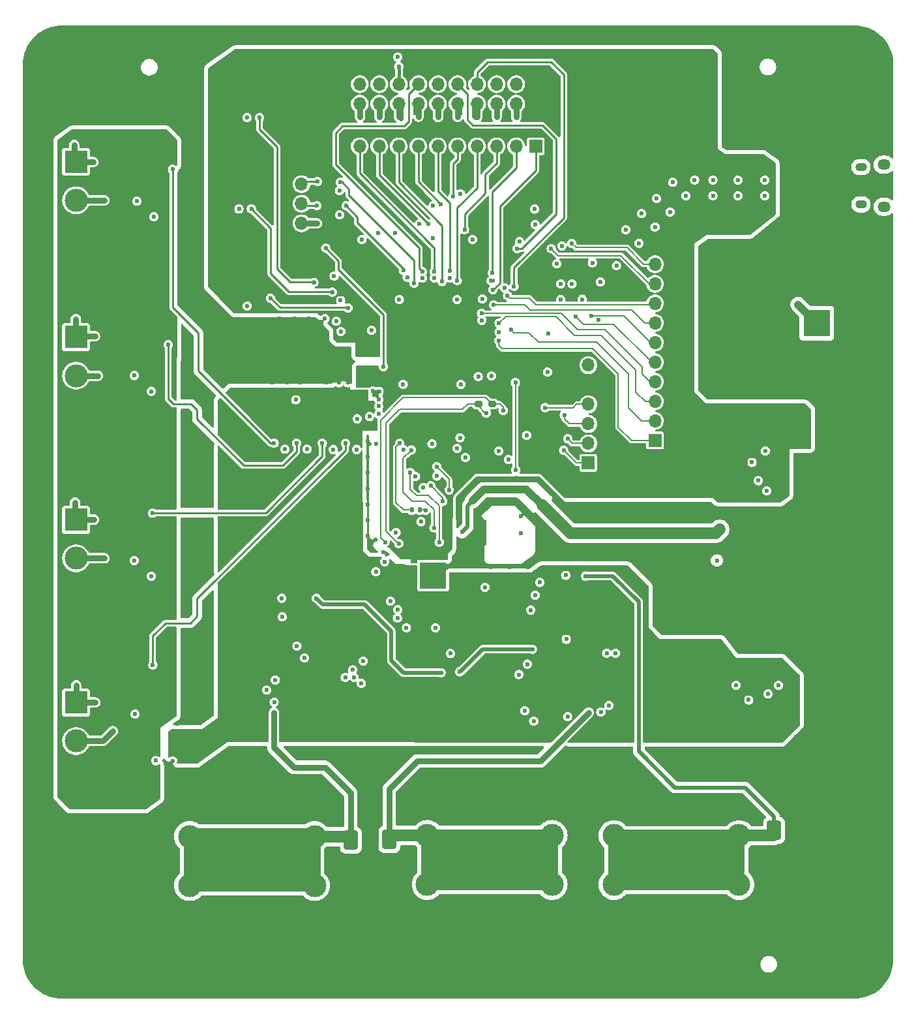
<source format=gbr>
%TF.GenerationSoftware,KiCad,Pcbnew,8.0.5*%
%TF.CreationDate,2024-11-23T22:59:16+07:00*%
%TF.ProjectId,Audio Processor V4,41756469-6f20-4507-926f-636573736f72,rev?*%
%TF.SameCoordinates,Original*%
%TF.FileFunction,Copper,L4,Bot*%
%TF.FilePolarity,Positive*%
%FSLAX46Y46*%
G04 Gerber Fmt 4.6, Leading zero omitted, Abs format (unit mm)*
G04 Created by KiCad (PCBNEW 8.0.5) date 2024-11-23 22:59:16*
%MOMM*%
%LPD*%
G01*
G04 APERTURE LIST*
G04 Aperture macros list*
%AMRoundRect*
0 Rectangle with rounded corners*
0 $1 Rounding radius*
0 $2 $3 $4 $5 $6 $7 $8 $9 X,Y pos of 4 corners*
0 Add a 4 corners polygon primitive as box body*
4,1,4,$2,$3,$4,$5,$6,$7,$8,$9,$2,$3,0*
0 Add four circle primitives for the rounded corners*
1,1,$1+$1,$2,$3*
1,1,$1+$1,$4,$5*
1,1,$1+$1,$6,$7*
1,1,$1+$1,$8,$9*
0 Add four rect primitives between the rounded corners*
20,1,$1+$1,$2,$3,$4,$5,0*
20,1,$1+$1,$4,$5,$6,$7,0*
20,1,$1+$1,$6,$7,$8,$9,0*
20,1,$1+$1,$8,$9,$2,$3,0*%
G04 Aperture macros list end*
%TA.AperFunction,ComponentPad*%
%ADD10R,1.700000X1.700000*%
%TD*%
%TA.AperFunction,ComponentPad*%
%ADD11O,1.700000X1.700000*%
%TD*%
%TA.AperFunction,ComponentPad*%
%ADD12C,0.900000*%
%TD*%
%TA.AperFunction,ComponentPad*%
%ADD13C,8.600000*%
%TD*%
%TA.AperFunction,ComponentPad*%
%ADD14R,3.000000X3.000000*%
%TD*%
%TA.AperFunction,ComponentPad*%
%ADD15C,3.000000*%
%TD*%
%TA.AperFunction,HeatsinkPad*%
%ADD16C,0.600000*%
%TD*%
%TA.AperFunction,HeatsinkPad*%
%ADD17R,3.500000X3.500000*%
%TD*%
%TA.AperFunction,ComponentPad*%
%ADD18R,3.500000X3.500000*%
%TD*%
%TA.AperFunction,ComponentPad*%
%ADD19RoundRect,0.750000X0.750000X1.000000X-0.750000X1.000000X-0.750000X-1.000000X0.750000X-1.000000X0*%
%TD*%
%TA.AperFunction,ComponentPad*%
%ADD20RoundRect,0.875000X0.875000X0.875000X-0.875000X0.875000X-0.875000X-0.875000X0.875000X-0.875000X0*%
%TD*%
%TA.AperFunction,ComponentPad*%
%ADD21O,1.700000X1.350000*%
%TD*%
%TA.AperFunction,ComponentPad*%
%ADD22O,1.500000X1.100000*%
%TD*%
%TA.AperFunction,SMDPad,CuDef*%
%ADD23RoundRect,0.200000X-0.275000X0.200000X-0.275000X-0.200000X0.275000X-0.200000X0.275000X0.200000X0*%
%TD*%
%TA.AperFunction,SMDPad,CuDef*%
%ADD24RoundRect,0.250000X-0.650000X1.000000X-0.650000X-1.000000X0.650000X-1.000000X0.650000X1.000000X0*%
%TD*%
%TA.AperFunction,SMDPad,CuDef*%
%ADD25RoundRect,0.135000X-0.135000X-0.185000X0.135000X-0.185000X0.135000X0.185000X-0.135000X0.185000X0*%
%TD*%
%TA.AperFunction,SMDPad,CuDef*%
%ADD26RoundRect,0.140000X-0.170000X0.140000X-0.170000X-0.140000X0.170000X-0.140000X0.170000X0.140000X0*%
%TD*%
%TA.AperFunction,ViaPad*%
%ADD27C,0.600000*%
%TD*%
%TA.AperFunction,Conductor*%
%ADD28C,0.750000*%
%TD*%
%TA.AperFunction,Conductor*%
%ADD29C,1.000000*%
%TD*%
%TA.AperFunction,Conductor*%
%ADD30C,1.500000*%
%TD*%
%TA.AperFunction,Conductor*%
%ADD31C,0.300000*%
%TD*%
%TA.AperFunction,Conductor*%
%ADD32C,0.500000*%
%TD*%
%TA.AperFunction,Conductor*%
%ADD33C,0.250000*%
%TD*%
%TA.AperFunction,Conductor*%
%ADD34C,0.156500*%
%TD*%
%TA.AperFunction,Conductor*%
%ADD35C,0.130000*%
%TD*%
%TA.AperFunction,Conductor*%
%ADD36C,0.400000*%
%TD*%
G04 APERTURE END LIST*
D10*
%TO.P,J2,1,Pin_1*%
%TO.N,SPI2_CS*%
X122029581Y-121430000D03*
D11*
%TO.P,J2,2,Pin_2*%
%TO.N,SPI2_SCK*%
X122029581Y-118890000D03*
%TO.P,J2,3,Pin_3*%
%TO.N,SPI2_MOSI*%
X122029581Y-116350000D03*
%TO.P,J2,4,Pin_4*%
%TO.N,SPI2_MISO*%
X122029581Y-113810000D03*
%TO.P,J2,5,Pin_5*%
%TO.N,+3.3V*%
X122029581Y-111270000D03*
%TO.P,J2,6,Pin_6*%
%TO.N,GND*%
X122029581Y-108730000D03*
%TD*%
D12*
%TO.P,H2,1,1*%
%TO.N,GND*%
X152779581Y-70095000D03*
X153724162Y-67814581D03*
X153724162Y-72375419D03*
X156004581Y-66870000D03*
D13*
X156004581Y-70095000D03*
D12*
X156004581Y-73320000D03*
X158285000Y-67814581D03*
X158285000Y-72375419D03*
X159229581Y-70095000D03*
%TD*%
D14*
%TO.P,RV3,1,1*%
%TO.N,GND*%
X55504581Y-128795000D03*
D15*
%TO.P,RV3,2,2*%
%TO.N,Net-(D8-K)*%
X55504581Y-133795000D03*
%TO.P,RV3,3,3*%
%TO.N,3.3VA POT*%
X55504581Y-138795000D03*
%TD*%
D12*
%TO.P,H1,1,1*%
%TO.N,GND*%
X51129562Y-185515000D03*
X52074143Y-183234581D03*
X52074143Y-187795419D03*
X54354562Y-182290000D03*
D13*
X54354562Y-185515000D03*
D12*
X54354562Y-188740000D03*
X56634981Y-183234581D03*
X56634981Y-187795419D03*
X57579562Y-185515000D03*
%TD*%
%TO.P,H3,1,1*%
%TO.N,GND*%
X152774143Y-185745419D03*
X153718724Y-183465000D03*
X153718724Y-188025838D03*
X155999143Y-182520419D03*
D13*
X155999143Y-185745419D03*
D12*
X155999143Y-188970419D03*
X158279562Y-183465000D03*
X158279562Y-188025838D03*
X159224143Y-185745419D03*
%TD*%
D15*
%TO.P,IN_JACK1,R*%
%TO.N,AUDIO_IN*%
X86479581Y-176245000D03*
%TO.P,IN_JACK1,RN*%
X70249581Y-176245000D03*
%TO.P,IN_JACK1,S*%
%TO.N,GND*%
X86479581Y-182595000D03*
%TO.P,IN_JACK1,SN*%
X70249581Y-182595000D03*
%TO.P,IN_JACK1,T*%
%TO.N,AUDIO_IN*%
X86479581Y-169895000D03*
%TO.P,IN_JACK1,TN*%
X70249581Y-169895000D03*
%TD*%
%TO.P,OUT_JACK_R1,R*%
%TO.N,AUDIO_OUT_R*%
X141579581Y-176120000D03*
%TO.P,OUT_JACK_R1,RN*%
X125349581Y-176120000D03*
%TO.P,OUT_JACK_R1,S*%
%TO.N,GND*%
X141579581Y-182470000D03*
%TO.P,OUT_JACK_R1,SN*%
X125349581Y-182470000D03*
%TO.P,OUT_JACK_R1,T*%
%TO.N,AUDIO_OUT_R*%
X141579581Y-169770000D03*
%TO.P,OUT_JACK_R1,TN*%
X125349581Y-169770000D03*
%TD*%
D14*
%TO.P,RV2,1,1*%
%TO.N,GND*%
X55504581Y-105095000D03*
D15*
%TO.P,RV2,2,2*%
%TO.N,Net-(D7-K)*%
X55504581Y-110095000D03*
%TO.P,RV2,3,3*%
%TO.N,3.3VA POT*%
X55504581Y-115095000D03*
%TD*%
D16*
%TO.P,U5,33,EP*%
%TO.N,GND*%
X103319581Y-134585000D03*
X101869581Y-134585000D03*
X100419581Y-134585000D03*
X103319581Y-136035000D03*
X101869581Y-136035000D03*
D17*
X101869581Y-136035000D03*
D16*
X100419581Y-136035000D03*
X103319581Y-137485000D03*
X101869581Y-137485000D03*
X100419581Y-137485000D03*
%TD*%
D10*
%TO.P,J7,1,Pin_1*%
%TO.N,GPIO_PC11*%
X115184581Y-80345000D03*
D11*
%TO.P,J7,2,Pin_2*%
%TO.N,GPIO_PC12*%
X112644581Y-80345000D03*
%TO.P,J7,3,Pin_3*%
%TO.N,GPIO_PD6*%
X110104581Y-80345000D03*
%TO.P,J7,4,Pin_4*%
%TO.N,GPIO_PD7*%
X107564581Y-80345000D03*
%TO.P,J7,5,Pin_5*%
%TO.N,GPIO_PG9*%
X105024581Y-80345000D03*
%TO.P,J7,6,Pin_6*%
%TO.N,GPIO_PG10*%
X102484581Y-80345000D03*
%TO.P,J7,7,Pin_7*%
%TO.N,GPIO_PG11*%
X99944581Y-80345000D03*
%TO.P,J7,8,Pin_8*%
%TO.N,GPIO_PG12*%
X97404581Y-80345000D03*
%TO.P,J7,9,Pin_9*%
%TO.N,GPIO_PG13*%
X94864581Y-80345000D03*
%TO.P,J7,10,Pin_10*%
%TO.N,GPIO_PG14*%
X92324581Y-80345000D03*
%TD*%
D10*
%TO.P,J6,1,Pin_1*%
%TO.N,+3.3V*%
X84779581Y-82720000D03*
D11*
%TO.P,J6,2,Pin_2*%
%TO.N,2WIRE1_SCL*%
X84779581Y-85260000D03*
%TO.P,J6,3,Pin_3*%
%TO.N,2WIRE1_SDA*%
X84779581Y-87800000D03*
%TO.P,J6,4,Pin_4*%
%TO.N,GND*%
X84779581Y-90340000D03*
%TD*%
D14*
%TO.P,RV4,1,1*%
%TO.N,GND*%
X55504581Y-152495000D03*
D15*
%TO.P,RV4,2,2*%
%TO.N,Net-(D9-K)*%
X55504581Y-157495000D03*
%TO.P,RV4,3,3*%
%TO.N,3.3VA POT*%
X55504581Y-162495000D03*
%TD*%
D12*
%TO.P,H4,1,1*%
%TO.N,GND*%
X51085000Y-70089581D03*
X52029581Y-67809162D03*
X52029581Y-72370000D03*
X54310000Y-66864581D03*
D13*
X54310000Y-70089581D03*
D12*
X54310000Y-73314581D03*
X56590419Y-67809162D03*
X56590419Y-72370000D03*
X57535000Y-70089581D03*
%TD*%
D14*
%TO.P,RV1,1,1*%
%TO.N,GND*%
X55504581Y-82345000D03*
D15*
%TO.P,RV1,2,2*%
%TO.N,Net-(D6-K)*%
X55504581Y-87345000D03*
%TO.P,RV1,3,3*%
%TO.N,3.3VA POT*%
X55504581Y-92345000D03*
%TD*%
D18*
%TO.P,J1,1*%
%TO.N,VIN*%
X151689581Y-103300000D03*
D19*
%TO.P,J1,2*%
%TO.N,GND*%
X157689581Y-103300000D03*
D20*
%TO.P,J1,3,MountPin*%
X154689581Y-98600000D03*
%TD*%
D10*
%TO.P,STLINK-CON1,1,Pin_1*%
%TO.N,+3.3V*%
X115199581Y-72280000D03*
D11*
%TO.P,STLINK-CON1,2,Pin_2*%
X115199581Y-74820000D03*
%TO.P,STLINK-CON1,3,Pin_3*%
%TO.N,GND*%
X112659581Y-72280000D03*
%TO.P,STLINK-CON1,4,Pin_4*%
X112659581Y-74820000D03*
%TO.P,STLINK-CON1,5,Pin_5*%
X110119581Y-72280000D03*
%TO.P,STLINK-CON1,6,Pin_6*%
X110119581Y-74820000D03*
%TO.P,STLINK-CON1,7,Pin_7*%
%TO.N,SWDIO*%
X107579581Y-72280000D03*
%TO.P,STLINK-CON1,8,Pin_8*%
%TO.N,GND*%
X107579581Y-74820000D03*
%TO.P,STLINK-CON1,9,Pin_9*%
%TO.N,SWCLK*%
X105039581Y-72280000D03*
%TO.P,STLINK-CON1,10,Pin_10*%
%TO.N,GND*%
X105039581Y-74820000D03*
%TO.P,STLINK-CON1,11,Pin_11*%
%TO.N,unconnected-(STLINK-CON1-Pin_11-Pad11)*%
X102499581Y-72280000D03*
%TO.P,STLINK-CON1,12,Pin_12*%
%TO.N,GND*%
X102499581Y-74820000D03*
%TO.P,STLINK-CON1,13,Pin_13*%
%TO.N,SWO*%
X99959581Y-72280000D03*
%TO.P,STLINK-CON1,14,Pin_14*%
%TO.N,GND*%
X99959581Y-74820000D03*
%TO.P,STLINK-CON1,15,Pin_15*%
%TO.N,Net-(STLINK-CON1-Pin_15)*%
X97419581Y-72280000D03*
%TO.P,STLINK-CON1,16,Pin_16*%
%TO.N,GND*%
X97419581Y-74820000D03*
%TO.P,STLINK-CON1,17,Pin_17*%
%TO.N,unconnected-(STLINK-CON1-Pin_17-Pad17)*%
X94879581Y-72280000D03*
%TO.P,STLINK-CON1,18,Pin_18*%
%TO.N,GND*%
X94879581Y-74820000D03*
%TO.P,STLINK-CON1,19,Pin_19*%
%TO.N,unconnected-(STLINK-CON1-Pin_19-Pad19)*%
X92339581Y-72280000D03*
%TO.P,STLINK-CON1,20,Pin_20*%
%TO.N,GND*%
X92339581Y-74820000D03*
%TD*%
D10*
%TO.P,J5,1,Pin_1*%
%TO.N,GPIO_PG6*%
X130679581Y-118495000D03*
D11*
%TO.P,J5,2,Pin_2*%
%TO.N,GPIO_PC6*%
X130679581Y-115955000D03*
%TO.P,J5,3,Pin_3*%
%TO.N,GPIO_PC7*%
X130679581Y-113415000D03*
%TO.P,J5,4,Pin_4*%
%TO.N,GPIO_PC8*%
X130679581Y-110875000D03*
%TO.P,J5,5,Pin_5*%
%TO.N,GPIO_PC9*%
X130679581Y-108335000D03*
%TO.P,J5,6,Pin_6*%
%TO.N,GPIO_PA8*%
X130679581Y-105795000D03*
%TO.P,J5,7,Pin_7*%
%TO.N,GPIO_PA9*%
X130679581Y-103255000D03*
%TO.P,J5,8,Pin_8*%
%TO.N,GPIO_PA10*%
X130679581Y-100715000D03*
%TO.P,J5,9,Pin_9*%
%TO.N,GPIO_PA15*%
X130679581Y-98175000D03*
%TO.P,J5,10,Pin_10*%
%TO.N,GPIO_PC10*%
X130679581Y-95635000D03*
%TD*%
D15*
%TO.P,OUT_JACK_L1,R*%
%TO.N,AUDIO_OUT_L*%
X117329581Y-176095000D03*
%TO.P,OUT_JACK_L1,RN*%
X101099581Y-176095000D03*
%TO.P,OUT_JACK_L1,S*%
%TO.N,GND*%
X117329581Y-182445000D03*
%TO.P,OUT_JACK_L1,SN*%
X101099581Y-182445000D03*
%TO.P,OUT_JACK_L1,T*%
%TO.N,AUDIO_OUT_L*%
X117329581Y-169745000D03*
%TO.P,OUT_JACK_L1,TN*%
X101099581Y-169745000D03*
%TD*%
D21*
%TO.P,J4,6,Shield*%
%TO.N,unconnected-(J4-Shield-Pad6)_1*%
X160434581Y-88190000D03*
D22*
%TO.N,unconnected-(J4-Shield-Pad6)_11*%
X157434581Y-87880000D03*
%TO.N,unconnected-(J4-Shield-Pad6)_8*%
X157434581Y-83040000D03*
D21*
%TO.N,unconnected-(J4-Shield-Pad6)_9*%
X160434581Y-82730000D03*
%TD*%
D23*
%TO.P,R5,1*%
%TO.N,+3.3V*%
X107754581Y-112120000D03*
%TO.P,R5,2*%
%TO.N,2WIRE2_SCL*%
X107754581Y-113770000D03*
%TD*%
D24*
%TO.P,D13,1,K*%
%TO.N,AUDIO_OUT_R*%
X146129581Y-169095000D03*
%TO.P,D13,2,A*%
%TO.N,GND*%
X146129581Y-173095000D03*
%TD*%
D25*
%TO.P,R14,1*%
%TO.N,I2S1_SDI*%
X99094581Y-127520000D03*
%TO.P,R14,2*%
%TO.N,Net-(U5-DOUT)*%
X100114581Y-127520000D03*
%TD*%
D24*
%TO.P,D14,1,K*%
%TO.N,AUDIO_OUT_L*%
X96179581Y-170270000D03*
%TO.P,D14,2,A*%
%TO.N,GND*%
X96179581Y-174270000D03*
%TD*%
%TO.P,D11,1,K*%
%TO.N,AUDIO_IN*%
X91179581Y-170370000D03*
%TO.P,D11,2,A*%
%TO.N,GND*%
X91179581Y-174370000D03*
%TD*%
D26*
%TO.P,C5,1*%
%TO.N,+3.3V*%
X94804581Y-111190000D03*
%TO.P,C5,2*%
%TO.N,GND*%
X94804581Y-112150000D03*
%TD*%
D23*
%TO.P,R6,1*%
%TO.N,+3.3V*%
X109529581Y-112120000D03*
%TO.P,R6,2*%
%TO.N,2WIRE2_SDA*%
X109529581Y-113770000D03*
%TD*%
D27*
%TO.N,Net-(D6-K)*%
X59179581Y-87345000D03*
%TO.N,GND*%
X131479581Y-136980000D03*
X101804581Y-92270000D03*
X69779581Y-151472852D03*
X121816251Y-127170000D03*
X69729581Y-137098568D03*
X107579581Y-76545000D03*
X120069581Y-158530000D03*
X105054581Y-76520000D03*
X69729581Y-141212852D03*
X124222917Y-158520000D03*
X122554581Y-95445000D03*
X97229581Y-141570000D03*
X101129581Y-184670000D03*
X81229581Y-152445000D03*
X100089581Y-90420000D03*
X72429581Y-129638568D03*
X157104581Y-99495000D03*
X93609581Y-115410000D03*
X101719581Y-118960000D03*
X143279581Y-121345000D03*
X69639581Y-104504284D03*
X73984581Y-101610000D03*
X72529581Y-154180000D03*
X107604581Y-130270000D03*
X143954581Y-182445000D03*
X148029581Y-84720000D03*
X94479581Y-118920000D03*
X82279581Y-141395000D03*
X94699581Y-91580000D03*
X144954581Y-86770000D03*
X115067081Y-88490000D03*
X71479581Y-93012858D03*
X123654581Y-153720000D03*
X116804581Y-104645000D03*
X157829581Y-105595000D03*
X109359581Y-134970000D03*
X128954581Y-89070000D03*
X119862913Y-133560000D03*
X89879581Y-104370000D03*
X69689581Y-116740000D03*
X108604581Y-137545000D03*
X57729581Y-82395000D03*
X113004581Y-148870000D03*
X72429581Y-125524284D03*
X67349581Y-161180000D03*
X96329581Y-139370000D03*
X118429581Y-100245000D03*
X69599581Y-88474284D03*
X93854581Y-104220000D03*
X125679581Y-95845000D03*
X103099581Y-158530000D03*
X115129581Y-138570000D03*
X97054581Y-130445000D03*
X69729581Y-130990000D03*
X118609581Y-93260000D03*
X95599581Y-134230000D03*
X81379581Y-149570000D03*
X148429581Y-139520000D03*
X154959581Y-85780000D03*
X108259581Y-100140000D03*
X102529581Y-76545000D03*
X71419581Y-68742858D03*
X93379581Y-122684284D03*
X135809581Y-158510000D03*
X71449581Y-78751432D03*
X113779581Y-153570000D03*
X125657911Y-133560000D03*
X94799581Y-113160000D03*
X71479581Y-86841432D03*
X130679581Y-90820000D03*
X104029581Y-97420000D03*
X138204581Y-84720000D03*
X90829581Y-111020000D03*
X94789581Y-114060000D03*
X152079581Y-118370000D03*
X69649581Y-98760000D03*
X69599581Y-92588568D03*
X69599581Y-90531426D03*
X63053331Y-134080000D03*
X123604581Y-97945000D03*
X69639581Y-106561426D03*
X108209581Y-102920000D03*
X135479581Y-143200000D03*
X150279581Y-148386668D03*
X137104581Y-127170000D03*
X69519581Y-161180000D03*
X89309581Y-103040000D03*
X146729581Y-150270000D03*
X116254581Y-132995000D03*
X97319581Y-158530000D03*
X69679581Y-120704284D03*
X84629581Y-109995000D03*
X67779581Y-181795000D03*
X126879581Y-91170000D03*
X127611249Y-127170000D03*
X144104581Y-123720000D03*
X110826245Y-158530000D03*
X117329581Y-180295000D03*
X147399581Y-158510000D03*
X106979581Y-92430000D03*
X77714581Y-76625000D03*
X115704581Y-136920000D03*
X87819581Y-102700000D03*
X113249581Y-128345000D03*
X134704581Y-86770000D03*
X70954581Y-154795000D03*
X131949581Y-158520000D03*
X72429581Y-133752852D03*
X137834581Y-132345000D03*
X117949581Y-95595000D03*
X108894579Y-158530000D03*
X125679583Y-127170000D03*
X89704581Y-86095000D03*
X114554581Y-140495000D03*
X69779581Y-145301426D03*
X69609581Y-86530000D03*
X138204581Y-86770000D03*
X135172911Y-127170000D03*
X143999581Y-129295000D03*
X70279581Y-184745000D03*
X72479581Y-144001426D03*
X65607081Y-89495000D03*
X141229581Y-150245000D03*
X119329581Y-154345000D03*
X72439581Y-119331432D03*
X63169581Y-154015000D03*
X139679581Y-143195000D03*
X159729581Y-103345000D03*
X69679581Y-122761426D03*
X68029581Y-160070000D03*
X77724581Y-101055000D03*
X131469581Y-140581666D03*
X98654581Y-182520000D03*
X69599581Y-96702852D03*
X91929581Y-119670000D03*
X99954581Y-76495000D03*
X80229581Y-150895000D03*
X86454581Y-184895000D03*
X93379581Y-126798568D03*
X129542915Y-127170000D03*
X89729581Y-89245000D03*
X70254581Y-180370000D03*
X86479581Y-180370000D03*
X95379581Y-132970000D03*
X71529581Y-99077148D03*
X72489581Y-140000000D03*
X55479581Y-102745000D03*
X124704581Y-152870000D03*
X88929581Y-182595000D03*
X72529581Y-152230000D03*
X82939581Y-111020000D03*
X145229581Y-145980000D03*
X114104581Y-147520000D03*
X104979581Y-100220000D03*
X93456245Y-158530000D03*
X131474581Y-127170000D03*
X150279581Y-153708334D03*
X69649581Y-100710000D03*
X55254581Y-80170000D03*
X111654581Y-120995000D03*
X104979581Y-119520000D03*
X119154581Y-144295000D03*
X81007915Y-111020000D03*
X148839581Y-146990000D03*
X104109581Y-146145000D03*
X122829581Y-182445000D03*
X69729581Y-139155710D03*
X83859581Y-102690000D03*
X85791247Y-102690000D03*
X92379581Y-76545000D03*
X97429581Y-76520000D03*
X69639581Y-110675710D03*
X102154581Y-142795000D03*
X87454581Y-104520000D03*
X100479581Y-97420000D03*
X135829581Y-84720000D03*
X114004581Y-117845000D03*
X142729581Y-141650000D03*
X84179581Y-145170000D03*
X144954581Y-84720000D03*
X131469581Y-142513332D03*
X139672913Y-158510000D03*
X57954581Y-104970000D03*
X65854581Y-160045000D03*
X79569577Y-158550000D03*
X122291251Y-158520000D03*
X106054581Y-120720000D03*
X150399581Y-136220000D03*
X116459581Y-130250000D03*
X99589581Y-123160000D03*
X121794579Y-133560000D03*
X114689581Y-158530000D03*
X94809581Y-115080000D03*
X69729581Y-135041426D03*
X89629581Y-111020000D03*
X145004581Y-119870000D03*
X71469581Y-74807148D03*
X89009581Y-97190000D03*
X141479581Y-184745000D03*
X69579581Y-78440000D03*
X111819581Y-134980000D03*
X92799581Y-147115000D03*
X88009581Y-111020000D03*
X133881251Y-158520000D03*
X145467911Y-158510000D03*
X123339581Y-102850000D03*
X85179581Y-146720000D03*
X148029581Y-86770000D03*
X86779581Y-90340000D03*
X119079581Y-135995000D03*
X90454581Y-149245000D03*
X116729581Y-109620000D03*
X72479581Y-141944284D03*
X63087081Y-110080000D03*
X69569581Y-84498568D03*
X71529581Y-97127148D03*
X157704581Y-101045000D03*
X69679581Y-128932852D03*
X107729581Y-110220000D03*
X71449581Y-82865716D03*
X145204581Y-125045000D03*
X82629581Y-119645000D03*
X113259581Y-130545000D03*
X94429581Y-131420000D03*
X128604581Y-92920000D03*
X69689581Y-114790000D03*
X93379581Y-130912852D03*
X148459581Y-141650000D03*
X99239581Y-158540000D03*
X77637911Y-158550000D03*
X55504581Y-150270000D03*
X91604581Y-149220000D03*
X97979581Y-111220000D03*
X146574581Y-138220000D03*
X141504581Y-180220000D03*
X84029581Y-113220000D03*
X147819581Y-145970000D03*
X97479581Y-100220000D03*
X97254581Y-68770000D03*
X94904581Y-76520000D03*
X82204581Y-138970000D03*
X57829581Y-128770000D03*
X92639581Y-92440000D03*
X71419581Y-70800000D03*
X74942913Y-110245000D03*
X142854581Y-152170000D03*
X131469581Y-138650000D03*
X141454581Y-86770000D03*
X132629581Y-88870000D03*
X100599581Y-124640000D03*
X144661247Y-141650000D03*
X109404581Y-97795000D03*
X119339581Y-127320000D03*
X117304581Y-184820000D03*
X98504581Y-97370000D03*
X85504581Y-119620000D03*
X138329581Y-127920000D03*
X146562913Y-139520000D03*
X79129581Y-110245000D03*
X98404581Y-142795000D03*
X105429581Y-86495000D03*
X71479581Y-95070000D03*
X129799581Y-135250000D03*
X77197915Y-110245000D03*
X125554581Y-146095000D03*
X83801251Y-158540000D03*
X72429581Y-123467142D03*
X71479581Y-90955716D03*
X91999581Y-115690000D03*
X69779581Y-143270000D03*
X126154583Y-158520000D03*
X137741247Y-158510000D03*
X133406251Y-127170000D03*
X71469581Y-72857148D03*
X71479581Y-88898574D03*
X79979581Y-103020000D03*
X75709581Y-158560000D03*
X94029581Y-112095000D03*
X152279581Y-99545000D03*
X139029581Y-101420000D03*
X76654581Y-88490000D03*
X88909581Y-119670000D03*
X89592913Y-158530000D03*
X146592913Y-141650000D03*
X132979581Y-85020000D03*
X68629581Y-155220000D03*
X142699581Y-139520000D03*
X133344581Y-143200000D03*
X150279581Y-155640000D03*
X77724579Y-103020000D03*
X119779581Y-182520000D03*
X140829581Y-102820000D03*
X71999581Y-161180000D03*
X149024581Y-137370000D03*
X97279581Y-140470000D03*
X69679581Y-124818568D03*
X101171251Y-158540000D03*
X130904581Y-87120000D03*
X109454581Y-110120000D03*
X102029581Y-97420000D03*
X114219581Y-134970000D03*
X144631247Y-139520000D03*
X110404581Y-119895000D03*
X75304581Y-102995000D03*
X95387911Y-158530000D03*
X85729581Y-158530000D03*
X71489581Y-84897148D03*
X93379581Y-128855710D03*
X92554581Y-150020000D03*
X157054581Y-97270000D03*
X119909581Y-98200000D03*
X145379581Y-151395000D03*
X72479581Y-148115710D03*
X111154581Y-98695000D03*
X72479581Y-135810000D03*
X105479581Y-111220000D03*
X72429581Y-131695710D03*
X94434581Y-135550000D03*
X69779581Y-149415710D03*
X137614581Y-143200000D03*
X93379581Y-118570000D03*
X72389581Y-115254284D03*
X101879581Y-88040000D03*
X69689581Y-118760000D03*
X96929581Y-91595000D03*
X69679581Y-126875710D03*
X71449581Y-80808574D03*
X110104581Y-76520000D03*
X117931247Y-133560000D03*
X112654581Y-76545000D03*
X72479581Y-146058568D03*
X140824581Y-141900000D03*
X150279581Y-151776668D03*
X71459581Y-76807148D03*
X124404581Y-146095000D03*
X145199581Y-127920000D03*
X73889581Y-159780000D03*
X55354581Y-126545000D03*
X91404581Y-148270000D03*
X125279581Y-180220000D03*
X102354581Y-123120000D03*
X115129581Y-90490000D03*
X72429581Y-121410000D03*
X69599581Y-94645710D03*
X93379581Y-124741426D03*
X112757911Y-158530000D03*
X98029581Y-119720000D03*
X148989581Y-156930000D03*
X145049581Y-136395000D03*
X84629581Y-111020000D03*
X150289581Y-150106668D03*
X81927915Y-102690000D03*
X69779581Y-147358568D03*
X141604579Y-158510000D03*
X71419581Y-66685716D03*
X121229581Y-100195000D03*
X113079581Y-92720000D03*
X57979581Y-152495000D03*
X87661247Y-158530000D03*
X94049581Y-132620000D03*
X65278331Y-136105000D03*
X110429581Y-104450000D03*
X72479581Y-150172852D03*
X69829581Y-153530000D03*
X101104581Y-180295000D03*
X156039581Y-84160000D03*
X63382081Y-87470000D03*
X141454581Y-84720000D03*
X114929581Y-154920000D03*
X69639581Y-112732852D03*
X93379581Y-120627142D03*
X69729581Y-132940000D03*
X118449581Y-98200000D03*
X125304581Y-184595000D03*
X123726245Y-133560000D03*
X72389581Y-113197142D03*
X72804581Y-100420000D03*
X123747917Y-127170000D03*
X143536245Y-158510000D03*
X105169581Y-128620000D03*
X153504581Y-119495000D03*
X100279581Y-129045000D03*
X69639581Y-108618568D03*
X106962913Y-158530000D03*
X69569581Y-82441426D03*
X65287081Y-112130000D03*
X127589581Y-133560000D03*
X105031247Y-158530000D03*
X89859581Y-100350000D03*
X91524579Y-158530000D03*
X105354581Y-118145000D03*
X69569581Y-80384284D03*
%TO.N,+3.3V*%
X86829581Y-82720000D03*
X94029581Y-111220000D03*
X104229581Y-111220000D03*
X103729581Y-100220000D03*
X115204581Y-76520000D03*
X98729581Y-100220000D03*
X93879581Y-105220000D03*
X99229581Y-111220000D03*
X109479581Y-110970000D03*
X89804581Y-105395000D03*
X107754581Y-111070000D03*
%TO.N,+1V8*%
X105654581Y-130395000D03*
X139099581Y-130040000D03*
X138729581Y-134082500D03*
%TO.N,+3.3VA*%
X100409581Y-145160000D03*
X77304581Y-122830000D03*
X77219581Y-117290000D03*
X81329581Y-132240000D03*
X77279581Y-130730000D03*
X107189581Y-156795000D03*
X72599581Y-156690000D03*
X81329581Y-122860000D03*
X124669581Y-156795000D03*
X86209581Y-132240000D03*
X90709581Y-128430000D03*
X77304581Y-119580000D03*
X77319581Y-129240000D03*
X100269581Y-156795000D03*
X81849581Y-112290000D03*
X104629581Y-142720000D03*
X134104581Y-147945000D03*
X83709581Y-156780000D03*
X77279581Y-156750000D03*
X90709581Y-132240000D03*
X100399581Y-142900000D03*
X104089581Y-156795000D03*
X77309581Y-151010000D03*
X100409581Y-146990000D03*
X107279581Y-140740000D03*
X136554581Y-152060000D03*
X77309581Y-145900000D03*
X77304581Y-125540000D03*
X78669581Y-113880000D03*
X90709581Y-125670000D03*
X77239581Y-136910000D03*
X90709581Y-122860000D03*
%TO.N,3.3VA POT*%
X64729581Y-156820000D03*
%TO.N,NRST*%
X87919581Y-93555000D03*
X95429581Y-108920000D03*
%TO.N,VBIAS_IN*%
X105304581Y-148520000D03*
X86704581Y-138970000D03*
X114754581Y-145595000D03*
X102904581Y-148630000D03*
%TO.N,AUDIO_OUT_L*%
X122054581Y-153795000D03*
%TO.N,AUDIO_OUT_R*%
X121654581Y-136095000D03*
%TO.N,CODEC_NRST*%
X112604581Y-122320000D03*
X112554581Y-110995000D03*
%TO.N,VIN*%
X149269581Y-100880000D03*
%TO.N,Net-(D6-K)*%
X68032081Y-83320000D03*
X81219581Y-118880000D03*
%TO.N,Net-(D7-K)*%
X84124581Y-118850000D03*
X58329581Y-110095000D03*
X67469581Y-106090000D03*
%TO.N,Net-(D8-K)*%
X59154581Y-133795000D03*
X87479581Y-118870000D03*
X65440831Y-127942500D03*
%TO.N,Net-(D9-K)*%
X65469581Y-147640000D03*
X90504581Y-118895000D03*
X60254581Y-156220000D03*
%TO.N,AUDIO_IN*%
X81204581Y-153795000D03*
%TO.N,SPI2_MOSI*%
X118904581Y-115220000D03*
%TO.N,SPI2_CS*%
X118817081Y-119757500D03*
%TO.N,SPI2_SCK*%
X119354581Y-118295000D03*
%TO.N,SPI2_MISO*%
X116429581Y-114245000D03*
%TO.N,GPIO_PC8*%
X108149581Y-102010000D03*
%TO.N,GPIO_PG6*%
X110409581Y-105540000D03*
%TO.N,GPIO_PA10*%
X111529581Y-99720000D03*
%TO.N,GPIO_PA8*%
X122399581Y-102330000D03*
%TO.N,GPIO_PA15*%
X117204581Y-93645000D03*
%TO.N,GPIO_PC9*%
X120404581Y-102395000D03*
%TO.N,GPIO_PC6*%
X111989581Y-104160000D03*
%TO.N,GPIO_PC10*%
X119879581Y-92945000D03*
%TO.N,GPIO_PA9*%
X109729581Y-100920000D03*
%TO.N,GPIO_PC7*%
X110429581Y-103300000D03*
%TO.N,2WIRE2_SCL*%
X108754581Y-114945000D03*
X97404581Y-131870000D03*
%TO.N,2WIRE2_SDA*%
X95617081Y-131682500D03*
X110954581Y-114620000D03*
%TO.N,GPIO_PC12*%
X109554581Y-96770000D03*
%TO.N,GPIO_PG12*%
X103029581Y-97895000D03*
%TO.N,GPIO_PD7*%
X105004581Y-97795000D03*
%TO.N,GPIO_PG10*%
X104004581Y-96520000D03*
%TO.N,GPIO_PC11*%
X109654581Y-98945000D03*
%TO.N,GPIO_PD6*%
X105949581Y-91180000D03*
%TO.N,GPIO_PG13*%
X101269581Y-90440000D03*
%TO.N,GPIO_PG11*%
X102839581Y-87860000D03*
%TO.N,GPIO_PG9*%
X104497081Y-86820000D03*
%TO.N,GPIO_PG14*%
X102029581Y-96570000D03*
%TO.N,2WIRE1_SCL*%
X86854581Y-84920000D03*
X89829581Y-84995000D03*
X99404581Y-98120000D03*
%TO.N,2WIRE1_SDA*%
X86779581Y-88045000D03*
X90554581Y-88045000D03*
X98004581Y-96445000D03*
%TO.N,I2S1_MCLK*%
X102329581Y-121895000D03*
X103979581Y-124920000D03*
%TO.N,I2S1_WCLK*%
X102654581Y-131720000D03*
X98904581Y-122645000D03*
%TO.N,I2S1_BCLK*%
X103129581Y-126395000D03*
X101554581Y-124370000D03*
%TO.N,I2S1_SDO*%
X101979581Y-129820000D03*
X99029581Y-119745000D03*
%TO.N,Net-(U5-DOUT)*%
X100879581Y-127545000D03*
%TO.N,I2S1_SDI*%
X97529581Y-118870000D03*
%TO.N,Net-(STLINK-CON1-Pin_15)*%
X97404581Y-69995000D03*
%TO.N,PUSH_BTN_2*%
X78264581Y-88475000D03*
X88789581Y-99260000D03*
%TO.N,PUSH_BTN_1*%
X86389581Y-97990000D03*
X79339581Y-76620000D03*
%TO.N,PUSH_BTN_3*%
X80749581Y-100030000D03*
X90819581Y-101300000D03*
%TO.N,SWO*%
X100479581Y-96595000D03*
%TO.N,SWDIO*%
X112379581Y-98495000D03*
%TO.N,SWCLK*%
X112779581Y-93595000D03*
%TD*%
D28*
%TO.N,Net-(D6-K)*%
X59179581Y-87345000D02*
X55504581Y-87345000D01*
%TO.N,GND*%
X55554581Y-82395000D02*
X55504581Y-82345000D01*
X120694581Y-128695000D02*
X115509581Y-123510000D01*
X55254581Y-82095000D02*
X55504581Y-82345000D01*
D29*
X157734581Y-103345000D02*
X157689581Y-103300000D01*
D28*
X86779581Y-90340000D02*
X84779581Y-90340000D01*
X86454581Y-184895000D02*
X86454581Y-182620000D01*
X112654581Y-74825000D02*
X112659581Y-74820000D01*
X57829581Y-128770000D02*
X55529581Y-128770000D01*
D29*
X153744581Y-99545000D02*
X154689581Y-98600000D01*
D28*
X137554581Y-128695000D02*
X120694581Y-128695000D01*
D29*
X159729581Y-103345000D02*
X157734581Y-103345000D01*
X157054581Y-97270000D02*
X156019581Y-97270000D01*
D28*
X99954581Y-76495000D02*
X99954581Y-74825000D01*
X57729581Y-82395000D02*
X55554581Y-82395000D01*
X57979581Y-152495000D02*
X55504581Y-152495000D01*
X141604581Y-182445000D02*
X141579581Y-182470000D01*
D30*
X125474581Y-182345000D02*
X125349581Y-182470000D01*
D28*
X117404581Y-182520000D02*
X117329581Y-182445000D01*
X57954581Y-104970000D02*
X55629581Y-104970000D01*
D29*
X157104581Y-99495000D02*
X155584581Y-99495000D01*
D28*
X102529581Y-74850000D02*
X102499581Y-74820000D01*
X55354581Y-128645000D02*
X55504581Y-128795000D01*
X107619581Y-123510000D02*
X105169581Y-125960000D01*
X138329581Y-127920000D02*
X137554581Y-128695000D01*
X101104581Y-180295000D02*
X101104581Y-182440000D01*
X70279581Y-184745000D02*
X70279581Y-182625000D01*
D29*
X155584581Y-99495000D02*
X154689581Y-98600000D01*
D30*
X96179581Y-177525000D02*
X101099581Y-182445000D01*
D28*
X92379581Y-76545000D02*
X92379581Y-74860000D01*
D30*
X141454581Y-182345000D02*
X125474581Y-182345000D01*
X91179581Y-174370000D02*
X91179581Y-177895000D01*
D29*
X156019581Y-97270000D02*
X154689581Y-98600000D01*
D28*
X105169581Y-125960000D02*
X105169581Y-128620000D01*
X99954581Y-74825000D02*
X99959581Y-74820000D01*
X97429581Y-74830000D02*
X97419581Y-74820000D01*
D29*
X112669581Y-126470000D02*
X109249581Y-126470000D01*
D28*
X125324581Y-182445000D02*
X125349581Y-182470000D01*
X70254581Y-180370000D02*
X70254581Y-182590000D01*
X67779581Y-181795000D02*
X70224581Y-181795000D01*
X141479581Y-182570000D02*
X141579581Y-182470000D01*
X94904581Y-74845000D02*
X94879581Y-74820000D01*
X119779581Y-182520000D02*
X117404581Y-182520000D01*
X145199581Y-127920000D02*
X138329581Y-127920000D01*
X98654581Y-182520000D02*
X101024581Y-182520000D01*
D29*
X109249581Y-126470000D02*
X107604581Y-128115000D01*
D28*
X117329581Y-180295000D02*
X117329581Y-182445000D01*
X141504581Y-180220000D02*
X141504581Y-182395000D01*
X141479581Y-184745000D02*
X141479581Y-182570000D01*
D29*
X118544581Y-132345000D02*
X112669581Y-126470000D01*
X152279581Y-99545000D02*
X153744581Y-99545000D01*
D28*
X125304581Y-182515000D02*
X125349581Y-182470000D01*
X70279581Y-182625000D02*
X70249581Y-182595000D01*
X97429581Y-76520000D02*
X97429581Y-74830000D01*
D29*
X157704581Y-103285000D02*
X157689581Y-103300000D01*
D30*
X86479581Y-182595000D02*
X70249581Y-182595000D01*
X101099581Y-182445000D02*
X117329581Y-182445000D01*
D28*
X55529581Y-128770000D02*
X55504581Y-128795000D01*
D31*
X94084581Y-112150000D02*
X94029581Y-112095000D01*
D28*
X125279581Y-180220000D02*
X125279581Y-182400000D01*
X92379581Y-74860000D02*
X92339581Y-74820000D01*
X107579581Y-76545000D02*
X107579581Y-74820000D01*
X101104581Y-182440000D02*
X101099581Y-182445000D01*
X55479581Y-105070000D02*
X55504581Y-105095000D01*
X101129581Y-182475000D02*
X101099581Y-182445000D01*
X143954581Y-182445000D02*
X141604581Y-182445000D01*
X102529581Y-76545000D02*
X102529581Y-74850000D01*
X117304581Y-184820000D02*
X117304581Y-182470000D01*
X88929581Y-182595000D02*
X86479581Y-182595000D01*
D30*
X91179581Y-177895000D02*
X86479581Y-182595000D01*
D28*
X105054581Y-74835000D02*
X105039581Y-74820000D01*
X55479581Y-102745000D02*
X55479581Y-105070000D01*
D29*
X157829581Y-105595000D02*
X157829581Y-103440000D01*
D28*
X112654581Y-76545000D02*
X112654581Y-74825000D01*
D30*
X146154581Y-173895000D02*
X146154581Y-177895000D01*
D28*
X70254581Y-182590000D02*
X70249581Y-182595000D01*
X55504581Y-150270000D02*
X55504581Y-152495000D01*
X122829581Y-182445000D02*
X125324581Y-182445000D01*
D30*
X96179581Y-174270000D02*
X96179581Y-177525000D01*
D28*
X55254581Y-80170000D02*
X55254581Y-82095000D01*
X55629581Y-104970000D02*
X55504581Y-105095000D01*
X117304581Y-182470000D02*
X117329581Y-182445000D01*
X101129581Y-184670000D02*
X101129581Y-182475000D01*
X55354581Y-126545000D02*
X55354581Y-128645000D01*
X86454581Y-182620000D02*
X86479581Y-182595000D01*
D30*
X141579581Y-182470000D02*
X141454581Y-182345000D01*
X146154581Y-177895000D02*
X141579581Y-182470000D01*
D29*
X157704581Y-101045000D02*
X157704581Y-103285000D01*
D28*
X125279581Y-182400000D02*
X125349581Y-182470000D01*
X141504581Y-182395000D02*
X141579581Y-182470000D01*
X115509581Y-123510000D02*
X107619581Y-123510000D01*
D29*
X107604581Y-128115000D02*
X107604581Y-130270000D01*
D28*
X101024581Y-182520000D02*
X101099581Y-182445000D01*
D31*
X94804581Y-112150000D02*
X94084581Y-112150000D01*
D28*
X94904581Y-76520000D02*
X94904581Y-74845000D01*
X110104581Y-76520000D02*
X110104581Y-74835000D01*
D29*
X157829581Y-103440000D02*
X157689581Y-103300000D01*
D28*
X125304581Y-184595000D02*
X125304581Y-182515000D01*
D29*
X137834581Y-132345000D02*
X118544581Y-132345000D01*
D28*
X86479581Y-180370000D02*
X86479581Y-182595000D01*
X105054581Y-76520000D02*
X105054581Y-74835000D01*
X110104581Y-74835000D02*
X110119581Y-74820000D01*
D32*
%TO.N,+3.3V*%
X109529581Y-112120000D02*
X109529581Y-111020000D01*
D31*
X94804581Y-111190000D02*
X94059581Y-111190000D01*
D28*
X115204581Y-76520000D02*
X115204581Y-74825000D01*
X86829581Y-82720000D02*
X84779581Y-82720000D01*
D32*
X109529581Y-111020000D02*
X109479581Y-110970000D01*
D28*
X115199581Y-74820000D02*
X115199581Y-72280000D01*
D32*
X107754581Y-112120000D02*
X107754581Y-111070000D01*
D31*
X94059581Y-111190000D02*
X94029581Y-111220000D01*
D28*
X115204581Y-74825000D02*
X115199581Y-74820000D01*
D29*
%TO.N,+1V8*%
X106979581Y-126330000D02*
X108459581Y-124850000D01*
D30*
X119694581Y-130545000D02*
X138594581Y-130545000D01*
D32*
X106359581Y-129690000D02*
X105654581Y-130395000D01*
D29*
X108459581Y-124850000D02*
X113984581Y-124850000D01*
D30*
X138594581Y-130545000D02*
X139099581Y-130040000D01*
X116069581Y-126920000D02*
X119694581Y-130545000D01*
D29*
X113984581Y-124850000D02*
X116054581Y-126920000D01*
D30*
X116054581Y-126920000D02*
X116069581Y-126920000D01*
D32*
X106979581Y-126330000D02*
X106359581Y-126950000D01*
X106359581Y-126950000D02*
X106359581Y-129690000D01*
D33*
%TO.N,NRST*%
X89569581Y-96340000D02*
X89569581Y-95205000D01*
X95429581Y-102200000D02*
X89569581Y-96340000D01*
X95429581Y-108920000D02*
X95429581Y-102200000D01*
X89569581Y-95205000D02*
X87919581Y-93555000D01*
D32*
%TO.N,VBIAS_IN*%
X86704581Y-138970000D02*
X87504581Y-139770000D01*
X92979581Y-139770000D02*
X96454581Y-143245000D01*
X96454581Y-143245000D02*
X96454581Y-147020000D01*
X108304581Y-145595000D02*
X114754581Y-145595000D01*
X102894581Y-148620000D02*
X102904581Y-148630000D01*
X98054581Y-148620000D02*
X102894581Y-148620000D01*
X105379581Y-148520000D02*
X108304581Y-145595000D01*
X87504581Y-139770000D02*
X92979581Y-139770000D01*
X105304581Y-148520000D02*
X105379581Y-148520000D01*
X96454581Y-147020000D02*
X98054581Y-148620000D01*
D28*
%TO.N,AUDIO_OUT_L*%
X96179581Y-164520000D02*
X96179581Y-163695000D01*
X96179581Y-163695000D02*
X99794581Y-160080000D01*
D30*
X96704581Y-169745000D02*
X96179581Y-170270000D01*
X117329581Y-176095000D02*
X101099581Y-176095000D01*
D28*
X96179581Y-170270000D02*
X96179581Y-164520000D01*
X115769581Y-160080000D02*
X122054581Y-153795000D01*
D30*
X101099581Y-169745000D02*
X96704581Y-169745000D01*
X101099581Y-169745000D02*
X117329581Y-169745000D01*
X101099581Y-169745000D02*
X101099581Y-176095000D01*
X117329581Y-169745000D02*
X117329581Y-176095000D01*
D28*
X99794581Y-160080000D02*
X115769581Y-160080000D01*
D32*
%TO.N,AUDIO_OUT_R*%
X146154581Y-169895000D02*
X146154581Y-167270000D01*
D30*
X125349581Y-176120000D02*
X141579581Y-176120000D01*
D32*
X146154581Y-167270000D02*
X142404581Y-163520000D01*
X142404581Y-163520000D02*
X133254581Y-163520000D01*
D30*
X141579581Y-169770000D02*
X125349581Y-169770000D01*
D32*
X128579581Y-139450000D02*
X125224581Y-136095000D01*
X128579581Y-158845000D02*
X128579581Y-139450000D01*
X125224581Y-136095000D02*
X121654581Y-136095000D01*
D30*
X141579581Y-169770000D02*
X141579581Y-176120000D01*
D32*
X133254581Y-163520000D02*
X128579581Y-158845000D01*
D30*
X125349581Y-169770000D02*
X125349581Y-176120000D01*
X141579581Y-169770000D02*
X146029581Y-169770000D01*
D34*
%TO.N,CODEC_NRST*%
X112604581Y-122320000D02*
X112554581Y-122270000D01*
X112554581Y-122270000D02*
X112554581Y-110995000D01*
D29*
%TO.N,VIN*%
X149269581Y-100880000D02*
X151689581Y-103300000D01*
D33*
%TO.N,Net-(D6-K)*%
X68032081Y-83320000D02*
X68074581Y-83362500D01*
X68032081Y-83320000D02*
X68039581Y-83327500D01*
X81209581Y-118870000D02*
X81219581Y-118880000D01*
X68032081Y-83320000D02*
X68002081Y-83350000D01*
X68039581Y-101230000D02*
X71374581Y-104565000D01*
X68039581Y-83327500D02*
X68039581Y-101230000D01*
X71374581Y-109475000D02*
X80769581Y-118870000D01*
X80769581Y-118870000D02*
X81209581Y-118870000D01*
X71374581Y-104565000D02*
X71374581Y-109475000D01*
%TO.N,Net-(D7-K)*%
X70469581Y-113770000D02*
X71212081Y-114512500D01*
X71212081Y-115727500D02*
X77244581Y-121760000D01*
X71212081Y-114512500D02*
X71212081Y-115727500D01*
X82359581Y-121760000D02*
X84124581Y-119995000D01*
X84124581Y-119995000D02*
X84124581Y-118850000D01*
X77244581Y-121760000D02*
X82359581Y-121760000D01*
D28*
X55504581Y-110095000D02*
X58329581Y-110095000D01*
D33*
X68179581Y-113770000D02*
X70469581Y-113770000D01*
X67469581Y-113060000D02*
X68179581Y-113770000D01*
X67469581Y-106090000D02*
X67469581Y-113060000D01*
%TO.N,Net-(D8-K)*%
X65503331Y-127880000D02*
X80144581Y-127880000D01*
D28*
X59154581Y-133795000D02*
X55504581Y-133795000D01*
D33*
X80144581Y-127880000D02*
X87479581Y-120545000D01*
X87479581Y-120545000D02*
X87479581Y-118870000D01*
X65440831Y-127942500D02*
X65503331Y-127880000D01*
%TO.N,Net-(D9-K)*%
X70329581Y-142195000D02*
X71204581Y-141320000D01*
X71204581Y-141320000D02*
X71204581Y-139045000D01*
X71204581Y-139045000D02*
X90504581Y-119745000D01*
X67134581Y-142195000D02*
X70329581Y-142195000D01*
X90504581Y-119745000D02*
X90504581Y-118895000D01*
X65469581Y-147640000D02*
X65469581Y-143860000D01*
D28*
X58979581Y-157495000D02*
X55504581Y-157495000D01*
D33*
X65469581Y-143860000D02*
X67134581Y-142195000D01*
D28*
X60254581Y-156220000D02*
X58979581Y-157495000D01*
D30*
%TO.N,AUDIO_IN*%
X90704581Y-169895000D02*
X91179581Y-170370000D01*
D28*
X91179581Y-165045000D02*
X91179581Y-164270000D01*
D30*
X70249581Y-176245000D02*
X86479581Y-176245000D01*
D28*
X91179581Y-164270000D02*
X87829581Y-160920000D01*
D30*
X86479581Y-169895000D02*
X90704581Y-169895000D01*
X70249581Y-176245000D02*
X70249581Y-169895000D01*
D28*
X81204581Y-158320000D02*
X81204581Y-153795000D01*
X91179581Y-170370000D02*
X91179581Y-165045000D01*
D30*
X70249581Y-169895000D02*
X86479581Y-169895000D01*
X86479581Y-176245000D02*
X86479581Y-169895000D01*
D28*
X87829581Y-160920000D02*
X83804581Y-160920000D01*
X83804581Y-160920000D02*
X81204581Y-158320000D01*
D34*
%TO.N,SPI2_MOSI*%
X118904581Y-115695000D02*
X119559581Y-116350000D01*
X119559581Y-116350000D02*
X122029581Y-116350000D01*
X118904581Y-115220000D02*
X118904581Y-115695000D01*
%TO.N,SPI2_CS*%
X118817081Y-119757500D02*
X120489581Y-121430000D01*
X120489581Y-121430000D02*
X122029581Y-121430000D01*
%TO.N,SPI2_SCK*%
X119354581Y-118295000D02*
X119949581Y-118890000D01*
X119949581Y-118890000D02*
X122029581Y-118890000D01*
%TO.N,SPI2_MISO*%
X116429581Y-114245000D02*
X120054581Y-114245000D01*
X120489581Y-113810000D02*
X122029581Y-113810000D01*
X120054581Y-114245000D02*
X120489581Y-113810000D01*
%TO.N,GPIO_PC8*%
X129054581Y-108970000D02*
X129054581Y-109870000D01*
X108149581Y-102010000D02*
X118544581Y-102010000D01*
X124204581Y-104120000D02*
X129054581Y-108970000D01*
X120654581Y-104120000D02*
X124204581Y-104120000D01*
X118544581Y-102010000D02*
X120654581Y-104120000D01*
X130059581Y-110875000D02*
X130679581Y-110875000D01*
X129054581Y-109870000D02*
X130059581Y-110875000D01*
D35*
%TO.N,GPIO_PG6*%
X110844581Y-106595000D02*
X122604581Y-106595000D01*
X127624581Y-118495000D02*
X130679581Y-118495000D01*
X125919581Y-116790000D02*
X127624581Y-118495000D01*
X122604581Y-106595000D02*
X125919581Y-109910000D01*
X110409581Y-105540000D02*
X110409581Y-106160000D01*
X125919581Y-109910000D02*
X125919581Y-116790000D01*
X110409581Y-106160000D02*
X110844581Y-106595000D01*
D34*
%TO.N,GPIO_PA10*%
X115229581Y-100895000D02*
X130499581Y-100895000D01*
X111854581Y-100045000D02*
X114379581Y-100045000D01*
X130499581Y-100895000D02*
X130679581Y-100715000D01*
X114379581Y-100045000D02*
X115229581Y-100895000D01*
X111529581Y-99720000D02*
X111854581Y-100045000D01*
%TO.N,GPIO_PA8*%
X126639581Y-102330000D02*
X130104581Y-105795000D01*
X122399581Y-102330000D02*
X126639581Y-102330000D01*
X130104581Y-105795000D02*
X130679581Y-105795000D01*
%TO.N,GPIO_PA15*%
X117204581Y-93645000D02*
X118079581Y-94520000D01*
X118079581Y-94520000D02*
X126254581Y-94520000D01*
X129909581Y-98175000D02*
X130679581Y-98175000D01*
X126254581Y-94520000D02*
X129909581Y-98175000D01*
%TO.N,GPIO_PC9*%
X130564581Y-108220000D02*
X130679581Y-108335000D01*
X121439581Y-103430000D02*
X125314581Y-103430000D01*
X125314581Y-103430000D02*
X130104581Y-108220000D01*
X120404581Y-102395000D02*
X121439581Y-103430000D01*
X130104581Y-108220000D02*
X130564581Y-108220000D01*
%TO.N,GPIO_PC6*%
X112359581Y-104530000D02*
X114309581Y-104530000D01*
X111989581Y-104160000D02*
X112359581Y-104530000D01*
X127254581Y-109895000D02*
X127254581Y-114270000D01*
X114309581Y-104530000D02*
X115549581Y-105770000D01*
X123129581Y-105770000D02*
X127254581Y-109895000D01*
X115549581Y-105770000D02*
X123129581Y-105770000D01*
X127254581Y-114270000D02*
X128939581Y-115955000D01*
X128939581Y-115955000D02*
X130679581Y-115955000D01*
%TO.N,GPIO_PC10*%
X129194581Y-95635000D02*
X130679581Y-95635000D01*
X119879581Y-92945000D02*
X120429581Y-93495000D01*
X120429581Y-93495000D02*
X127054581Y-93495000D01*
X127054581Y-93495000D02*
X129194581Y-95635000D01*
%TO.N,GPIO_PA9*%
X130664581Y-103270000D02*
X130679581Y-103255000D01*
X109729581Y-100920000D02*
X113779581Y-100920000D01*
X127629581Y-101570000D02*
X129329581Y-103270000D01*
X113779581Y-100920000D02*
X114429581Y-101570000D01*
X114429581Y-101570000D02*
X127629581Y-101570000D01*
X129329581Y-103270000D02*
X130664581Y-103270000D01*
%TO.N,GPIO_PC7*%
X128204581Y-109395000D02*
X128204581Y-112220000D01*
X120254581Y-104895000D02*
X123704581Y-104895000D01*
X128204581Y-112220000D02*
X129399581Y-113415000D01*
X117802831Y-102443250D02*
X120254581Y-104895000D01*
X111286331Y-102443250D02*
X117802831Y-102443250D01*
X123704581Y-104895000D02*
X128204581Y-109395000D01*
X129399581Y-113415000D02*
X130679581Y-113415000D01*
X110429581Y-103300000D02*
X111286331Y-102443250D01*
%TO.N,2WIRE2_SCL*%
X97529581Y-114470000D02*
X105689581Y-114470000D01*
X95754581Y-130295000D02*
X95754581Y-116245000D01*
X95754581Y-116245000D02*
X97529581Y-114470000D01*
X106389581Y-113770000D02*
X107754581Y-113770000D01*
X105689581Y-114470000D02*
X106389581Y-113770000D01*
X108654581Y-114945000D02*
X107754581Y-114045000D01*
X107754581Y-114045000D02*
X107754581Y-113770000D01*
X97404581Y-131870000D02*
X97329581Y-131870000D01*
X97329581Y-131870000D02*
X95754581Y-130295000D01*
X108754581Y-114945000D02*
X108654581Y-114945000D01*
%TO.N,2WIRE2_SDA*%
X110954581Y-114620000D02*
X110954581Y-114195000D01*
X110529581Y-113770000D02*
X109529581Y-113770000D01*
X95029581Y-115870000D02*
X97954581Y-112945000D01*
X95617081Y-131682500D02*
X95029581Y-131095000D01*
X97954581Y-112945000D02*
X108704581Y-112945000D01*
X110954581Y-114195000D02*
X110529581Y-113770000D01*
X95029581Y-131095000D02*
X95029581Y-115870000D01*
X108704581Y-112945000D02*
X109529581Y-113770000D01*
D33*
%TO.N,GPIO_PC12*%
X109554581Y-86245000D02*
X112644581Y-83155000D01*
X109554581Y-96770000D02*
X109554581Y-86245000D01*
X112644581Y-83155000D02*
X112644581Y-80345000D01*
%TO.N,GPIO_PG12*%
X103049581Y-97875000D02*
X103049581Y-90620000D01*
X97404581Y-84975000D02*
X97404581Y-80345000D01*
X103029581Y-97895000D02*
X103049581Y-97875000D01*
X103049581Y-90620000D02*
X97404581Y-84975000D01*
%TO.N,GPIO_PD7*%
X107564581Y-85715000D02*
X107564581Y-80345000D01*
X105004581Y-97795000D02*
X105004581Y-88275000D01*
X105004581Y-88275000D02*
X107564581Y-85715000D01*
%TO.N,GPIO_PG10*%
X104004581Y-87720000D02*
X102484581Y-86200000D01*
X102484581Y-86200000D02*
X102484581Y-80345000D01*
X104004581Y-96520000D02*
X104004581Y-87720000D01*
%TO.N,GPIO_PC11*%
X115184581Y-83490000D02*
X115184581Y-80345000D01*
X109654581Y-98945000D02*
X110529581Y-98070000D01*
X110529581Y-88145000D02*
X115184581Y-83490000D01*
X110529581Y-98070000D02*
X110529581Y-88145000D01*
%TO.N,GPIO_PD6*%
X105949581Y-89150000D02*
X108654581Y-86445000D01*
X108654581Y-86445000D02*
X108654581Y-83995000D01*
X105949581Y-91180000D02*
X105949581Y-89150000D01*
X110104581Y-82545000D02*
X110104581Y-80345000D01*
X108654581Y-83995000D02*
X110104581Y-82545000D01*
%TO.N,GPIO_PG13*%
X94864581Y-84025000D02*
X94864581Y-80345000D01*
X101269581Y-90440000D02*
X101269581Y-90430000D01*
X101269581Y-90430000D02*
X94864581Y-84025000D01*
%TO.N,GPIO_PG11*%
X102839581Y-87860000D02*
X102839581Y-87830000D01*
X99944581Y-84935000D02*
X99944581Y-80345000D01*
X102839581Y-87830000D02*
X99944581Y-84935000D01*
%TO.N,GPIO_PG9*%
X104454581Y-82595000D02*
X105024581Y-82025000D01*
X104454581Y-86777500D02*
X104454581Y-82595000D01*
X105024581Y-82025000D02*
X105024581Y-80345000D01*
X104497081Y-86820000D02*
X104454581Y-86777500D01*
%TO.N,GPIO_PG14*%
X102029581Y-96570000D02*
X102029581Y-93545000D01*
X102029581Y-93545000D02*
X92324581Y-83840000D01*
X92324581Y-83840000D02*
X92324581Y-80345000D01*
%TO.N,2WIRE1_SCL*%
X90929581Y-86710000D02*
X99404581Y-95185000D01*
X89829581Y-84995000D02*
X90029581Y-84995000D01*
X86854581Y-84920000D02*
X85119581Y-84920000D01*
X85119581Y-84920000D02*
X84779581Y-85260000D01*
X90029581Y-84995000D02*
X90929581Y-85895000D01*
X99404581Y-95185000D02*
X99404581Y-98120000D01*
X90929581Y-85895000D02*
X90929581Y-86710000D01*
%TO.N,2WIRE1_SDA*%
X92029581Y-89520000D02*
X92029581Y-90245000D01*
X90554581Y-88045000D02*
X92029581Y-89520000D01*
X86779581Y-88045000D02*
X85024581Y-88045000D01*
X92029581Y-90245000D02*
X98004581Y-96220000D01*
X98004581Y-96220000D02*
X98004581Y-96445000D01*
X85024581Y-88045000D02*
X84779581Y-87800000D01*
D34*
%TO.N,I2S1_MCLK*%
X103979581Y-123545000D02*
X102329581Y-121895000D01*
X103979581Y-124920000D02*
X103979581Y-123545000D01*
%TO.N,I2S1_WCLK*%
X98904581Y-124845000D02*
X98904581Y-122645000D01*
X102654581Y-131720000D02*
X102654581Y-127020000D01*
X99709581Y-125650000D02*
X98904581Y-124845000D01*
X101284581Y-125650000D02*
X99709581Y-125650000D01*
X102654581Y-127020000D02*
X101284581Y-125650000D01*
%TO.N,I2S1_BCLK*%
X103129581Y-126395000D02*
X103129581Y-125945000D01*
X103129581Y-125945000D02*
X101554581Y-124370000D01*
%TO.N,I2S1_SDO*%
X101979581Y-129820000D02*
X101979581Y-127495000D01*
X100854581Y-126370000D02*
X99154581Y-126370000D01*
X97979581Y-120795000D02*
X99029581Y-119745000D01*
X99154581Y-126370000D02*
X97979581Y-125195000D01*
X101979581Y-127495000D02*
X100854581Y-126370000D01*
X97979581Y-125195000D02*
X97979581Y-120795000D01*
%TO.N,Net-(U5-DOUT)*%
X100879581Y-127545000D02*
X100854581Y-127520000D01*
X100854581Y-127520000D02*
X100114581Y-127520000D01*
%TO.N,I2S1_SDI*%
X97529581Y-118870000D02*
X97029581Y-119370000D01*
X98004581Y-127520000D02*
X99094581Y-127520000D01*
X97029581Y-119370000D02*
X97029581Y-126545000D01*
X97029581Y-126545000D02*
X98004581Y-127520000D01*
D36*
%TO.N,Net-(STLINK-CON1-Pin_15)*%
X97404581Y-69995000D02*
X97404581Y-72265000D01*
D32*
%TO.N,PUSH_BTN_2*%
X88769581Y-99240000D02*
X88789581Y-99260000D01*
D33*
X78264581Y-88475000D02*
X80789581Y-91000000D01*
X80789581Y-91000000D02*
X80789581Y-96860000D01*
X80789581Y-96860000D02*
X83169581Y-99240000D01*
X83169581Y-99240000D02*
X88769581Y-99240000D01*
%TO.N,PUSH_BTN_1*%
X79339581Y-76620000D02*
X79339581Y-78150000D01*
X83309581Y-97980000D02*
X86379581Y-97980000D01*
X81599581Y-80410000D02*
X81599581Y-96270000D01*
X79339581Y-78150000D02*
X81599581Y-80410000D01*
X81599581Y-96270000D02*
X83309581Y-97980000D01*
D32*
X86379581Y-97980000D02*
X86389581Y-97990000D01*
D33*
%TO.N,PUSH_BTN_3*%
X81999581Y-101280000D02*
X80749581Y-100030000D01*
X90819581Y-101300000D02*
X90799581Y-101280000D01*
X90799581Y-101280000D02*
X81999581Y-101280000D01*
%TO.N,SWO*%
X90109581Y-77720000D02*
X98104581Y-77720000D01*
X100479581Y-96595000D02*
X100054581Y-96170000D01*
X100054581Y-96170000D02*
X100054581Y-93555000D01*
X98104581Y-77720000D02*
X98679581Y-77145000D01*
X98679581Y-73560000D02*
X99959581Y-72280000D01*
X98679581Y-77145000D02*
X98679581Y-73560000D01*
X89204581Y-78625000D02*
X90109581Y-77720000D01*
X100054581Y-93555000D02*
X89204581Y-82705000D01*
X89204581Y-82705000D02*
X89204581Y-78625000D01*
%TO.N,SWDIO*%
X117204581Y-69420000D02*
X108929581Y-69420000D01*
X107579581Y-70770000D02*
X107579581Y-72280000D01*
X112379581Y-96070000D02*
X118829581Y-89620000D01*
X112379581Y-98495000D02*
X112379581Y-96070000D01*
X108929581Y-69420000D02*
X107579581Y-70770000D01*
X118829581Y-71045000D02*
X117204581Y-69420000D01*
X118829581Y-89620000D02*
X118829581Y-71045000D01*
%TO.N,SWCLK*%
X112779581Y-93595000D02*
X113379581Y-93595000D01*
X106304581Y-73545000D02*
X105039581Y-72280000D01*
X113379581Y-93595000D02*
X117854581Y-89120000D01*
X117854581Y-89120000D02*
X117854581Y-79370000D01*
X116079581Y-77595000D02*
X107029581Y-77595000D01*
X106304581Y-76870000D02*
X106304581Y-73545000D01*
X107029581Y-77595000D02*
X106304581Y-76870000D01*
X117854581Y-79370000D02*
X116079581Y-77595000D01*
%TD*%
%TA.AperFunction,Conductor*%
%TO.N,GND*%
G36*
X73299075Y-137937609D02*
G01*
X73355008Y-137979481D01*
X73379425Y-138044945D01*
X73379741Y-138053788D01*
X73379755Y-138569998D01*
X73379766Y-138969998D01*
X73379766Y-138970011D01*
X73379831Y-141394998D01*
X73379831Y-141395011D01*
X73379932Y-145169998D01*
X73379932Y-145170011D01*
X73379974Y-146719998D01*
X73379974Y-146720011D01*
X73379984Y-147114998D01*
X73380036Y-149057632D01*
X73380041Y-149244998D01*
X73380050Y-149569998D01*
X73380050Y-149570010D01*
X73380062Y-150019997D01*
X73380085Y-150894998D01*
X73380085Y-150895011D01*
X73380127Y-152444998D01*
X73380138Y-152869998D01*
X73380157Y-153569998D01*
X73380172Y-154146878D01*
X73360489Y-154213918D01*
X73328455Y-154247634D01*
X71734409Y-155391253D01*
X71668463Y-155414338D01*
X71662126Y-155414500D01*
X68195876Y-155414500D01*
X68128837Y-155394815D01*
X68083082Y-155342011D01*
X68073138Y-155272853D01*
X68102163Y-155209297D01*
X68125345Y-155188513D01*
X68798966Y-154722708D01*
X68874717Y-154658463D01*
X68908439Y-154623616D01*
X68970160Y-154545806D01*
X69030061Y-154414988D01*
X69049519Y-154348963D01*
X69049805Y-154348022D01*
X69049813Y-154347968D01*
X69049814Y-154347966D01*
X69070433Y-154205570D01*
X69081691Y-142944375D01*
X69101443Y-142877356D01*
X69154292Y-142831654D01*
X69205691Y-142820500D01*
X70391188Y-142820500D01*
X70451610Y-142808481D01*
X70512033Y-142796463D01*
X70512036Y-142796461D01*
X70512039Y-142796461D01*
X70545368Y-142782654D01*
X70545367Y-142782654D01*
X70545373Y-142782652D01*
X70625867Y-142749312D01*
X70696008Y-142702444D01*
X70728314Y-142680858D01*
X70815439Y-142593733D01*
X70815440Y-142593731D01*
X70822506Y-142586665D01*
X70822509Y-142586661D01*
X71603310Y-141805860D01*
X71603314Y-141805858D01*
X71690439Y-141718733D01*
X71758892Y-141616286D01*
X71758893Y-141616285D01*
X71758894Y-141616282D01*
X71758896Y-141616279D01*
X71758896Y-141616277D01*
X71806044Y-141502451D01*
X71806086Y-141502243D01*
X71808359Y-141490819D01*
X71822484Y-141419798D01*
X71830081Y-141381607D01*
X71830081Y-141258393D01*
X71830081Y-139355451D01*
X71849766Y-139288412D01*
X71866395Y-139267775D01*
X73168060Y-137966109D01*
X73229383Y-137932625D01*
X73299075Y-137937609D01*
G37*
%TD.AperFunction*%
%TA.AperFunction,Conductor*%
G36*
X55533296Y-150102381D02*
G01*
X55542190Y-150104150D01*
X55565438Y-150111201D01*
X55573830Y-150114677D01*
X55595270Y-150126138D01*
X55602799Y-150131169D01*
X55621587Y-150146588D01*
X55627986Y-150152987D01*
X55643412Y-150171784D01*
X55648448Y-150179322D01*
X55659897Y-150200741D01*
X55663370Y-150209123D01*
X55670428Y-150232383D01*
X55672198Y-150241283D01*
X55674581Y-150265466D01*
X55674581Y-150570500D01*
X55674582Y-150570509D01*
X55686133Y-150677950D01*
X55686135Y-150677962D01*
X55697341Y-150729472D01*
X55731464Y-150831997D01*
X55731467Y-150832003D01*
X55809252Y-150953037D01*
X55809260Y-150953048D01*
X55855004Y-151005840D01*
X55855007Y-151005843D01*
X55855011Y-151005847D01*
X55963745Y-151100067D01*
X55963748Y-151100068D01*
X55963749Y-151100069D01*
X56058006Y-151143116D01*
X56094622Y-151159838D01*
X56161661Y-151179523D01*
X56161665Y-151179524D01*
X56304081Y-151200000D01*
X56675580Y-151200000D01*
X56742619Y-151219685D01*
X56788374Y-151272489D01*
X56799580Y-151324000D01*
X56799580Y-151695500D01*
X56799581Y-151695509D01*
X56811132Y-151802950D01*
X56811134Y-151802962D01*
X56822340Y-151854472D01*
X56856463Y-151956997D01*
X56856466Y-151957003D01*
X56934251Y-152078037D01*
X56934259Y-152078048D01*
X56980003Y-152130840D01*
X56980006Y-152130843D01*
X56980010Y-152130847D01*
X57088744Y-152225067D01*
X57088747Y-152225068D01*
X57088748Y-152225069D01*
X57149867Y-152252982D01*
X57219621Y-152284838D01*
X57286660Y-152304523D01*
X57286664Y-152304524D01*
X57429080Y-152325000D01*
X57984112Y-152325000D01*
X58008296Y-152327381D01*
X58017190Y-152329150D01*
X58040438Y-152336201D01*
X58048830Y-152339677D01*
X58070270Y-152351138D01*
X58077799Y-152356169D01*
X58096587Y-152371588D01*
X58102986Y-152377987D01*
X58118412Y-152396784D01*
X58123448Y-152404322D01*
X58134897Y-152425741D01*
X58138370Y-152434123D01*
X58145428Y-152457383D01*
X58147198Y-152466283D01*
X58149581Y-152490470D01*
X58149581Y-152499529D01*
X58147196Y-152523734D01*
X58145428Y-152532617D01*
X58138375Y-152555861D01*
X58134905Y-152564239D01*
X58123446Y-152585680D01*
X58118410Y-152593217D01*
X58102988Y-152612008D01*
X58096589Y-152618407D01*
X58077795Y-152633831D01*
X58070259Y-152638866D01*
X58048824Y-152650322D01*
X58040449Y-152653791D01*
X58017205Y-152660844D01*
X58009501Y-152662377D01*
X58008311Y-152662614D01*
X57984105Y-152665000D01*
X57429081Y-152665000D01*
X57429072Y-152665000D01*
X57429071Y-152665001D01*
X57321630Y-152676552D01*
X57321618Y-152676554D01*
X57270108Y-152687760D01*
X57167583Y-152721883D01*
X57167577Y-152721886D01*
X57046543Y-152799671D01*
X57046532Y-152799679D01*
X56993740Y-152845423D01*
X56899514Y-152954164D01*
X56899511Y-152954168D01*
X56839745Y-153085034D01*
X56820057Y-153152082D01*
X56799581Y-153294501D01*
X56799581Y-153665999D01*
X56779896Y-153733038D01*
X56727092Y-153778793D01*
X56675581Y-153789999D01*
X54333581Y-153789999D01*
X54266542Y-153770314D01*
X54220787Y-153717510D01*
X54209581Y-153665999D01*
X54209581Y-151324000D01*
X54229266Y-151256961D01*
X54282070Y-151211206D01*
X54333581Y-151200000D01*
X54705071Y-151200000D01*
X54705081Y-151200000D01*
X54812537Y-151188447D01*
X54864048Y-151177241D01*
X54898278Y-151165847D01*
X54966578Y-151143116D01*
X54966582Y-151143113D01*
X54966585Y-151143113D01*
X55087624Y-151065325D01*
X55140428Y-151019570D01*
X55234648Y-150910836D01*
X55294419Y-150779959D01*
X55314104Y-150712920D01*
X55314105Y-150712916D01*
X55334581Y-150570500D01*
X55334581Y-150265466D01*
X55336964Y-150241274D01*
X55338731Y-150232391D01*
X55345782Y-150209141D01*
X55349258Y-150200749D01*
X55360715Y-150179315D01*
X55365753Y-150171774D01*
X55381164Y-150152996D01*
X55387577Y-150146583D01*
X55406355Y-150131172D01*
X55413896Y-150126134D01*
X55435330Y-150114677D01*
X55443725Y-150111199D01*
X55466968Y-150104150D01*
X55475864Y-150102381D01*
X55500048Y-150100000D01*
X55509112Y-150100000D01*
X55533296Y-150102381D01*
G37*
%TD.AperFunction*%
%TA.AperFunction,Conductor*%
G36*
X73322529Y-128525185D02*
G01*
X73368284Y-128577989D01*
X73379490Y-128629497D01*
X73379640Y-134229998D01*
X73379672Y-135409969D01*
X73379672Y-135463318D01*
X73379994Y-135481337D01*
X73380311Y-135490203D01*
X73381277Y-135508207D01*
X73381277Y-135508209D01*
X73390368Y-135549998D01*
X73411212Y-135645819D01*
X73411861Y-135648798D01*
X73427020Y-135689442D01*
X73436278Y-135714263D01*
X73436280Y-135714267D01*
X73467532Y-135771500D01*
X73482384Y-135839773D01*
X73457967Y-135905237D01*
X73446381Y-135918608D01*
X72074040Y-137290950D01*
X70805851Y-138559139D01*
X70805848Y-138559142D01*
X70770192Y-138594798D01*
X70718722Y-138646267D01*
X70705657Y-138665819D01*
X70705658Y-138665820D01*
X70650270Y-138748712D01*
X70650266Y-138748719D01*
X70603121Y-138862538D01*
X70603119Y-138862545D01*
X70603118Y-138862548D01*
X70603118Y-138862549D01*
X70581746Y-138969998D01*
X70579081Y-138983394D01*
X70579081Y-138983397D01*
X70579081Y-141009548D01*
X70559396Y-141076587D01*
X70542762Y-141097229D01*
X70106810Y-141533181D01*
X70045487Y-141566666D01*
X70019129Y-141569500D01*
X69207190Y-141569500D01*
X69140151Y-141549815D01*
X69094396Y-141497011D01*
X69083190Y-141445376D01*
X69083193Y-141442910D01*
X69087943Y-136690549D01*
X69096000Y-128629375D01*
X69115752Y-128562356D01*
X69168601Y-128516654D01*
X69220000Y-128505500D01*
X73255490Y-128505500D01*
X73322529Y-128525185D01*
G37*
%TD.AperFunction*%
%TA.AperFunction,Conductor*%
G36*
X95646273Y-132807968D02*
G01*
X95654948Y-132814832D01*
X95667334Y-132825564D01*
X95667335Y-132825565D01*
X95667338Y-132825567D01*
X95667340Y-132825568D01*
X95667342Y-132825569D01*
X95785974Y-132879748D01*
X95798215Y-132885338D01*
X95865254Y-132905023D01*
X95865258Y-132905024D01*
X95865265Y-132905025D01*
X95868366Y-132905634D01*
X95868185Y-132906551D01*
X95928206Y-132933956D01*
X95934691Y-132939994D01*
X96185992Y-133191295D01*
X96219477Y-133252618D01*
X96214493Y-133322310D01*
X96172621Y-133378243D01*
X96143324Y-133392266D01*
X96144034Y-133393979D01*
X96002915Y-133452437D01*
X95942823Y-133488094D01*
X95888477Y-133531890D01*
X95823926Y-133558628D01*
X95755167Y-133546224D01*
X95704029Y-133498614D01*
X95691693Y-133470273D01*
X95680601Y-133432496D01*
X95602813Y-133311457D01*
X95602808Y-133311451D01*
X95557064Y-133258659D01*
X95557060Y-133258656D01*
X95557058Y-133258653D01*
X95448324Y-133164433D01*
X95448322Y-133164432D01*
X95448321Y-133164431D01*
X95331777Y-133111206D01*
X95278974Y-133065450D01*
X95259290Y-132998411D01*
X95278975Y-132931371D01*
X95331780Y-132885617D01*
X95347298Y-132879751D01*
X95354446Y-132877583D01*
X95423771Y-132848868D01*
X95488466Y-132816466D01*
X95489313Y-132815781D01*
X95505801Y-132804542D01*
X95512389Y-132800791D01*
X95580383Y-132784724D01*
X95646273Y-132807968D01*
G37*
%TD.AperFunction*%
%TA.AperFunction,Conductor*%
G36*
X93467120Y-117745185D02*
G01*
X93512875Y-117797989D01*
X93524081Y-117849500D01*
X93524081Y-118270841D01*
X93528022Y-118333849D01*
X93531871Y-118364491D01*
X93543634Y-118426519D01*
X93580340Y-118515135D01*
X93598694Y-118559445D01*
X93634346Y-118619534D01*
X93634347Y-118619535D01*
X93634371Y-118619565D01*
X93637407Y-118623474D01*
X93638514Y-118624706D01*
X93724627Y-118731567D01*
X93842813Y-118813625D01*
X93842824Y-118813630D01*
X93843782Y-118814199D01*
X93844042Y-118814478D01*
X93846451Y-118816151D01*
X93846087Y-118816674D01*
X93891394Y-118865334D01*
X93903803Y-118934093D01*
X93877068Y-118998646D01*
X93847554Y-119025159D01*
X93771037Y-119074334D01*
X93771032Y-119074338D01*
X93718240Y-119120082D01*
X93624014Y-119228823D01*
X93624011Y-119228827D01*
X93564245Y-119359693D01*
X93544557Y-119426741D01*
X93524081Y-119569160D01*
X93524081Y-130750145D01*
X93528023Y-130813140D01*
X93531873Y-130843784D01*
X93531875Y-130843798D01*
X93533933Y-130854648D01*
X93543633Y-130905803D01*
X93543636Y-130905811D01*
X93563182Y-130952999D01*
X93598694Y-131038733D01*
X93634346Y-131098822D01*
X93724622Y-131210850D01*
X93842807Y-131292910D01*
X93902929Y-131323006D01*
X93904570Y-131323872D01*
X93905287Y-131324187D01*
X93905288Y-131324187D01*
X93905295Y-131324191D01*
X94041813Y-131369628D01*
X94185602Y-131374762D01*
X94237853Y-131369144D01*
X94306613Y-131381548D01*
X94357751Y-131429158D01*
X94375031Y-131496857D01*
X94352967Y-131563151D01*
X94328442Y-131589365D01*
X94269733Y-131636202D01*
X94181402Y-131749769D01*
X94146793Y-131810463D01*
X94101140Y-131926293D01*
X94094033Y-131944324D01*
X94081168Y-132087142D01*
X94081124Y-132087625D01*
X94081123Y-132087634D01*
X94084821Y-132157388D01*
X94084822Y-132157396D01*
X94105543Y-132261903D01*
X94112805Y-132298524D01*
X94128693Y-132328942D01*
X94179419Y-132426059D01*
X94217217Y-132478543D01*
X94218397Y-132480335D01*
X94220250Y-132482754D01*
X94220252Y-132482757D01*
X94320097Y-132586355D01*
X94320099Y-132586356D01*
X94320099Y-132586357D01*
X94353020Y-132611962D01*
X94536065Y-132754331D01*
X94585680Y-132792920D01*
X94603911Y-132806452D01*
X94608207Y-132809493D01*
X94613014Y-132812896D01*
X94618306Y-132816467D01*
X94631792Y-132825568D01*
X94636476Y-132827707D01*
X94689279Y-132873463D01*
X94708962Y-132940503D01*
X94689276Y-133007542D01*
X94636471Y-133053296D01*
X94584962Y-133064500D01*
X93805673Y-133064500D01*
X93738634Y-133044815D01*
X93719109Y-133029284D01*
X93505824Y-132821331D01*
X93292173Y-132613022D01*
X93257915Y-132552129D01*
X93254738Y-132524406D01*
X93238552Y-119922012D01*
X93224927Y-119806087D01*
X93211810Y-119750741D01*
X93197316Y-119710840D01*
X93192932Y-119641110D01*
X93197633Y-119625314D01*
X93197999Y-119624326D01*
X93198007Y-119624309D01*
X93217606Y-119557245D01*
X93217607Y-119557240D01*
X93218756Y-119549179D01*
X93229738Y-119472091D01*
X93237901Y-119414798D01*
X93237563Y-119151761D01*
X93235891Y-117849659D01*
X93255490Y-117782595D01*
X93308235Y-117736772D01*
X93359891Y-117725500D01*
X93400081Y-117725500D01*
X93467120Y-117745185D01*
G37*
%TD.AperFunction*%
%TA.AperFunction,Conductor*%
G36*
X55383296Y-126377381D02*
G01*
X55392190Y-126379150D01*
X55415438Y-126386201D01*
X55423830Y-126389677D01*
X55445270Y-126401138D01*
X55452799Y-126406169D01*
X55471587Y-126421588D01*
X55477986Y-126427987D01*
X55493412Y-126446784D01*
X55498448Y-126454322D01*
X55509897Y-126475741D01*
X55513370Y-126484123D01*
X55520428Y-126507383D01*
X55522198Y-126516283D01*
X55524581Y-126540466D01*
X55524581Y-126870500D01*
X55524582Y-126870509D01*
X55536133Y-126977950D01*
X55536135Y-126977962D01*
X55547341Y-127029472D01*
X55581464Y-127131997D01*
X55581467Y-127132003D01*
X55659252Y-127253037D01*
X55659260Y-127253048D01*
X55705004Y-127305840D01*
X55705007Y-127305843D01*
X55705011Y-127305847D01*
X55813745Y-127400067D01*
X55813748Y-127400068D01*
X55813749Y-127400069D01*
X55908006Y-127443116D01*
X55944622Y-127459838D01*
X56011661Y-127479523D01*
X56011665Y-127479524D01*
X56154081Y-127500000D01*
X56675580Y-127500000D01*
X56742619Y-127519685D01*
X56788374Y-127572489D01*
X56799580Y-127624000D01*
X56799580Y-127942498D01*
X56799580Y-127970500D01*
X56799581Y-127970509D01*
X56811132Y-128077950D01*
X56811134Y-128077962D01*
X56822340Y-128129472D01*
X56856463Y-128231997D01*
X56856466Y-128232003D01*
X56934251Y-128353037D01*
X56934259Y-128353048D01*
X56980003Y-128405840D01*
X56980006Y-128405843D01*
X56980010Y-128405847D01*
X57088744Y-128500067D01*
X57088747Y-128500068D01*
X57088748Y-128500069D01*
X57212806Y-128556726D01*
X57219621Y-128559838D01*
X57286660Y-128579523D01*
X57286664Y-128579524D01*
X57429080Y-128600000D01*
X57834112Y-128600000D01*
X57858296Y-128602381D01*
X57867190Y-128604150D01*
X57890438Y-128611201D01*
X57898830Y-128614677D01*
X57920270Y-128626138D01*
X57927799Y-128631169D01*
X57946587Y-128646588D01*
X57952983Y-128652984D01*
X57968409Y-128671781D01*
X57973451Y-128679328D01*
X57984903Y-128700755D01*
X57988372Y-128709129D01*
X57995428Y-128732383D01*
X57997196Y-128741267D01*
X57999581Y-128765470D01*
X57999581Y-128774529D01*
X57997196Y-128798734D01*
X57995428Y-128807617D01*
X57988375Y-128830861D01*
X57984905Y-128839239D01*
X57973446Y-128860680D01*
X57968410Y-128868217D01*
X57952988Y-128887008D01*
X57946589Y-128893407D01*
X57927795Y-128908831D01*
X57920259Y-128913866D01*
X57898824Y-128925322D01*
X57890449Y-128928791D01*
X57867205Y-128935844D01*
X57859501Y-128937377D01*
X57858311Y-128937614D01*
X57834105Y-128940000D01*
X57429081Y-128940000D01*
X57429072Y-128940000D01*
X57429071Y-128940001D01*
X57321630Y-128951552D01*
X57321618Y-128951554D01*
X57270108Y-128962760D01*
X57167583Y-128996883D01*
X57167577Y-128996886D01*
X57046543Y-129074671D01*
X57046532Y-129074679D01*
X56993740Y-129120423D01*
X56899514Y-129229164D01*
X56899511Y-129229168D01*
X56839745Y-129360034D01*
X56820057Y-129427082D01*
X56799581Y-129569501D01*
X56799581Y-129965999D01*
X56779896Y-130033038D01*
X56727092Y-130078793D01*
X56675581Y-130089999D01*
X54333581Y-130089999D01*
X54266542Y-130070314D01*
X54220787Y-130017510D01*
X54209581Y-129965999D01*
X54209581Y-127624000D01*
X54229266Y-127556961D01*
X54282070Y-127511206D01*
X54333581Y-127500000D01*
X54555071Y-127500000D01*
X54555081Y-127500000D01*
X54662537Y-127488447D01*
X54714048Y-127477241D01*
X54748278Y-127465847D01*
X54816578Y-127443116D01*
X54816582Y-127443113D01*
X54816585Y-127443113D01*
X54937624Y-127365325D01*
X54990428Y-127319570D01*
X55084648Y-127210836D01*
X55144419Y-127079959D01*
X55164104Y-127012920D01*
X55164105Y-127012916D01*
X55184581Y-126870500D01*
X55184581Y-126540466D01*
X55186964Y-126516274D01*
X55188731Y-126507391D01*
X55195782Y-126484141D01*
X55199258Y-126475749D01*
X55210715Y-126454315D01*
X55215753Y-126446774D01*
X55231164Y-126427996D01*
X55237577Y-126421583D01*
X55256355Y-126406172D01*
X55263896Y-126401134D01*
X55285330Y-126389677D01*
X55293725Y-126386199D01*
X55316968Y-126379150D01*
X55325864Y-126377381D01*
X55350048Y-126375000D01*
X55359112Y-126375000D01*
X55383296Y-126377381D01*
G37*
%TD.AperFunction*%
%TA.AperFunction,Conductor*%
G36*
X70226168Y-114415185D02*
G01*
X70246810Y-114431819D01*
X70550262Y-114735271D01*
X70583747Y-114796594D01*
X70586581Y-114822952D01*
X70586581Y-115789106D01*
X70610618Y-115909952D01*
X70610619Y-115909955D01*
X70610619Y-115909956D01*
X70620749Y-115934410D01*
X70620750Y-115934414D01*
X70657766Y-116023780D01*
X70657768Y-116023784D01*
X70657769Y-116023786D01*
X70680741Y-116058165D01*
X70726222Y-116126232D01*
X70726225Y-116126236D01*
X70817667Y-116217678D01*
X70817689Y-116217698D01*
X73443924Y-118843933D01*
X73477409Y-118905256D01*
X73472425Y-118974948D01*
X73469041Y-118983116D01*
X73468273Y-118984799D01*
X73419400Y-119091818D01*
X73419396Y-119091829D01*
X73401799Y-119151761D01*
X73401387Y-119152907D01*
X73399710Y-119158874D01*
X73379241Y-119301271D01*
X73379241Y-119301279D01*
X73379241Y-119301282D01*
X73379241Y-119301283D01*
X73379250Y-119644998D01*
X73379318Y-122146564D01*
X73379450Y-127079965D01*
X73379452Y-127130497D01*
X73359769Y-127197537D01*
X73306966Y-127243293D01*
X73255452Y-127254500D01*
X69221499Y-127254500D01*
X69154460Y-127234815D01*
X69108705Y-127182011D01*
X69097499Y-127130376D01*
X69097602Y-127027484D01*
X69110105Y-114519375D01*
X69129857Y-114452356D01*
X69182706Y-114406654D01*
X69234105Y-114395500D01*
X70159129Y-114395500D01*
X70226168Y-114415185D01*
G37*
%TD.AperFunction*%
%TA.AperFunction,Conductor*%
G36*
X69326419Y-103401862D02*
G01*
X69332804Y-103407813D01*
X70712762Y-104787771D01*
X70746247Y-104849094D01*
X70749081Y-104875452D01*
X70749081Y-109413393D01*
X70749081Y-109536607D01*
X70752191Y-109552244D01*
X70752192Y-109552249D01*
X70752191Y-109552249D01*
X70773117Y-109657449D01*
X70773120Y-109657460D01*
X70775895Y-109664158D01*
X70820268Y-109771284D01*
X70820271Y-109771290D01*
X70835317Y-109793807D01*
X70835318Y-109793808D01*
X70888721Y-109873731D01*
X70888722Y-109873732D01*
X70888723Y-109873733D01*
X70975848Y-109960858D01*
X70975849Y-109960858D01*
X70982916Y-109967925D01*
X70982915Y-109967925D01*
X70982919Y-109967928D01*
X73645023Y-112630033D01*
X73678508Y-112691356D01*
X73673524Y-112761048D01*
X73644752Y-112805666D01*
X73564830Y-112885094D01*
X73564808Y-112885118D01*
X73528046Y-112925855D01*
X73528030Y-112925873D01*
X73511141Y-112946768D01*
X73479007Y-112991261D01*
X73479006Y-112991261D01*
X73419239Y-113122139D01*
X73401212Y-113183534D01*
X73400569Y-113185393D01*
X73399553Y-113189186D01*
X73395124Y-113219999D01*
X73379082Y-113331590D01*
X73379082Y-113331598D01*
X73379138Y-115409998D01*
X73379145Y-115689998D01*
X73379172Y-116710636D01*
X73359489Y-116777676D01*
X73306686Y-116823432D01*
X73237528Y-116833377D01*
X73173972Y-116804354D01*
X73167491Y-116798320D01*
X71873900Y-115504729D01*
X71840415Y-115443406D01*
X71837581Y-115417048D01*
X71837581Y-114580241D01*
X71837582Y-114580220D01*
X71837582Y-114450891D01*
X71816759Y-114346210D01*
X71816758Y-114346207D01*
X71813544Y-114330048D01*
X71788869Y-114270478D01*
X71788869Y-114270477D01*
X71779558Y-114248001D01*
X71766393Y-114216215D01*
X71697939Y-114113767D01*
X71697936Y-114113763D01*
X70962509Y-113378338D01*
X70962506Y-113378334D01*
X70962506Y-113378335D01*
X70955439Y-113371268D01*
X70955439Y-113371267D01*
X70868314Y-113284142D01*
X70805919Y-113242451D01*
X70805920Y-113242451D01*
X70805918Y-113242449D01*
X70765871Y-113215690D01*
X70765867Y-113215688D01*
X70735486Y-113203104D01*
X70678722Y-113179592D01*
X70678720Y-113179590D01*
X70652039Y-113168539D01*
X70652035Y-113168537D01*
X70652033Y-113168537D01*
X70652029Y-113168536D01*
X70652025Y-113168535D01*
X70570119Y-113152243D01*
X70570118Y-113152243D01*
X70531192Y-113144500D01*
X70531188Y-113144500D01*
X70531187Y-113144500D01*
X69235604Y-113144500D01*
X69168565Y-113124815D01*
X69122810Y-113072011D01*
X69111604Y-113020376D01*
X69111698Y-112925873D01*
X69121123Y-103495369D01*
X69140875Y-103428350D01*
X69193724Y-103382648D01*
X69262893Y-103372774D01*
X69326419Y-103401862D01*
G37*
%TD.AperFunction*%
%TA.AperFunction,Conductor*%
G36*
X94122839Y-112034865D02*
G01*
X94129319Y-112038442D01*
X94129321Y-112038440D01*
X94132188Y-112039995D01*
X94132190Y-112039996D01*
X94178852Y-112062223D01*
X94278728Y-112097506D01*
X94422003Y-112110697D01*
X94491781Y-112107136D01*
X94491791Y-112107135D01*
X94491798Y-112107133D01*
X94491804Y-112107133D01*
X94491805Y-112107133D01*
X94632973Y-112079425D01*
X94632973Y-112079424D01*
X94632978Y-112079424D01*
X94632982Y-112079422D01*
X94633297Y-112079338D01*
X94633685Y-112079286D01*
X94637324Y-112078572D01*
X94637367Y-112078794D01*
X94665807Y-112075000D01*
X94785581Y-112075000D01*
X94852620Y-112094685D01*
X94898375Y-112147489D01*
X94909581Y-112199000D01*
X94909581Y-112255893D01*
X94898375Y-112307405D01*
X94864245Y-112382136D01*
X94864243Y-112382143D01*
X94844558Y-112449182D01*
X94844557Y-112449186D01*
X94824081Y-112591602D01*
X94824081Y-112845684D01*
X94827962Y-112885094D01*
X94833793Y-112944298D01*
X94834035Y-112945515D01*
X94834011Y-112945773D01*
X94834239Y-112947304D01*
X94834091Y-112947325D01*
X94834092Y-112947334D01*
X94833928Y-112947350D01*
X94833869Y-112947358D01*
X94827803Y-113015106D01*
X94784937Y-113070281D01*
X94719046Y-113093522D01*
X94651050Y-113077450D01*
X94618703Y-113050902D01*
X94592252Y-113020376D01*
X94582094Y-113008653D01*
X94473360Y-112914433D01*
X94473357Y-112914431D01*
X94473355Y-112914430D01*
X94342489Y-112854664D01*
X94342484Y-112854662D01*
X94342483Y-112854662D01*
X94275444Y-112834977D01*
X94275446Y-112834977D01*
X94275441Y-112834976D01*
X94227968Y-112828150D01*
X94133024Y-112814500D01*
X94133022Y-112814500D01*
X94059081Y-112814500D01*
X93992042Y-112794815D01*
X93946287Y-112742011D01*
X93935081Y-112690500D01*
X93935081Y-112147025D01*
X93954766Y-112079986D01*
X94007570Y-112034231D01*
X94045193Y-112023805D01*
X94054018Y-112022811D01*
X94122839Y-112034865D01*
G37*
%TD.AperFunction*%
%TA.AperFunction,Conductor*%
G36*
X122100640Y-108087111D02*
G01*
X122116198Y-108090019D01*
X122195563Y-108104855D01*
X122217560Y-108111114D01*
X122262584Y-108128556D01*
X122307604Y-108145997D01*
X122328087Y-108156196D01*
X122410170Y-108207020D01*
X122428430Y-108220810D01*
X122499795Y-108285868D01*
X122515210Y-108302777D01*
X122573396Y-108379826D01*
X122585437Y-108399273D01*
X122628483Y-108485721D01*
X122636747Y-108507052D01*
X122663169Y-108599918D01*
X122667373Y-108622409D01*
X122676283Y-108718557D01*
X122676283Y-108741440D01*
X122667374Y-108837587D01*
X122663169Y-108860081D01*
X122636746Y-108952947D01*
X122628481Y-108974283D01*
X122585443Y-109060716D01*
X122573396Y-109080172D01*
X122515206Y-109157227D01*
X122499790Y-109174137D01*
X122428437Y-109239184D01*
X122410177Y-109252974D01*
X122328084Y-109303804D01*
X122307600Y-109314004D01*
X122217566Y-109348883D01*
X122195558Y-109355144D01*
X122100642Y-109372888D01*
X122077856Y-109375000D01*
X121981306Y-109375000D01*
X121958520Y-109372888D01*
X121863602Y-109355144D01*
X121841594Y-109348883D01*
X121751560Y-109314004D01*
X121731076Y-109303804D01*
X121648986Y-109252976D01*
X121630728Y-109239188D01*
X121559364Y-109174131D01*
X121543952Y-109157224D01*
X121485766Y-109080175D01*
X121473721Y-109060724D01*
X121430677Y-108974278D01*
X121422417Y-108952956D01*
X121395988Y-108860070D01*
X121391786Y-108837587D01*
X121382877Y-108741439D01*
X121382877Y-108718558D01*
X121391787Y-108622411D01*
X121395988Y-108599930D01*
X121422422Y-108507026D01*
X121430675Y-108485722D01*
X121473726Y-108399264D01*
X121485757Y-108379834D01*
X121543954Y-108302769D01*
X121559359Y-108285871D01*
X121630736Y-108220802D01*
X121648976Y-108207028D01*
X121731081Y-108156190D01*
X121751558Y-108145995D01*
X121841595Y-108111116D01*
X121863603Y-108104854D01*
X121958522Y-108087111D01*
X121981306Y-108085000D01*
X122077856Y-108085000D01*
X122100640Y-108087111D01*
G37*
%TD.AperFunction*%
%TA.AperFunction,Conductor*%
G36*
X55508296Y-102577381D02*
G01*
X55517190Y-102579150D01*
X55540438Y-102586201D01*
X55548830Y-102589677D01*
X55570270Y-102601138D01*
X55577799Y-102606169D01*
X55596587Y-102621588D01*
X55602986Y-102627987D01*
X55618412Y-102646784D01*
X55623448Y-102654322D01*
X55634897Y-102675741D01*
X55638370Y-102684123D01*
X55645428Y-102707383D01*
X55647198Y-102716283D01*
X55649581Y-102740466D01*
X55649581Y-103170500D01*
X55649582Y-103170509D01*
X55661133Y-103277950D01*
X55661135Y-103277962D01*
X55672341Y-103329472D01*
X55706464Y-103431997D01*
X55706467Y-103432003D01*
X55784252Y-103553037D01*
X55784260Y-103553048D01*
X55830004Y-103605840D01*
X55830007Y-103605843D01*
X55830011Y-103605847D01*
X55938745Y-103700067D01*
X55938748Y-103700068D01*
X55938749Y-103700069D01*
X56033006Y-103743116D01*
X56069622Y-103759838D01*
X56136661Y-103779523D01*
X56136665Y-103779524D01*
X56279081Y-103800000D01*
X56675580Y-103800000D01*
X56742619Y-103819685D01*
X56788374Y-103872489D01*
X56799580Y-103924000D01*
X56799580Y-104170500D01*
X56799581Y-104170509D01*
X56811132Y-104277950D01*
X56811134Y-104277962D01*
X56822340Y-104329472D01*
X56856463Y-104431997D01*
X56856466Y-104432003D01*
X56934251Y-104553037D01*
X56934259Y-104553048D01*
X56980003Y-104605840D01*
X56980006Y-104605843D01*
X56980010Y-104605847D01*
X57088744Y-104700067D01*
X57088747Y-104700068D01*
X57088748Y-104700069D01*
X57116521Y-104712753D01*
X57219621Y-104759838D01*
X57286660Y-104779523D01*
X57286664Y-104779524D01*
X57429080Y-104800000D01*
X57959112Y-104800000D01*
X57983296Y-104802381D01*
X57992190Y-104804150D01*
X58015438Y-104811201D01*
X58023830Y-104814677D01*
X58045270Y-104826138D01*
X58052799Y-104831169D01*
X58071587Y-104846588D01*
X58077983Y-104852984D01*
X58093409Y-104871781D01*
X58098451Y-104879328D01*
X58109903Y-104900755D01*
X58113372Y-104909129D01*
X58120428Y-104932383D01*
X58122196Y-104941267D01*
X58124581Y-104965470D01*
X58124581Y-104974529D01*
X58122196Y-104998734D01*
X58120428Y-105007617D01*
X58113375Y-105030861D01*
X58109905Y-105039239D01*
X58098446Y-105060680D01*
X58093410Y-105068217D01*
X58077988Y-105087008D01*
X58071589Y-105093407D01*
X58052795Y-105108831D01*
X58045259Y-105113866D01*
X58023824Y-105125322D01*
X58015449Y-105128791D01*
X57992205Y-105135844D01*
X57984501Y-105137377D01*
X57983311Y-105137614D01*
X57959105Y-105140000D01*
X57429081Y-105140000D01*
X57429072Y-105140000D01*
X57429071Y-105140001D01*
X57321630Y-105151552D01*
X57321618Y-105151554D01*
X57270108Y-105162760D01*
X57167583Y-105196883D01*
X57167577Y-105196886D01*
X57046543Y-105274671D01*
X57046532Y-105274679D01*
X56993740Y-105320423D01*
X56899514Y-105429164D01*
X56899511Y-105429168D01*
X56839745Y-105560034D01*
X56831755Y-105587246D01*
X56820058Y-105627080D01*
X56820057Y-105627084D01*
X56800407Y-105763759D01*
X56799581Y-105769501D01*
X56799581Y-106265999D01*
X56779896Y-106333038D01*
X56727092Y-106378793D01*
X56675581Y-106389999D01*
X54333581Y-106389999D01*
X54266542Y-106370314D01*
X54220787Y-106317510D01*
X54209581Y-106265999D01*
X54209581Y-103924000D01*
X54229266Y-103856961D01*
X54282070Y-103811206D01*
X54333581Y-103800000D01*
X54680071Y-103800000D01*
X54680081Y-103800000D01*
X54787537Y-103788447D01*
X54839048Y-103777241D01*
X54873278Y-103765847D01*
X54941578Y-103743116D01*
X54941582Y-103743113D01*
X54941585Y-103743113D01*
X55062624Y-103665325D01*
X55115428Y-103619570D01*
X55209648Y-103510836D01*
X55269419Y-103379959D01*
X55289104Y-103312920D01*
X55289105Y-103312916D01*
X55309581Y-103170500D01*
X55309581Y-102740466D01*
X55311964Y-102716274D01*
X55313731Y-102707391D01*
X55320782Y-102684141D01*
X55324258Y-102675749D01*
X55335715Y-102654315D01*
X55340753Y-102646774D01*
X55356164Y-102627996D01*
X55362577Y-102621583D01*
X55381355Y-102606172D01*
X55388896Y-102601134D01*
X55410330Y-102589677D01*
X55418725Y-102586199D01*
X55441968Y-102579150D01*
X55450864Y-102577381D01*
X55475048Y-102575000D01*
X55484112Y-102575000D01*
X55508296Y-102577381D01*
G37*
%TD.AperFunction*%
%TA.AperFunction,Conductor*%
G36*
X109869526Y-97584676D02*
G01*
X109901758Y-97646667D01*
X109904081Y-97670557D01*
X109904081Y-97759547D01*
X109884396Y-97826586D01*
X109867762Y-97847229D01*
X109714384Y-98000606D01*
X109653061Y-98034090D01*
X109583369Y-98029106D01*
X109535949Y-97997420D01*
X109533353Y-97994632D01*
X109478949Y-97950792D01*
X109478948Y-97950791D01*
X109430433Y-97922007D01*
X109390480Y-97898302D01*
X109342872Y-97847169D01*
X109330465Y-97778409D01*
X109357202Y-97713858D01*
X109368177Y-97701927D01*
X109439628Y-97633799D01*
X109451842Y-97619359D01*
X109510164Y-97580888D01*
X109547617Y-97577421D01*
X109547617Y-97575565D01*
X109554585Y-97575565D01*
X109733827Y-97555369D01*
X109733826Y-97555369D01*
X109733836Y-97555368D01*
X109739123Y-97553517D01*
X109808897Y-97549952D01*
X109869526Y-97584676D01*
G37*
%TD.AperFunction*%
%TA.AperFunction,Conductor*%
G36*
X84802366Y-89688086D02*
G01*
X84806075Y-89688779D01*
X84806080Y-89688781D01*
X84945557Y-89714853D01*
X84967566Y-89721116D01*
X84990763Y-89730103D01*
X85022175Y-89742272D01*
X85057605Y-89755998D01*
X85078079Y-89766192D01*
X85160186Y-89817030D01*
X85178432Y-89830810D01*
X85211297Y-89860770D01*
X85249792Y-89895864D01*
X85265203Y-89912767D01*
X85270563Y-89919865D01*
X85330285Y-89985930D01*
X85330287Y-89985932D01*
X85362195Y-90015513D01*
X85362198Y-90015516D01*
X85432572Y-90070066D01*
X85432573Y-90070066D01*
X85432574Y-90070067D01*
X85563451Y-90129838D01*
X85630490Y-90149523D01*
X85630494Y-90149524D01*
X85772910Y-90170000D01*
X86784112Y-90170000D01*
X86808296Y-90172381D01*
X86817190Y-90174150D01*
X86840438Y-90181201D01*
X86848830Y-90184677D01*
X86870270Y-90196138D01*
X86877799Y-90201169D01*
X86896587Y-90216588D01*
X86902983Y-90222984D01*
X86918409Y-90241781D01*
X86923451Y-90249328D01*
X86934903Y-90270755D01*
X86938372Y-90279129D01*
X86945428Y-90302383D01*
X86947196Y-90311267D01*
X86949581Y-90335470D01*
X86949581Y-90344527D01*
X86947197Y-90368727D01*
X86945429Y-90377612D01*
X86938373Y-90400868D01*
X86934902Y-90409247D01*
X86923447Y-90430678D01*
X86918412Y-90438214D01*
X86902988Y-90457008D01*
X86896589Y-90463407D01*
X86877798Y-90478829D01*
X86870261Y-90483865D01*
X86848825Y-90495322D01*
X86840448Y-90498792D01*
X86817197Y-90505847D01*
X86808313Y-90507615D01*
X86784110Y-90510000D01*
X85772897Y-90510000D01*
X85684201Y-90517844D01*
X85641355Y-90525481D01*
X85555407Y-90548769D01*
X85428837Y-90617192D01*
X85372727Y-90658828D01*
X85372726Y-90658829D01*
X85372721Y-90658833D01*
X85372714Y-90658839D01*
X85372606Y-90658947D01*
X85270565Y-90760132D01*
X85270558Y-90760140D01*
X85265201Y-90767234D01*
X85249792Y-90784135D01*
X85178437Y-90849184D01*
X85160177Y-90862974D01*
X85078084Y-90913804D01*
X85057600Y-90924004D01*
X84967566Y-90958883D01*
X84945558Y-90965144D01*
X84850642Y-90982888D01*
X84827856Y-90985000D01*
X84731306Y-90985000D01*
X84708520Y-90982888D01*
X84613602Y-90965144D01*
X84591594Y-90958883D01*
X84501560Y-90924004D01*
X84481076Y-90913804D01*
X84398986Y-90862976D01*
X84380728Y-90849188D01*
X84309364Y-90784131D01*
X84293952Y-90767224D01*
X84235766Y-90690175D01*
X84223721Y-90670724D01*
X84180677Y-90584278D01*
X84172417Y-90562956D01*
X84145988Y-90470070D01*
X84141786Y-90447589D01*
X84132877Y-90351439D01*
X84132877Y-90328558D01*
X84133369Y-90323257D01*
X84141787Y-90232407D01*
X84145988Y-90209927D01*
X84172420Y-90117030D01*
X84180673Y-90095726D01*
X84223726Y-90009264D01*
X84235757Y-89989834D01*
X84293954Y-89912769D01*
X84309359Y-89895871D01*
X84380736Y-89830802D01*
X84398976Y-89817028D01*
X84481081Y-89766190D01*
X84501558Y-89755995D01*
X84591595Y-89721116D01*
X84613600Y-89714854D01*
X84753081Y-89688781D01*
X84753080Y-89688781D01*
X84756794Y-89688087D01*
X84757716Y-89693021D01*
X84792892Y-89686691D01*
X84802366Y-89688086D01*
G37*
%TD.AperFunction*%
%TA.AperFunction,Conductor*%
G36*
X55283296Y-80002381D02*
G01*
X55292190Y-80004150D01*
X55315438Y-80011201D01*
X55323830Y-80014677D01*
X55345270Y-80026138D01*
X55352799Y-80031169D01*
X55371587Y-80046588D01*
X55377986Y-80052987D01*
X55393412Y-80071784D01*
X55398448Y-80079322D01*
X55409897Y-80100741D01*
X55413370Y-80109123D01*
X55420428Y-80132383D01*
X55422198Y-80141283D01*
X55424581Y-80165466D01*
X55424581Y-80420500D01*
X55424582Y-80420509D01*
X55436133Y-80527950D01*
X55436135Y-80527962D01*
X55447341Y-80579472D01*
X55481464Y-80681997D01*
X55481467Y-80682003D01*
X55559252Y-80803037D01*
X55559260Y-80803048D01*
X55605004Y-80855840D01*
X55605007Y-80855843D01*
X55605011Y-80855847D01*
X55713745Y-80950067D01*
X55713748Y-80950068D01*
X55713749Y-80950069D01*
X55808006Y-80993116D01*
X55844622Y-81009838D01*
X55911661Y-81029523D01*
X55911665Y-81029524D01*
X56054081Y-81050000D01*
X56675580Y-81050000D01*
X56742619Y-81069685D01*
X56788374Y-81122489D01*
X56799580Y-81174000D01*
X56799580Y-81595500D01*
X56799581Y-81595509D01*
X56811132Y-81702950D01*
X56811134Y-81702962D01*
X56822340Y-81754472D01*
X56856463Y-81856997D01*
X56856466Y-81857003D01*
X56934251Y-81978037D01*
X56934259Y-81978048D01*
X56980003Y-82030840D01*
X56980006Y-82030843D01*
X56980010Y-82030847D01*
X57088744Y-82125067D01*
X57088747Y-82125068D01*
X57088748Y-82125069D01*
X57133368Y-82145447D01*
X57219621Y-82184838D01*
X57286660Y-82204523D01*
X57286664Y-82204524D01*
X57429080Y-82225000D01*
X57734112Y-82225000D01*
X57758296Y-82227381D01*
X57767190Y-82229150D01*
X57790438Y-82236201D01*
X57798830Y-82239677D01*
X57820270Y-82251138D01*
X57827799Y-82256169D01*
X57846587Y-82271588D01*
X57852986Y-82277987D01*
X57868412Y-82296784D01*
X57873448Y-82304322D01*
X57884897Y-82325741D01*
X57888370Y-82334123D01*
X57895428Y-82357383D01*
X57897198Y-82366283D01*
X57899581Y-82390470D01*
X57899581Y-82399529D01*
X57897196Y-82423734D01*
X57895428Y-82432617D01*
X57888375Y-82455861D01*
X57884905Y-82464239D01*
X57873446Y-82485680D01*
X57868410Y-82493217D01*
X57852988Y-82512008D01*
X57846589Y-82518407D01*
X57827795Y-82533831D01*
X57820259Y-82538866D01*
X57798824Y-82550322D01*
X57790449Y-82553791D01*
X57767205Y-82560844D01*
X57759501Y-82562377D01*
X57758311Y-82562614D01*
X57734105Y-82565000D01*
X57429081Y-82565000D01*
X57429072Y-82565000D01*
X57429071Y-82565001D01*
X57321630Y-82576552D01*
X57321618Y-82576554D01*
X57270108Y-82587760D01*
X57167583Y-82621883D01*
X57167577Y-82621886D01*
X57046543Y-82699671D01*
X57046532Y-82699679D01*
X56993740Y-82745423D01*
X56899514Y-82854164D01*
X56899511Y-82854168D01*
X56839745Y-82985034D01*
X56820057Y-83052082D01*
X56799581Y-83194501D01*
X56799581Y-83515999D01*
X56779896Y-83583038D01*
X56727092Y-83628793D01*
X56675581Y-83639999D01*
X54333581Y-83639999D01*
X54266542Y-83620314D01*
X54220787Y-83567510D01*
X54209581Y-83515999D01*
X54209581Y-81174000D01*
X54229266Y-81106961D01*
X54282070Y-81061206D01*
X54333581Y-81050000D01*
X54455071Y-81050000D01*
X54455081Y-81050000D01*
X54562537Y-81038447D01*
X54614048Y-81027241D01*
X54648278Y-81015847D01*
X54716578Y-80993116D01*
X54716582Y-80993113D01*
X54716585Y-80993113D01*
X54837624Y-80915325D01*
X54890428Y-80869570D01*
X54984648Y-80760836D01*
X55044419Y-80629959D01*
X55064104Y-80562920D01*
X55064105Y-80562916D01*
X55084581Y-80420500D01*
X55084581Y-80165466D01*
X55086964Y-80141274D01*
X55088731Y-80132391D01*
X55095782Y-80109141D01*
X55099258Y-80100749D01*
X55110715Y-80079315D01*
X55115753Y-80071774D01*
X55131164Y-80052996D01*
X55137577Y-80046583D01*
X55156355Y-80031172D01*
X55163896Y-80026134D01*
X55185330Y-80014677D01*
X55193725Y-80011199D01*
X55216968Y-80004150D01*
X55225864Y-80002381D01*
X55250048Y-80000000D01*
X55259112Y-80000000D01*
X55283296Y-80002381D01*
G37*
%TD.AperFunction*%
%TA.AperFunction,Conductor*%
G36*
X97442366Y-74168086D02*
G01*
X97446075Y-74168779D01*
X97446080Y-74168781D01*
X97585558Y-74194853D01*
X97607555Y-74201112D01*
X97697610Y-74235999D01*
X97718079Y-74246192D01*
X97798694Y-74296106D01*
X97892132Y-74341414D01*
X97939762Y-74358725D01*
X97960239Y-74363860D01*
X98020478Y-74399257D01*
X98052017Y-74461603D01*
X98054081Y-74484136D01*
X98054081Y-76834548D01*
X98034396Y-76901587D01*
X98017762Y-76922229D01*
X97881810Y-77058181D01*
X97820487Y-77091666D01*
X97794129Y-77094500D01*
X97683890Y-77094500D01*
X97616851Y-77074815D01*
X97571096Y-77022011D01*
X97564308Y-77003306D01*
X97555034Y-76969500D01*
X97541251Y-76919258D01*
X97530335Y-76901587D01*
X97465640Y-76796855D01*
X97465639Y-76796853D01*
X97465616Y-76796825D01*
X97420831Y-76743237D01*
X97340419Y-76671007D01*
X97335618Y-76666455D01*
X97306169Y-76637006D01*
X97290750Y-76618218D01*
X97288093Y-76614242D01*
X97285716Y-76610684D01*
X97274257Y-76589247D01*
X97270783Y-76580858D01*
X97263729Y-76557600D01*
X97263658Y-76557245D01*
X97261963Y-76548720D01*
X97259581Y-76524533D01*
X97259581Y-75824888D01*
X97259580Y-75824858D01*
X97257204Y-75788417D01*
X97255303Y-75759259D01*
X97251123Y-75727333D01*
X97238358Y-75662803D01*
X97181903Y-75530461D01*
X97145621Y-75470750D01*
X97069966Y-75378860D01*
X97054169Y-75359673D01*
X96949370Y-75264137D01*
X96933955Y-75247228D01*
X96875766Y-75170175D01*
X96875760Y-75170166D01*
X96863723Y-75150728D01*
X96820675Y-75064275D01*
X96812419Y-75042963D01*
X96785989Y-74950072D01*
X96781787Y-74927587D01*
X96776396Y-74869411D01*
X96776395Y-74869406D01*
X96773407Y-74844112D01*
X96771629Y-74831745D01*
X96771406Y-74830192D01*
X96771863Y-74830126D01*
X96773437Y-74782935D01*
X96776396Y-74770592D01*
X96781787Y-74712401D01*
X96785988Y-74689929D01*
X96812418Y-74597036D01*
X96820673Y-74575726D01*
X96863726Y-74489264D01*
X96875757Y-74469834D01*
X96933954Y-74392769D01*
X96949359Y-74375871D01*
X97020736Y-74310802D01*
X97038976Y-74297028D01*
X97121081Y-74246190D01*
X97141558Y-74235995D01*
X97231595Y-74201116D01*
X97253600Y-74194854D01*
X97393081Y-74168781D01*
X97393080Y-74168781D01*
X97396794Y-74168087D01*
X97397716Y-74173021D01*
X97432892Y-74166691D01*
X97442366Y-74168086D01*
G37*
%TD.AperFunction*%
%TA.AperFunction,Conductor*%
G36*
X107602366Y-74168086D02*
G01*
X107606075Y-74168779D01*
X107606080Y-74168781D01*
X107743674Y-74194501D01*
X107745554Y-74194853D01*
X107767562Y-74201115D01*
X107857603Y-74235996D01*
X107878084Y-74246194D01*
X107960180Y-74297026D01*
X107978434Y-74310811D01*
X108049792Y-74375863D01*
X108065199Y-74392763D01*
X108123402Y-74469834D01*
X108135437Y-74489273D01*
X108178483Y-74575721D01*
X108186747Y-74597052D01*
X108213169Y-74689918D01*
X108217373Y-74712406D01*
X108222740Y-74770311D01*
X108222762Y-74770556D01*
X108225758Y-74795910D01*
X108227424Y-74807492D01*
X108227431Y-74807595D01*
X108227439Y-74807594D01*
X108227762Y-74809853D01*
X108227594Y-74809876D01*
X108228687Y-74825144D01*
X108228687Y-74825145D01*
X108226812Y-74825145D01*
X108225726Y-74857052D01*
X108222767Y-74869402D01*
X108222766Y-74869406D01*
X108217374Y-74927589D01*
X108213169Y-74950079D01*
X108186747Y-75042942D01*
X108178482Y-75064279D01*
X108135441Y-75150718D01*
X108123394Y-75170174D01*
X108065208Y-75247224D01*
X108049793Y-75264133D01*
X107959997Y-75345993D01*
X107959998Y-75345994D01*
X107954991Y-75350558D01*
X107909374Y-75397932D01*
X107909365Y-75397942D01*
X107888610Y-75422514D01*
X107888577Y-75422556D01*
X107849516Y-75475426D01*
X107849514Y-75475429D01*
X107789744Y-75606303D01*
X107770057Y-75673348D01*
X107749581Y-75815767D01*
X107749581Y-76549527D01*
X107747196Y-76573732D01*
X107745427Y-76582620D01*
X107738374Y-76605865D01*
X107734906Y-76614238D01*
X107723449Y-76635674D01*
X107683291Y-76695779D01*
X107683289Y-76695783D01*
X107631577Y-76795725D01*
X107611939Y-76846974D01*
X107604211Y-76876700D01*
X107568291Y-76936630D01*
X107505674Y-76967626D01*
X107484200Y-76969500D01*
X107340033Y-76969500D01*
X107272994Y-76949815D01*
X107252352Y-76933181D01*
X106966400Y-76647229D01*
X106932915Y-76585906D01*
X106930081Y-76559548D01*
X106930081Y-74491442D01*
X106949766Y-74424403D01*
X107002570Y-74378648D01*
X107021135Y-74371899D01*
X107049865Y-74363985D01*
X107052969Y-74363235D01*
X107185464Y-74305395D01*
X107185466Y-74305394D01*
X107185467Y-74305393D01*
X107185470Y-74305392D01*
X107281076Y-74246194D01*
X107301558Y-74235996D01*
X107301563Y-74235994D01*
X107391600Y-74201113D01*
X107413593Y-74194855D01*
X107530399Y-74173021D01*
X107556795Y-74168087D01*
X107557717Y-74173021D01*
X107592892Y-74166691D01*
X107602366Y-74168086D01*
G37*
%TD.AperFunction*%
%TA.AperFunction,Conductor*%
G36*
X112682366Y-74168086D02*
G01*
X112686075Y-74168779D01*
X112686080Y-74168781D01*
X112823674Y-74194501D01*
X112825554Y-74194853D01*
X112847562Y-74201115D01*
X112937603Y-74235996D01*
X112958084Y-74246194D01*
X113040180Y-74297026D01*
X113058434Y-74310811D01*
X113129792Y-74375863D01*
X113145199Y-74392763D01*
X113203402Y-74469834D01*
X113215437Y-74489273D01*
X113258483Y-74575721D01*
X113266747Y-74597052D01*
X113293169Y-74689918D01*
X113297373Y-74712409D01*
X113306283Y-74808557D01*
X113306283Y-74831440D01*
X113297374Y-74927586D01*
X113293169Y-74950079D01*
X113266747Y-75042942D01*
X113258482Y-75064279D01*
X113215441Y-75150718D01*
X113203394Y-75170174D01*
X113145208Y-75247224D01*
X113129793Y-75264133D01*
X113030007Y-75355101D01*
X113029982Y-75355125D01*
X112984373Y-75402492D01*
X112984358Y-75402509D01*
X112963575Y-75427115D01*
X112963567Y-75427126D01*
X112924516Y-75479985D01*
X112924514Y-75479988D01*
X112864744Y-75610862D01*
X112845057Y-75677907D01*
X112832706Y-75763814D01*
X112825237Y-75815766D01*
X112824581Y-75820326D01*
X112824581Y-76549527D01*
X112822196Y-76573732D01*
X112820427Y-76582620D01*
X112813374Y-76605865D01*
X112809906Y-76614238D01*
X112798448Y-76635676D01*
X112757685Y-76696686D01*
X112704074Y-76741492D01*
X112634750Y-76750202D01*
X112571721Y-76720049D01*
X112551479Y-76696690D01*
X112550866Y-76695773D01*
X112550865Y-76695770D01*
X112510707Y-76635669D01*
X112499255Y-76614242D01*
X112495784Y-76605862D01*
X112488728Y-76582596D01*
X112488384Y-76580868D01*
X112487633Y-76577089D01*
X112486962Y-76573714D01*
X112484581Y-76549533D01*
X112484581Y-75811213D01*
X112484580Y-75811183D01*
X112481492Y-75763826D01*
X112480303Y-75745584D01*
X112476123Y-75713658D01*
X112463358Y-75649128D01*
X112406903Y-75516786D01*
X112370621Y-75457075D01*
X112279169Y-75345999D01*
X112279162Y-75345993D01*
X112254167Y-75323207D01*
X112235196Y-75305913D01*
X112189365Y-75264132D01*
X112173955Y-75247228D01*
X112115757Y-75170163D01*
X112103722Y-75150726D01*
X112060675Y-75064275D01*
X112052419Y-75042963D01*
X112025989Y-74950072D01*
X112021787Y-74927587D01*
X112016396Y-74869411D01*
X112016395Y-74869406D01*
X112013407Y-74844112D01*
X112011629Y-74831745D01*
X112011406Y-74830192D01*
X112011863Y-74830126D01*
X112013437Y-74782935D01*
X112016396Y-74770592D01*
X112021787Y-74712401D01*
X112025988Y-74689929D01*
X112052418Y-74597036D01*
X112060673Y-74575726D01*
X112103726Y-74489264D01*
X112115757Y-74469834D01*
X112173954Y-74392769D01*
X112189359Y-74375871D01*
X112260736Y-74310802D01*
X112278976Y-74297028D01*
X112361081Y-74246190D01*
X112381558Y-74235995D01*
X112471595Y-74201116D01*
X112493600Y-74194854D01*
X112633081Y-74168781D01*
X112633080Y-74168781D01*
X112636794Y-74168087D01*
X112637716Y-74173021D01*
X112672892Y-74166691D01*
X112682366Y-74168086D01*
G37*
%TD.AperFunction*%
%TA.AperFunction,Conductor*%
G36*
X92362366Y-74168086D02*
G01*
X92366075Y-74168779D01*
X92366080Y-74168781D01*
X92503674Y-74194501D01*
X92505554Y-74194853D01*
X92527562Y-74201115D01*
X92617603Y-74235996D01*
X92638084Y-74246194D01*
X92720180Y-74297026D01*
X92738434Y-74310811D01*
X92809792Y-74375863D01*
X92825199Y-74392763D01*
X92883402Y-74469834D01*
X92895437Y-74489273D01*
X92938483Y-74575721D01*
X92946747Y-74597052D01*
X92973169Y-74689918D01*
X92977373Y-74712406D01*
X92982740Y-74770311D01*
X92982762Y-74770556D01*
X92985758Y-74795910D01*
X92987424Y-74807492D01*
X92987431Y-74807595D01*
X92987439Y-74807594D01*
X92987762Y-74809853D01*
X92987594Y-74809876D01*
X92988687Y-74825144D01*
X92988687Y-74825145D01*
X92986812Y-74825145D01*
X92985726Y-74857052D01*
X92982767Y-74869402D01*
X92982766Y-74869406D01*
X92977374Y-74927589D01*
X92973169Y-74950079D01*
X92946747Y-75042942D01*
X92938482Y-75064279D01*
X92895441Y-75150718D01*
X92883393Y-75170175D01*
X92825205Y-75247227D01*
X92809792Y-75264135D01*
X92763964Y-75305914D01*
X92763963Y-75305913D01*
X92763956Y-75305921D01*
X92754990Y-75314094D01*
X92709375Y-75361465D01*
X92709374Y-75361467D01*
X92688611Y-75386047D01*
X92688577Y-75386091D01*
X92649516Y-75438961D01*
X92649514Y-75438964D01*
X92589744Y-75569838D01*
X92570057Y-75636883D01*
X92560022Y-75706678D01*
X92553857Y-75749564D01*
X92549581Y-75779302D01*
X92549581Y-76549527D01*
X92547197Y-76573727D01*
X92545429Y-76582612D01*
X92538373Y-76605868D01*
X92534902Y-76614247D01*
X92523447Y-76635678D01*
X92518412Y-76643214D01*
X92502988Y-76662008D01*
X92467261Y-76697735D01*
X92405938Y-76731220D01*
X92336246Y-76726236D01*
X92291900Y-76697736D01*
X92256169Y-76662006D01*
X92240753Y-76643222D01*
X92235710Y-76635676D01*
X92224257Y-76614247D01*
X92220783Y-76605858D01*
X92213729Y-76582600D01*
X92211963Y-76573720D01*
X92209581Y-76549533D01*
X92209581Y-75848770D01*
X92208843Y-75842166D01*
X92197105Y-75737151D01*
X92196952Y-75736477D01*
X92190206Y-75706678D01*
X92185014Y-75683743D01*
X92177749Y-75662803D01*
X92148203Y-75577642D01*
X92148199Y-75577634D01*
X92089170Y-75489105D01*
X92068381Y-75457926D01*
X92067623Y-75457081D01*
X92058969Y-75447427D01*
X92056704Y-75444901D01*
X92056681Y-75444853D01*
X92023937Y-75408350D01*
X92023913Y-75408324D01*
X92013100Y-75396263D01*
X92012158Y-75394289D01*
X92003686Y-75385746D01*
X91995214Y-75378860D01*
X91983832Y-75368484D01*
X91983833Y-75368484D01*
X91869364Y-75264131D01*
X91853952Y-75247224D01*
X91795766Y-75170175D01*
X91795760Y-75170166D01*
X91783723Y-75150728D01*
X91740675Y-75064275D01*
X91732419Y-75042963D01*
X91705989Y-74950072D01*
X91701787Y-74927589D01*
X91696395Y-74869402D01*
X91692877Y-74831437D01*
X91692877Y-74808557D01*
X91692967Y-74807594D01*
X91701787Y-74712406D01*
X91705988Y-74689927D01*
X91732420Y-74597030D01*
X91740673Y-74575726D01*
X91783726Y-74489264D01*
X91795757Y-74469834D01*
X91853954Y-74392769D01*
X91869359Y-74375871D01*
X91940736Y-74310802D01*
X91958976Y-74297028D01*
X92041081Y-74246190D01*
X92061558Y-74235995D01*
X92151595Y-74201116D01*
X92173600Y-74194854D01*
X92313081Y-74168781D01*
X92313080Y-74168781D01*
X92316794Y-74168087D01*
X92317716Y-74173021D01*
X92352892Y-74166691D01*
X92362366Y-74168086D01*
G37*
%TD.AperFunction*%
%TA.AperFunction,Conductor*%
G36*
X110142366Y-74168086D02*
G01*
X110146075Y-74168779D01*
X110146080Y-74168781D01*
X110283674Y-74194501D01*
X110285554Y-74194853D01*
X110307562Y-74201115D01*
X110397603Y-74235996D01*
X110418084Y-74246194D01*
X110500180Y-74297026D01*
X110518434Y-74310811D01*
X110589792Y-74375863D01*
X110605199Y-74392763D01*
X110663402Y-74469834D01*
X110675437Y-74489273D01*
X110718483Y-74575721D01*
X110726747Y-74597052D01*
X110753169Y-74689918D01*
X110757373Y-74712406D01*
X110762740Y-74770311D01*
X110762762Y-74770556D01*
X110765758Y-74795910D01*
X110767424Y-74807492D01*
X110767431Y-74807595D01*
X110767439Y-74807594D01*
X110767762Y-74809853D01*
X110767594Y-74809876D01*
X110768687Y-74825144D01*
X110768687Y-74825145D01*
X110766812Y-74825145D01*
X110765726Y-74857052D01*
X110762767Y-74869402D01*
X110762766Y-74869406D01*
X110757374Y-74927589D01*
X110753169Y-74950079D01*
X110726747Y-75042942D01*
X110718482Y-75064279D01*
X110675441Y-75150718D01*
X110663393Y-75170175D01*
X110605204Y-75247228D01*
X110589791Y-75264136D01*
X110479983Y-75364241D01*
X110434362Y-75411620D01*
X110413610Y-75436189D01*
X110413577Y-75436231D01*
X110374516Y-75489101D01*
X110374514Y-75489104D01*
X110314744Y-75619978D01*
X110295057Y-75687023D01*
X110285509Y-75753433D01*
X110277203Y-75811208D01*
X110274581Y-75829442D01*
X110274581Y-76524527D01*
X110272197Y-76548727D01*
X110270429Y-76557612D01*
X110263374Y-76580865D01*
X110259902Y-76589247D01*
X110248444Y-76610684D01*
X110207683Y-76671688D01*
X110154071Y-76716494D01*
X110084746Y-76725201D01*
X110021718Y-76695047D01*
X110001478Y-76671688D01*
X109960716Y-76610683D01*
X109949256Y-76589244D01*
X109945784Y-76580862D01*
X109938729Y-76557600D01*
X109938658Y-76557245D01*
X109936963Y-76548720D01*
X109934581Y-76524533D01*
X109934581Y-75802097D01*
X109934580Y-75802067D01*
X109931789Y-75759259D01*
X109930303Y-75736468D01*
X109926123Y-75704542D01*
X109913358Y-75640012D01*
X109856903Y-75507670D01*
X109820621Y-75447959D01*
X109736674Y-75345998D01*
X109729174Y-75336888D01*
X109729172Y-75336886D01*
X109704175Y-75314098D01*
X109649368Y-75264135D01*
X109633960Y-75247233D01*
X109575756Y-75170160D01*
X109563721Y-75150724D01*
X109520675Y-75064275D01*
X109512419Y-75042963D01*
X109485989Y-74950072D01*
X109481787Y-74927587D01*
X109476396Y-74869411D01*
X109476395Y-74869406D01*
X109473407Y-74844112D01*
X109471629Y-74831745D01*
X109471406Y-74830192D01*
X109471863Y-74830126D01*
X109473437Y-74782935D01*
X109476396Y-74770592D01*
X109481787Y-74712401D01*
X109485988Y-74689929D01*
X109512418Y-74597036D01*
X109520673Y-74575726D01*
X109563726Y-74489264D01*
X109575757Y-74469834D01*
X109633954Y-74392769D01*
X109649359Y-74375871D01*
X109720736Y-74310802D01*
X109738976Y-74297028D01*
X109821081Y-74246190D01*
X109841558Y-74235995D01*
X109931595Y-74201116D01*
X109953600Y-74194854D01*
X110093081Y-74168781D01*
X110093080Y-74168781D01*
X110096794Y-74168087D01*
X110097716Y-74173021D01*
X110132892Y-74166691D01*
X110142366Y-74168086D01*
G37*
%TD.AperFunction*%
%TA.AperFunction,Conductor*%
G36*
X102522366Y-74168086D02*
G01*
X102526075Y-74168779D01*
X102526080Y-74168781D01*
X102663674Y-74194501D01*
X102665554Y-74194853D01*
X102687562Y-74201115D01*
X102777603Y-74235996D01*
X102798084Y-74246194D01*
X102880180Y-74297026D01*
X102898434Y-74310811D01*
X102969792Y-74375863D01*
X102985199Y-74392763D01*
X103043402Y-74469834D01*
X103055437Y-74489273D01*
X103098483Y-74575721D01*
X103106747Y-74597052D01*
X103133169Y-74689918D01*
X103137373Y-74712406D01*
X103142740Y-74770311D01*
X103142762Y-74770556D01*
X103145758Y-74795910D01*
X103147424Y-74807492D01*
X103147431Y-74807595D01*
X103147439Y-74807594D01*
X103147762Y-74809853D01*
X103147594Y-74809876D01*
X103148687Y-74825144D01*
X103148687Y-74825145D01*
X103146812Y-74825145D01*
X103145726Y-74857052D01*
X103142767Y-74869402D01*
X103142766Y-74869406D01*
X103137374Y-74927589D01*
X103133169Y-74950079D01*
X103106747Y-75042942D01*
X103098482Y-75064279D01*
X103055441Y-75150718D01*
X103043393Y-75170175D01*
X102985207Y-75247224D01*
X102969794Y-75264132D01*
X102923964Y-75305913D01*
X102914989Y-75314095D01*
X102904994Y-75323207D01*
X102904985Y-75323215D01*
X102904976Y-75323225D01*
X102859374Y-75370583D01*
X102859365Y-75370593D01*
X102838610Y-75395165D01*
X102838577Y-75395207D01*
X102799516Y-75448077D01*
X102799514Y-75448080D01*
X102739744Y-75578954D01*
X102720057Y-75645999D01*
X102699581Y-75788418D01*
X102699581Y-76549527D01*
X102697197Y-76573727D01*
X102695429Y-76582612D01*
X102688373Y-76605868D01*
X102684902Y-76614247D01*
X102673447Y-76635678D01*
X102668412Y-76643214D01*
X102652988Y-76662008D01*
X102646589Y-76668407D01*
X102627795Y-76683831D01*
X102620259Y-76688866D01*
X102598831Y-76700319D01*
X102590455Y-76703789D01*
X102567196Y-76710847D01*
X102558306Y-76712616D01*
X102534106Y-76715000D01*
X102525051Y-76715000D01*
X102500852Y-76712615D01*
X102491959Y-76710846D01*
X102468715Y-76703794D01*
X102465537Y-76702478D01*
X102460337Y-76700324D01*
X102438890Y-76688860D01*
X102437028Y-76687616D01*
X102431357Y-76683826D01*
X102412572Y-76668409D01*
X102406169Y-76662006D01*
X102390750Y-76643218D01*
X102387837Y-76638859D01*
X102385715Y-76635682D01*
X102374257Y-76614247D01*
X102370783Y-76605858D01*
X102363729Y-76582600D01*
X102361963Y-76573720D01*
X102359581Y-76549533D01*
X102359581Y-75842166D01*
X102359580Y-75842151D01*
X102359247Y-75838384D01*
X102351734Y-75753434D01*
X102344094Y-75710582D01*
X102320796Y-75624615D01*
X102269883Y-75530451D01*
X102252365Y-75498051D01*
X102222579Y-75457917D01*
X102213052Y-75445080D01*
X102211410Y-75442868D01*
X102211397Y-75442851D01*
X102211398Y-75442851D01*
X102210853Y-75442116D01*
X102210763Y-75441995D01*
X102210597Y-75441771D01*
X102210586Y-75441756D01*
X102189619Y-75413506D01*
X102177787Y-75401674D01*
X102175354Y-75397219D01*
X102151315Y-75375304D01*
X102143803Y-75368457D01*
X102143802Y-75368456D01*
X102029364Y-75264131D01*
X102013952Y-75247224D01*
X101955766Y-75170175D01*
X101955760Y-75170166D01*
X101943723Y-75150728D01*
X101900675Y-75064275D01*
X101892419Y-75042963D01*
X101865989Y-74950072D01*
X101861787Y-74927587D01*
X101856396Y-74869411D01*
X101856395Y-74869406D01*
X101853407Y-74844112D01*
X101851629Y-74831745D01*
X101851406Y-74830192D01*
X101851863Y-74830126D01*
X101853437Y-74782935D01*
X101856396Y-74770592D01*
X101861787Y-74712401D01*
X101865988Y-74689929D01*
X101892418Y-74597036D01*
X101900673Y-74575726D01*
X101943726Y-74489264D01*
X101955757Y-74469834D01*
X102013954Y-74392769D01*
X102029359Y-74375871D01*
X102100736Y-74310802D01*
X102118976Y-74297028D01*
X102201081Y-74246190D01*
X102221558Y-74235995D01*
X102311595Y-74201116D01*
X102333600Y-74194854D01*
X102473081Y-74168781D01*
X102473080Y-74168781D01*
X102476794Y-74168087D01*
X102477716Y-74173021D01*
X102512892Y-74166691D01*
X102522366Y-74168086D01*
G37*
%TD.AperFunction*%
%TA.AperFunction,Conductor*%
G36*
X94902366Y-74168086D02*
G01*
X94906075Y-74168779D01*
X94906080Y-74168781D01*
X95043674Y-74194501D01*
X95045554Y-74194853D01*
X95067562Y-74201115D01*
X95157603Y-74235996D01*
X95178084Y-74246194D01*
X95260180Y-74297026D01*
X95278434Y-74310811D01*
X95349792Y-74375863D01*
X95365199Y-74392763D01*
X95423402Y-74469834D01*
X95435437Y-74489273D01*
X95478483Y-74575721D01*
X95486747Y-74597052D01*
X95513169Y-74689918D01*
X95517373Y-74712406D01*
X95522740Y-74770311D01*
X95522762Y-74770556D01*
X95525758Y-74795910D01*
X95527424Y-74807492D01*
X95527431Y-74807595D01*
X95527439Y-74807594D01*
X95527762Y-74809853D01*
X95527594Y-74809876D01*
X95528687Y-74825144D01*
X95528687Y-74825145D01*
X95526812Y-74825145D01*
X95525726Y-74857052D01*
X95522767Y-74869402D01*
X95522766Y-74869406D01*
X95517374Y-74927589D01*
X95513169Y-74950079D01*
X95486747Y-75042942D01*
X95478482Y-75064279D01*
X95435441Y-75150718D01*
X95423393Y-75170175D01*
X95365207Y-75247224D01*
X95349795Y-75264131D01*
X95324134Y-75287525D01*
X95294989Y-75314095D01*
X95294988Y-75314096D01*
X95279996Y-75327762D01*
X95279991Y-75327767D01*
X95234374Y-75375141D01*
X95234365Y-75375151D01*
X95213610Y-75399723D01*
X95213577Y-75399765D01*
X95174516Y-75452635D01*
X95174514Y-75452638D01*
X95114744Y-75583512D01*
X95095057Y-75650557D01*
X95074581Y-75792976D01*
X95074581Y-76524527D01*
X95072197Y-76548727D01*
X95070429Y-76557612D01*
X95063373Y-76580868D01*
X95059902Y-76589247D01*
X95048447Y-76610678D01*
X95043412Y-76618214D01*
X95027988Y-76637008D01*
X95015375Y-76649621D01*
X95003333Y-76660198D01*
X94977412Y-76680152D01*
X94912282Y-76705448D01*
X94843816Y-76691516D01*
X94818918Y-76674150D01*
X94815431Y-76671018D01*
X94810618Y-76666455D01*
X94781169Y-76637006D01*
X94765750Y-76618218D01*
X94763093Y-76614242D01*
X94760716Y-76610684D01*
X94749257Y-76589247D01*
X94745783Y-76580858D01*
X94738729Y-76557600D01*
X94738658Y-76557245D01*
X94736963Y-76548720D01*
X94734581Y-76524533D01*
X94734581Y-75838392D01*
X94734581Y-75838384D01*
X94726718Y-75749570D01*
X94719063Y-75706678D01*
X94695722Y-75620640D01*
X94629387Y-75498051D01*
X94627247Y-75494096D01*
X94627246Y-75494095D01*
X94623864Y-75489541D01*
X94620715Y-75484862D01*
X94619369Y-75483228D01*
X94615546Y-75478340D01*
X94565182Y-75410527D01*
X94564331Y-75408220D01*
X94540738Y-75384626D01*
X94537118Y-75381169D01*
X94532069Y-75376348D01*
X94528133Y-75372404D01*
X94526826Y-75371213D01*
X94523803Y-75368457D01*
X94409365Y-75264131D01*
X94393952Y-75247224D01*
X94335766Y-75170175D01*
X94335760Y-75170166D01*
X94323723Y-75150728D01*
X94280675Y-75064275D01*
X94272419Y-75042963D01*
X94245989Y-74950072D01*
X94241787Y-74927587D01*
X94236396Y-74869411D01*
X94236395Y-74869406D01*
X94233407Y-74844112D01*
X94231629Y-74831745D01*
X94231406Y-74830192D01*
X94231863Y-74830126D01*
X94233437Y-74782935D01*
X94236396Y-74770592D01*
X94241787Y-74712401D01*
X94245988Y-74689929D01*
X94272418Y-74597036D01*
X94280673Y-74575726D01*
X94323726Y-74489264D01*
X94335757Y-74469834D01*
X94393954Y-74392769D01*
X94409359Y-74375871D01*
X94480736Y-74310802D01*
X94498976Y-74297028D01*
X94581081Y-74246190D01*
X94601558Y-74235995D01*
X94691595Y-74201116D01*
X94713600Y-74194854D01*
X94853081Y-74168781D01*
X94853080Y-74168781D01*
X94856794Y-74168087D01*
X94857716Y-74173021D01*
X94892892Y-74166691D01*
X94902366Y-74168086D01*
G37*
%TD.AperFunction*%
%TA.AperFunction,Conductor*%
G36*
X105062366Y-74168086D02*
G01*
X105066075Y-74168779D01*
X105066080Y-74168781D01*
X105205564Y-74194854D01*
X105227549Y-74201110D01*
X105317608Y-74235998D01*
X105338080Y-74246193D01*
X105391105Y-74279025D01*
X105391112Y-74279029D01*
X105401061Y-74285189D01*
X105412911Y-74292304D01*
X105412923Y-74292311D01*
X105418762Y-74295710D01*
X105430143Y-74302126D01*
X105430757Y-74302472D01*
X105565565Y-74352754D01*
X105581436Y-74356206D01*
X105642759Y-74389689D01*
X105676246Y-74451011D01*
X105679081Y-74477373D01*
X105679081Y-76190859D01*
X105659396Y-76257898D01*
X105606592Y-76303653D01*
X105587888Y-76310440D01*
X105503843Y-76333497D01*
X105503841Y-76333498D01*
X105381423Y-76409117D01*
X105332964Y-76449616D01*
X105331669Y-76450585D01*
X105327814Y-76453921D01*
X105231673Y-76560954D01*
X105193410Y-76618218D01*
X105177989Y-76637007D01*
X105171589Y-76643407D01*
X105152795Y-76658831D01*
X105145259Y-76663866D01*
X105123824Y-76675322D01*
X105115449Y-76678791D01*
X105092205Y-76685844D01*
X105084501Y-76687377D01*
X105083311Y-76687614D01*
X105059105Y-76690000D01*
X105050055Y-76690000D01*
X105025858Y-76687616D01*
X105016967Y-76685847D01*
X104993711Y-76678792D01*
X104985329Y-76675320D01*
X104963889Y-76663859D01*
X104956360Y-76658828D01*
X104937572Y-76643409D01*
X104931169Y-76637006D01*
X104915750Y-76618218D01*
X104913093Y-76614242D01*
X104910716Y-76610684D01*
X104899257Y-76589247D01*
X104895783Y-76580858D01*
X104888729Y-76557600D01*
X104888658Y-76557245D01*
X104886963Y-76548720D01*
X104884581Y-76524533D01*
X104884581Y-75829446D01*
X104884580Y-75829416D01*
X104881312Y-75779301D01*
X104880303Y-75763817D01*
X104876123Y-75731891D01*
X104863358Y-75667361D01*
X104806903Y-75535019D01*
X104770621Y-75475308D01*
X104706916Y-75397932D01*
X104679169Y-75364231D01*
X104569370Y-75264137D01*
X104553955Y-75247228D01*
X104495766Y-75170175D01*
X104495760Y-75170166D01*
X104483723Y-75150728D01*
X104440675Y-75064275D01*
X104432419Y-75042963D01*
X104405989Y-74950072D01*
X104401787Y-74927587D01*
X104396396Y-74869411D01*
X104396395Y-74869406D01*
X104393407Y-74844112D01*
X104391629Y-74831745D01*
X104391406Y-74830192D01*
X104391863Y-74830126D01*
X104393437Y-74782935D01*
X104396396Y-74770592D01*
X104401787Y-74712401D01*
X104405988Y-74689929D01*
X104432418Y-74597036D01*
X104440673Y-74575726D01*
X104483726Y-74489264D01*
X104495757Y-74469834D01*
X104553954Y-74392769D01*
X104569359Y-74375871D01*
X104640736Y-74310802D01*
X104658976Y-74297028D01*
X104741081Y-74246190D01*
X104761558Y-74235995D01*
X104851595Y-74201116D01*
X104873600Y-74194854D01*
X105013081Y-74168781D01*
X105013080Y-74168781D01*
X105016794Y-74168087D01*
X105017716Y-74173021D01*
X105052892Y-74166691D01*
X105062366Y-74168086D01*
G37*
%TD.AperFunction*%
%TA.AperFunction,Conductor*%
G36*
X99982366Y-74168086D02*
G01*
X99986075Y-74168779D01*
X99986080Y-74168781D01*
X100123674Y-74194501D01*
X100125554Y-74194853D01*
X100147562Y-74201115D01*
X100237603Y-74235996D01*
X100258084Y-74246194D01*
X100340180Y-74297026D01*
X100358434Y-74310811D01*
X100429792Y-74375863D01*
X100445199Y-74392763D01*
X100503402Y-74469834D01*
X100515437Y-74489273D01*
X100558483Y-74575721D01*
X100566747Y-74597052D01*
X100593169Y-74689918D01*
X100597373Y-74712406D01*
X100602740Y-74770311D01*
X100602762Y-74770556D01*
X100605758Y-74795910D01*
X100607424Y-74807492D01*
X100607431Y-74807595D01*
X100607439Y-74807594D01*
X100607762Y-74809853D01*
X100607594Y-74809876D01*
X100608687Y-74825144D01*
X100608687Y-74825145D01*
X100606812Y-74825145D01*
X100605726Y-74857052D01*
X100602767Y-74869402D01*
X100602766Y-74869406D01*
X100597374Y-74927589D01*
X100593169Y-74950079D01*
X100566747Y-75042942D01*
X100558482Y-75064279D01*
X100515441Y-75150718D01*
X100503394Y-75170174D01*
X100445208Y-75247224D01*
X100429793Y-75264133D01*
X100330007Y-75355101D01*
X100329982Y-75355125D01*
X100284373Y-75402492D01*
X100284358Y-75402509D01*
X100263575Y-75427115D01*
X100263567Y-75427126D01*
X100224516Y-75479985D01*
X100224514Y-75479988D01*
X100164744Y-75610862D01*
X100145057Y-75677907D01*
X100132706Y-75763814D01*
X100125237Y-75815766D01*
X100124581Y-75820326D01*
X100124581Y-76499524D01*
X100122198Y-76523719D01*
X100120429Y-76532611D01*
X100113371Y-76555873D01*
X100109902Y-76564247D01*
X100098446Y-76585680D01*
X100093410Y-76593217D01*
X100077988Y-76612008D01*
X100071589Y-76618407D01*
X100052801Y-76633827D01*
X100045266Y-76638862D01*
X100023829Y-76650321D01*
X100015450Y-76653792D01*
X99992189Y-76660848D01*
X99983300Y-76662617D01*
X99959107Y-76665000D01*
X99950055Y-76665000D01*
X99925858Y-76662616D01*
X99916967Y-76660847D01*
X99893711Y-76653792D01*
X99885329Y-76650320D01*
X99863889Y-76638859D01*
X99856360Y-76633828D01*
X99837572Y-76618409D01*
X99831170Y-76612007D01*
X99815749Y-76593217D01*
X99792589Y-76558555D01*
X99787395Y-76550062D01*
X99779969Y-76536746D01*
X99753662Y-76489570D01*
X99720304Y-76443309D01*
X99641316Y-76356935D01*
X99520276Y-76279148D01*
X99457206Y-76250345D01*
X99456728Y-76250124D01*
X99394147Y-76231749D01*
X99335368Y-76193975D01*
X99306343Y-76130420D01*
X99305081Y-76112772D01*
X99305081Y-74481603D01*
X99324766Y-74414564D01*
X99377570Y-74368809D01*
X99396152Y-74362055D01*
X99398869Y-74361306D01*
X99398873Y-74361306D01*
X99448747Y-74347567D01*
X99464826Y-74343139D01*
X99465993Y-74342832D01*
X99466210Y-74342757D01*
X99466234Y-74342751D01*
X99466238Y-74342750D01*
X99598102Y-74285187D01*
X99661073Y-74246195D01*
X99681559Y-74235995D01*
X99681562Y-74235994D01*
X99771596Y-74201115D01*
X99793600Y-74194854D01*
X99933081Y-74168781D01*
X99933080Y-74168781D01*
X99936794Y-74168087D01*
X99937716Y-74173021D01*
X99972892Y-74166691D01*
X99982366Y-74168086D01*
G37*
%TD.AperFunction*%
%TA.AperFunction,Conductor*%
G36*
X110190641Y-71637111D02*
G01*
X110285563Y-71654854D01*
X110307559Y-71661112D01*
X110397611Y-71695999D01*
X110418076Y-71706190D01*
X110500179Y-71757025D01*
X110518431Y-71770809D01*
X110589792Y-71835863D01*
X110605199Y-71852763D01*
X110663402Y-71929834D01*
X110675437Y-71949273D01*
X110718483Y-72035721D01*
X110726747Y-72057052D01*
X110753169Y-72149918D01*
X110757373Y-72172406D01*
X110762740Y-72230311D01*
X110762762Y-72230556D01*
X110765758Y-72255910D01*
X110767424Y-72267492D01*
X110767431Y-72267595D01*
X110767439Y-72267594D01*
X110767762Y-72269853D01*
X110767594Y-72269876D01*
X110768687Y-72285144D01*
X110768687Y-72285145D01*
X110766812Y-72285145D01*
X110765726Y-72317052D01*
X110762767Y-72329402D01*
X110762766Y-72329406D01*
X110757374Y-72387590D01*
X110753169Y-72410081D01*
X110726746Y-72502947D01*
X110718482Y-72524280D01*
X110675440Y-72610719D01*
X110663397Y-72630170D01*
X110605206Y-72707227D01*
X110589790Y-72724137D01*
X110518437Y-72789184D01*
X110500177Y-72802974D01*
X110418082Y-72853805D01*
X110397598Y-72864005D01*
X110352582Y-72881444D01*
X110307564Y-72898883D01*
X110285558Y-72905145D01*
X110142370Y-72931912D01*
X110142316Y-72931625D01*
X110096795Y-72931913D01*
X110093081Y-72931218D01*
X110093079Y-72931218D01*
X109953602Y-72905145D01*
X109931596Y-72898883D01*
X109841561Y-72864004D01*
X109821078Y-72853805D01*
X109738983Y-72802974D01*
X109720723Y-72789184D01*
X109649369Y-72724136D01*
X109633959Y-72707232D01*
X109599687Y-72661849D01*
X109582111Y-72638575D01*
X109582111Y-72638574D01*
X109575763Y-72630169D01*
X109563718Y-72610717D01*
X109520678Y-72524280D01*
X109512419Y-72502963D01*
X109485989Y-72410072D01*
X109481787Y-72387587D01*
X109476396Y-72329411D01*
X109476395Y-72329406D01*
X109473407Y-72304112D01*
X109471629Y-72291745D01*
X109471406Y-72290192D01*
X109471863Y-72290126D01*
X109473437Y-72242935D01*
X109476396Y-72230592D01*
X109481787Y-72172401D01*
X109485988Y-72149929D01*
X109512418Y-72057036D01*
X109520673Y-72035726D01*
X109563726Y-71949264D01*
X109575757Y-71929834D01*
X109633954Y-71852769D01*
X109649359Y-71835871D01*
X109720736Y-71770802D01*
X109738976Y-71757028D01*
X109821081Y-71706190D01*
X109841558Y-71695995D01*
X109931595Y-71661116D01*
X109953603Y-71654854D01*
X110048522Y-71637111D01*
X110071306Y-71635000D01*
X110167857Y-71635000D01*
X110190641Y-71637111D01*
G37*
%TD.AperFunction*%
%TA.AperFunction,Conductor*%
G36*
X112730641Y-71637111D02*
G01*
X112825563Y-71654854D01*
X112847559Y-71661112D01*
X112937611Y-71695999D01*
X112958076Y-71706190D01*
X113040179Y-71757025D01*
X113058431Y-71770809D01*
X113129792Y-71835863D01*
X113145199Y-71852763D01*
X113203402Y-71929834D01*
X113215437Y-71949273D01*
X113258483Y-72035721D01*
X113266747Y-72057052D01*
X113293169Y-72149918D01*
X113297373Y-72172409D01*
X113306283Y-72268557D01*
X113306283Y-72291441D01*
X113297373Y-72387589D01*
X113293169Y-72410081D01*
X113266745Y-72502950D01*
X113258482Y-72524280D01*
X113215440Y-72610719D01*
X113203397Y-72630170D01*
X113145206Y-72707227D01*
X113129790Y-72724137D01*
X113058437Y-72789184D01*
X113040177Y-72802974D01*
X112958082Y-72853805D01*
X112937598Y-72864005D01*
X112892582Y-72881444D01*
X112847564Y-72898883D01*
X112825558Y-72905145D01*
X112682370Y-72931912D01*
X112682316Y-72931625D01*
X112636795Y-72931913D01*
X112633081Y-72931218D01*
X112633079Y-72931218D01*
X112493602Y-72905145D01*
X112471596Y-72898883D01*
X112381561Y-72864004D01*
X112361078Y-72853805D01*
X112278983Y-72802974D01*
X112260723Y-72789184D01*
X112189369Y-72724136D01*
X112173959Y-72707232D01*
X112139687Y-72661849D01*
X112122111Y-72638575D01*
X112122111Y-72638574D01*
X112115763Y-72630169D01*
X112103718Y-72610717D01*
X112060678Y-72524280D01*
X112052419Y-72502963D01*
X112025989Y-72410072D01*
X112021787Y-72387587D01*
X112016396Y-72329411D01*
X112016395Y-72329406D01*
X112013407Y-72304112D01*
X112011629Y-72291745D01*
X112011406Y-72290192D01*
X112011863Y-72290126D01*
X112013437Y-72242935D01*
X112016396Y-72230592D01*
X112021787Y-72172401D01*
X112025988Y-72149929D01*
X112052418Y-72057036D01*
X112060673Y-72035726D01*
X112103726Y-71949264D01*
X112115757Y-71929834D01*
X112173954Y-71852769D01*
X112189359Y-71835871D01*
X112260736Y-71770802D01*
X112278976Y-71757028D01*
X112361081Y-71706190D01*
X112381558Y-71695995D01*
X112471595Y-71661116D01*
X112493603Y-71654854D01*
X112588522Y-71637111D01*
X112611306Y-71635000D01*
X112707857Y-71635000D01*
X112730641Y-71637111D01*
G37*
%TD.AperFunction*%
%TA.AperFunction,Conductor*%
G36*
X156582145Y-64645605D02*
G01*
X156993529Y-64662619D01*
X157003696Y-64663462D01*
X157409750Y-64714075D01*
X157419822Y-64715755D01*
X157820303Y-64799726D01*
X157830200Y-64802233D01*
X158222376Y-64918987D01*
X158232037Y-64922304D01*
X158613214Y-65071038D01*
X158622587Y-65075149D01*
X158990191Y-65254859D01*
X158999175Y-65259721D01*
X159350674Y-65469168D01*
X159359250Y-65474771D01*
X159365320Y-65479105D01*
X159692247Y-65712524D01*
X159700335Y-65718820D01*
X160012545Y-65983248D01*
X160020085Y-65990189D01*
X160309399Y-66279503D01*
X160316340Y-66287043D01*
X160580770Y-66599254D01*
X160587065Y-66607341D01*
X160824815Y-66940328D01*
X160830421Y-66948908D01*
X161039865Y-67300400D01*
X161044742Y-67309414D01*
X161224437Y-67676986D01*
X161228554Y-67686371D01*
X161377282Y-68067527D01*
X161380610Y-68077220D01*
X161497357Y-68469364D01*
X161499873Y-68479299D01*
X161583837Y-68879742D01*
X161585524Y-68889851D01*
X161636134Y-69295864D01*
X161636980Y-69306078D01*
X161653973Y-69716958D01*
X161654079Y-69722109D01*
X161651459Y-81810135D01*
X161631760Y-81877170D01*
X161578946Y-81922914D01*
X161509785Y-81932842D01*
X161446236Y-81903803D01*
X161439778Y-81897789D01*
X161375370Y-81833381D01*
X161375368Y-81833379D01*
X161225677Y-81724622D01*
X161183167Y-81702962D01*
X161060816Y-81640620D01*
X161060813Y-81640619D01*
X160884846Y-81583445D01*
X160793470Y-81568972D01*
X160702095Y-81554500D01*
X160167067Y-81554500D01*
X160106150Y-81564148D01*
X159984315Y-81583445D01*
X159808348Y-81640619D01*
X159808345Y-81640620D01*
X159643484Y-81724622D01*
X159602400Y-81754472D01*
X159493794Y-81833379D01*
X159493792Y-81833381D01*
X159493791Y-81833381D01*
X159362962Y-81964210D01*
X159362962Y-81964211D01*
X159362960Y-81964213D01*
X159344588Y-81989500D01*
X159254203Y-82113903D01*
X159170201Y-82278764D01*
X159170200Y-82278767D01*
X159113026Y-82454734D01*
X159084081Y-82637486D01*
X159084081Y-82822513D01*
X159113026Y-83005265D01*
X159170200Y-83181232D01*
X159170201Y-83181235D01*
X159230767Y-83300100D01*
X159254203Y-83346096D01*
X159362960Y-83495787D01*
X159493794Y-83626621D01*
X159643485Y-83735378D01*
X159724344Y-83776577D01*
X159808345Y-83819379D01*
X159808348Y-83819380D01*
X159896331Y-83847967D01*
X159984317Y-83876555D01*
X160167067Y-83905500D01*
X160167068Y-83905500D01*
X160702094Y-83905500D01*
X160702095Y-83905500D01*
X160884845Y-83876555D01*
X161060816Y-83819379D01*
X161225677Y-83735378D01*
X161375368Y-83626621D01*
X161439382Y-83562606D01*
X161500701Y-83529124D01*
X161570393Y-83534108D01*
X161626327Y-83575979D01*
X161650744Y-83641443D01*
X161651060Y-83650317D01*
X161650276Y-87268952D01*
X161630577Y-87335987D01*
X161577763Y-87381731D01*
X161508602Y-87391659D01*
X161445053Y-87362620D01*
X161438595Y-87356606D01*
X161375370Y-87293381D01*
X161375368Y-87293379D01*
X161225677Y-87184622D01*
X161192876Y-87167909D01*
X161060816Y-87100620D01*
X161060813Y-87100619D01*
X160884846Y-87043445D01*
X160793470Y-87028972D01*
X160702095Y-87014500D01*
X160167067Y-87014500D01*
X160106150Y-87024148D01*
X159984315Y-87043445D01*
X159808348Y-87100619D01*
X159808345Y-87100620D01*
X159643484Y-87184622D01*
X159600546Y-87215819D01*
X159493794Y-87293379D01*
X159493792Y-87293381D01*
X159493791Y-87293381D01*
X159362962Y-87424210D01*
X159362962Y-87424211D01*
X159362960Y-87424213D01*
X159329695Y-87469998D01*
X159254203Y-87573903D01*
X159170201Y-87738764D01*
X159170200Y-87738767D01*
X159113026Y-87914734D01*
X159084081Y-88097486D01*
X159084081Y-88282513D01*
X159113026Y-88465265D01*
X159170200Y-88641232D01*
X159170201Y-88641235D01*
X159237940Y-88774179D01*
X159254203Y-88806096D01*
X159362960Y-88955787D01*
X159493794Y-89086621D01*
X159643485Y-89195378D01*
X159692197Y-89220198D01*
X159808345Y-89279379D01*
X159808348Y-89279380D01*
X159849981Y-89292907D01*
X159984317Y-89336555D01*
X160167067Y-89365500D01*
X160167068Y-89365500D01*
X160702094Y-89365500D01*
X160702095Y-89365500D01*
X160884845Y-89336555D01*
X161060816Y-89279379D01*
X161225677Y-89195378D01*
X161375368Y-89086621D01*
X161438198Y-89023790D01*
X161499517Y-88990308D01*
X161569209Y-88995292D01*
X161625143Y-89037163D01*
X161649560Y-89102627D01*
X161649876Y-89111501D01*
X161628897Y-185887587D01*
X161628741Y-185893776D01*
X161608207Y-186302895D01*
X161607275Y-186313072D01*
X161553336Y-186717506D01*
X161551568Y-186727571D01*
X161464515Y-187126164D01*
X161461925Y-187136050D01*
X161342342Y-187526129D01*
X161338947Y-187535768D01*
X161187645Y-187914684D01*
X161183467Y-187924011D01*
X161001484Y-188289168D01*
X160996553Y-188298119D01*
X160785109Y-188647067D01*
X160779457Y-188655581D01*
X160540009Y-188985915D01*
X160533675Y-188993935D01*
X160267831Y-189303438D01*
X160260859Y-189310910D01*
X159970428Y-189597475D01*
X159962863Y-189604347D01*
X159649827Y-189866017D01*
X159641723Y-189872242D01*
X159308206Y-190107245D01*
X159299617Y-190112782D01*
X158947876Y-190319526D01*
X158938860Y-190324337D01*
X158571297Y-190501411D01*
X158561915Y-190505464D01*
X158181005Y-190651674D01*
X158171321Y-190654940D01*
X157779666Y-190769287D01*
X157769746Y-190771744D01*
X157370015Y-190853450D01*
X157359927Y-190855082D01*
X156954824Y-190903593D01*
X156944636Y-190904389D01*
X156552167Y-190918817D01*
X156535907Y-190919415D01*
X156531353Y-190919499D01*
X156531013Y-190919499D01*
X156530460Y-190919498D01*
X156529122Y-190919492D01*
X156465909Y-190919210D01*
X156465908Y-190919210D01*
X156460747Y-190919187D01*
X156455804Y-190919499D01*
X53657126Y-190919499D01*
X53651986Y-190919392D01*
X53239470Y-190902279D01*
X53229228Y-190901428D01*
X52822091Y-190850529D01*
X52811954Y-190848833D01*
X52410421Y-190764392D01*
X52400460Y-190761862D01*
X52007299Y-190644458D01*
X51997581Y-190641111D01*
X51615510Y-190491559D01*
X51606103Y-190487420D01*
X51237707Y-190306730D01*
X51228675Y-190301825D01*
X50876530Y-190091260D01*
X50867935Y-190085625D01*
X50534417Y-189846607D01*
X50526319Y-189840279D01*
X50240800Y-189597475D01*
X50213751Y-189574472D01*
X50206206Y-189567497D01*
X49916721Y-189276714D01*
X49909778Y-189269136D01*
X49674593Y-188990059D01*
X49645367Y-188955379D01*
X49639079Y-188947257D01*
X49573987Y-188855566D01*
X49401553Y-188612670D01*
X49395970Y-188604072D01*
X49186967Y-188250964D01*
X49182105Y-188241913D01*
X49027941Y-187924011D01*
X49003064Y-187872713D01*
X48998971Y-187863296D01*
X48851125Y-187480552D01*
X48847822Y-187470820D01*
X48732176Y-187077134D01*
X48729695Y-187067178D01*
X48647046Y-186665254D01*
X48645400Y-186655138D01*
X48620083Y-186444999D01*
X144372450Y-186444999D01*
X144372450Y-186445000D01*
X144390857Y-186643649D01*
X144390857Y-186643651D01*
X144390858Y-186643654D01*
X144445455Y-186835543D01*
X144445456Y-186835546D01*
X144534378Y-187014126D01*
X144534383Y-187014134D01*
X144654610Y-187173339D01*
X144654611Y-187173340D01*
X144802046Y-187307746D01*
X144971669Y-187412772D01*
X145157702Y-187484841D01*
X145353810Y-187521500D01*
X145353812Y-187521500D01*
X145553312Y-187521500D01*
X145553314Y-187521500D01*
X145749422Y-187484841D01*
X145935455Y-187412772D01*
X146105078Y-187307746D01*
X146252513Y-187173340D01*
X146372742Y-187014132D01*
X146461669Y-186835543D01*
X146516266Y-186643654D01*
X146534674Y-186445000D01*
X146516266Y-186246346D01*
X146461669Y-186054457D01*
X146460255Y-186051618D01*
X146372745Y-185875873D01*
X146372740Y-185875865D01*
X146252513Y-185716660D01*
X146105078Y-185582254D01*
X146105075Y-185582252D01*
X146105074Y-185582251D01*
X145935460Y-185477231D01*
X145935453Y-185477227D01*
X145842438Y-185441193D01*
X145749422Y-185405159D01*
X145553314Y-185368500D01*
X145353810Y-185368500D01*
X145157702Y-185405159D01*
X145157699Y-185405159D01*
X145157699Y-185405160D01*
X144971670Y-185477227D01*
X144971663Y-185477231D01*
X144802049Y-185582251D01*
X144654610Y-185716660D01*
X144534383Y-185875865D01*
X144534378Y-185875873D01*
X144445456Y-186054453D01*
X144390857Y-186246350D01*
X144372450Y-186444999D01*
X48620083Y-186444999D01*
X48596318Y-186247742D01*
X48595516Y-186237524D01*
X48580211Y-185823951D01*
X48580128Y-185818879D01*
X48580408Y-185756455D01*
X48580407Y-185756451D01*
X48580431Y-185751124D01*
X48580134Y-185746445D01*
X48584660Y-164679948D01*
X52534109Y-164679948D01*
X52534111Y-164679997D01*
X52536398Y-164728318D01*
X52538653Y-164751936D01*
X52545550Y-164799817D01*
X52545550Y-164799818D01*
X52545550Y-164799820D01*
X52545551Y-164799821D01*
X52592684Y-164935762D01*
X52624734Y-164997847D01*
X52624735Y-164997848D01*
X52624747Y-164997871D01*
X52625146Y-164998425D01*
X52708258Y-165115004D01*
X53064709Y-165488429D01*
X54212279Y-166690645D01*
X54212290Y-166690656D01*
X54256212Y-166731514D01*
X54256224Y-166731525D01*
X54278874Y-166750215D01*
X54278881Y-166750220D01*
X54327299Y-166785563D01*
X54327300Y-166785563D01*
X54327305Y-166785567D01*
X54458182Y-166845338D01*
X54525221Y-166865023D01*
X54525225Y-166865024D01*
X54667641Y-166885500D01*
X54667644Y-166885500D01*
X64499820Y-166885500D01*
X64499850Y-166885500D01*
X64512259Y-166885348D01*
X64518327Y-166885199D01*
X64518380Y-166885197D01*
X64518382Y-166885197D01*
X64519478Y-166885156D01*
X64530651Y-166884746D01*
X64530655Y-166884745D01*
X64530657Y-166884745D01*
X64575097Y-166876117D01*
X64671894Y-166857326D01*
X64737209Y-166834621D01*
X64737841Y-166834406D01*
X64737891Y-166834385D01*
X64737899Y-166834381D01*
X64865689Y-166768281D01*
X66657857Y-165488429D01*
X66730008Y-165425811D01*
X66762197Y-165392037D01*
X66821270Y-165316974D01*
X66881162Y-165186152D01*
X66900909Y-165119131D01*
X66900909Y-165119129D01*
X66921518Y-164976732D01*
X66925561Y-160620036D01*
X66909165Y-160491868D01*
X66893282Y-160431034D01*
X66844925Y-160311201D01*
X66844923Y-160311198D01*
X66757340Y-160197062D01*
X66757337Y-160197059D01*
X66757334Y-160197055D01*
X66707343Y-160148242D01*
X66704093Y-160145869D01*
X66661559Y-160090440D01*
X66655744Y-160020812D01*
X66688496Y-159959094D01*
X66696089Y-159951945D01*
X66732058Y-159920837D01*
X66822548Y-159816600D01*
X66881360Y-159778882D01*
X66951230Y-159778946D01*
X67009973Y-159816775D01*
X67014561Y-159822404D01*
X67014708Y-159822596D01*
X67014711Y-159822602D01*
X67102300Y-159936749D01*
X67102302Y-159936751D01*
X67102303Y-159936752D01*
X67152294Y-159985567D01*
X67152296Y-159985568D01*
X67268484Y-160070407D01*
X67268485Y-160070407D01*
X67268486Y-160070408D01*
X67403883Y-160119083D01*
X67472328Y-160133122D01*
X67472331Y-160133122D01*
X67472342Y-160133122D01*
X67473860Y-160133277D01*
X67476006Y-160133341D01*
X67485603Y-160133912D01*
X67615956Y-160141678D01*
X67756175Y-160109424D01*
X67818626Y-160085280D01*
X67820465Y-160084618D01*
X67821344Y-160084229D01*
X67821347Y-160084229D01*
X67832179Y-160078146D01*
X67918280Y-160029792D01*
X67986371Y-160014128D01*
X68052121Y-160037764D01*
X68094656Y-160093195D01*
X68100469Y-160162823D01*
X68098580Y-160170715D01*
X68097512Y-160174605D01*
X68097507Y-160174626D01*
X68084643Y-160236412D01*
X68084643Y-160380293D01*
X68084644Y-160380297D01*
X68094588Y-160449455D01*
X68094589Y-160449460D01*
X68094590Y-160449463D01*
X68135122Y-160587501D01*
X68135125Y-160587507D01*
X68212907Y-160708537D01*
X68212915Y-160708548D01*
X68258659Y-160761340D01*
X68258662Y-160761343D01*
X68258666Y-160761347D01*
X68367400Y-160855567D01*
X68367403Y-160855568D01*
X68367404Y-160855569D01*
X68474869Y-160904648D01*
X68498277Y-160915338D01*
X68565316Y-160935023D01*
X68565320Y-160935024D01*
X68707736Y-160955500D01*
X68707739Y-160955500D01*
X71204930Y-160955500D01*
X71206476Y-160955481D01*
X71217024Y-160955355D01*
X71222955Y-160955213D01*
X71235031Y-160954780D01*
X71376305Y-160927516D01*
X71442326Y-160904648D01*
X71442328Y-160904647D01*
X71570197Y-160838686D01*
X75303769Y-158178634D01*
X75369788Y-158155767D01*
X75375763Y-158155625D01*
X80205160Y-158158640D01*
X80272186Y-158178366D01*
X80317908Y-158231199D01*
X80329081Y-158282640D01*
X80329081Y-158406233D01*
X80362724Y-158575366D01*
X80362727Y-158575378D01*
X80428719Y-158734698D01*
X80428726Y-158734711D01*
X80524535Y-158878098D01*
X80524538Y-158878102D01*
X83246478Y-161600042D01*
X83246482Y-161600045D01*
X83389869Y-161695854D01*
X83389882Y-161695861D01*
X83549202Y-161761853D01*
X83549207Y-161761855D01*
X83718347Y-161795499D01*
X83718350Y-161795500D01*
X83718352Y-161795500D01*
X83890810Y-161795500D01*
X87415575Y-161795500D01*
X87482614Y-161815185D01*
X87503256Y-161831819D01*
X90267762Y-164596325D01*
X90301247Y-164657648D01*
X90304081Y-164684006D01*
X90304081Y-168520500D01*
X90284396Y-168587539D01*
X90231592Y-168633294D01*
X90180081Y-168644500D01*
X88104473Y-168644500D01*
X88037434Y-168624815D01*
X88005207Y-168594812D01*
X87995323Y-168581609D01*
X87995310Y-168581594D01*
X87792986Y-168379270D01*
X87792968Y-168379254D01*
X87563898Y-168207775D01*
X87563890Y-168207770D01*
X87312747Y-168070635D01*
X87312748Y-168070635D01*
X87205496Y-168030632D01*
X87044627Y-167970631D01*
X87044624Y-167970630D01*
X87044618Y-167970628D01*
X86765014Y-167909804D01*
X86479582Y-167889390D01*
X86479580Y-167889390D01*
X86194147Y-167909804D01*
X85914543Y-167970628D01*
X85646414Y-168070635D01*
X85395271Y-168207770D01*
X85395263Y-168207775D01*
X85252339Y-168314767D01*
X85186875Y-168339184D01*
X85178029Y-168339500D01*
X71551133Y-168339500D01*
X71484094Y-168319815D01*
X71476823Y-168314767D01*
X71333898Y-168207775D01*
X71333890Y-168207770D01*
X71082747Y-168070635D01*
X71082748Y-168070635D01*
X70975496Y-168030632D01*
X70814627Y-167970631D01*
X70814624Y-167970630D01*
X70814618Y-167970628D01*
X70535014Y-167909804D01*
X70249582Y-167889390D01*
X70249580Y-167889390D01*
X69964147Y-167909804D01*
X69684543Y-167970628D01*
X69416414Y-168070635D01*
X69165271Y-168207770D01*
X69165263Y-168207775D01*
X68936193Y-168379254D01*
X68936175Y-168379270D01*
X68733851Y-168581594D01*
X68733835Y-168581612D01*
X68562356Y-168810682D01*
X68562351Y-168810690D01*
X68425216Y-169061833D01*
X68325209Y-169329962D01*
X68264385Y-169609566D01*
X68243971Y-169894998D01*
X68243971Y-169895001D01*
X68264385Y-170180433D01*
X68325209Y-170460037D01*
X68325211Y-170460043D01*
X68325212Y-170460046D01*
X68378593Y-170603166D01*
X68425216Y-170728166D01*
X68562351Y-170979309D01*
X68562356Y-170979317D01*
X68733835Y-171208387D01*
X68733851Y-171208405D01*
X68936172Y-171410726D01*
X68936178Y-171410731D01*
X68936186Y-171410739D01*
X68949393Y-171420625D01*
X68991263Y-171476558D01*
X68999081Y-171519891D01*
X68999081Y-174620108D01*
X68979396Y-174687147D01*
X68949393Y-174719374D01*
X68936190Y-174729257D01*
X68936175Y-174729270D01*
X68733851Y-174931594D01*
X68733835Y-174931612D01*
X68562356Y-175160682D01*
X68562351Y-175160690D01*
X68425216Y-175411833D01*
X68325209Y-175679962D01*
X68264385Y-175959566D01*
X68243971Y-176244998D01*
X68243971Y-176245001D01*
X68264385Y-176530433D01*
X68325209Y-176810037D01*
X68325211Y-176810043D01*
X68325212Y-176810046D01*
X68378593Y-176953166D01*
X68425216Y-177078166D01*
X68562351Y-177329309D01*
X68562356Y-177329317D01*
X68733835Y-177558387D01*
X68733851Y-177558405D01*
X68936175Y-177760729D01*
X68936193Y-177760745D01*
X69165263Y-177932224D01*
X69165271Y-177932229D01*
X69416414Y-178069364D01*
X69416413Y-178069364D01*
X69416417Y-178069365D01*
X69416420Y-178069367D01*
X69684535Y-178169369D01*
X69684541Y-178169370D01*
X69684543Y-178169371D01*
X69964147Y-178230195D01*
X69964149Y-178230195D01*
X69964153Y-178230196D01*
X70217801Y-178248337D01*
X70249580Y-178250610D01*
X70249581Y-178250610D01*
X70249582Y-178250610D01*
X70278176Y-178248564D01*
X70535009Y-178230196D01*
X70814627Y-178169369D01*
X71082742Y-178069367D01*
X71333896Y-177932226D01*
X71562976Y-177760739D01*
X71765320Y-177558395D01*
X71775207Y-177545188D01*
X71831141Y-177503318D01*
X71874473Y-177495500D01*
X84854689Y-177495500D01*
X84921728Y-177515185D01*
X84953955Y-177545188D01*
X84963838Y-177558390D01*
X84963851Y-177558405D01*
X85166175Y-177760729D01*
X85166193Y-177760745D01*
X85395263Y-177932224D01*
X85395271Y-177932229D01*
X85646414Y-178069364D01*
X85646413Y-178069364D01*
X85646417Y-178069365D01*
X85646420Y-178069367D01*
X85914535Y-178169369D01*
X85914541Y-178169370D01*
X85914543Y-178169371D01*
X86194147Y-178230195D01*
X86194149Y-178230195D01*
X86194153Y-178230196D01*
X86447801Y-178248337D01*
X86479580Y-178250610D01*
X86479581Y-178250610D01*
X86479582Y-178250610D01*
X86508176Y-178248564D01*
X86765009Y-178230196D01*
X87044627Y-178169369D01*
X87312742Y-178069367D01*
X87563896Y-177932226D01*
X87792976Y-177760739D01*
X87995320Y-177558395D01*
X88166807Y-177329315D01*
X88303948Y-177078161D01*
X88403950Y-176810046D01*
X88464777Y-176530428D01*
X88485191Y-176245000D01*
X88464777Y-175959572D01*
X88432145Y-175809566D01*
X88403952Y-175679962D01*
X88403951Y-175679960D01*
X88403950Y-175679954D01*
X88303948Y-175411839D01*
X88235689Y-175286833D01*
X88166810Y-175160690D01*
X88166805Y-175160682D01*
X87995326Y-174931612D01*
X87995310Y-174931594D01*
X87792986Y-174729270D01*
X87792971Y-174729257D01*
X87779769Y-174719374D01*
X87737899Y-174663440D01*
X87730081Y-174620108D01*
X87730081Y-171519891D01*
X87749766Y-171452852D01*
X87779767Y-171420626D01*
X87792976Y-171410739D01*
X87995320Y-171208395D01*
X88005207Y-171195188D01*
X88061141Y-171153318D01*
X88104473Y-171145500D01*
X89655082Y-171145500D01*
X89722121Y-171165185D01*
X89767876Y-171217989D01*
X89779082Y-171269500D01*
X89779082Y-171420018D01*
X89789581Y-171522796D01*
X89789582Y-171522799D01*
X89844766Y-171689331D01*
X89844767Y-171689334D01*
X89936869Y-171838656D01*
X90060925Y-171962712D01*
X90210247Y-172054814D01*
X90376784Y-172109999D01*
X90479572Y-172120500D01*
X91879589Y-172120499D01*
X91982378Y-172109999D01*
X92148915Y-172054814D01*
X92298237Y-171962712D01*
X92422293Y-171838656D01*
X92514395Y-171689334D01*
X92569580Y-171522797D01*
X92580081Y-171420009D01*
X92580080Y-169319992D01*
X92569580Y-169217203D01*
X92514395Y-169050666D01*
X92422293Y-168901344D01*
X92298237Y-168777288D01*
X92148915Y-168685186D01*
X92148914Y-168685185D01*
X92148913Y-168685185D01*
X92140074Y-168682256D01*
X92082630Y-168642482D01*
X92055809Y-168577965D01*
X92055081Y-168564551D01*
X92055081Y-164183768D01*
X92055080Y-164183766D01*
X92026874Y-164041967D01*
X92021436Y-164014626D01*
X92021434Y-164014621D01*
X91955442Y-163855301D01*
X91955435Y-163855288D01*
X91859627Y-163711902D01*
X91859626Y-163711901D01*
X91737680Y-163589955D01*
X90880906Y-162733181D01*
X88387683Y-160239957D01*
X88387679Y-160239954D01*
X88244292Y-160144145D01*
X88244279Y-160144138D01*
X88084959Y-160078146D01*
X88084947Y-160078143D01*
X87915813Y-160044500D01*
X87915810Y-160044500D01*
X84218587Y-160044500D01*
X84151548Y-160024815D01*
X84130906Y-160008181D01*
X82494531Y-158371806D01*
X82461046Y-158310483D01*
X82466030Y-158240791D01*
X82507902Y-158184858D01*
X82573366Y-158160441D01*
X82582285Y-158160125D01*
X116131074Y-158181077D01*
X116198102Y-158200803D01*
X116243824Y-158253636D01*
X116253724Y-158322801D01*
X116224659Y-158386338D01*
X116218678Y-158392758D01*
X115443256Y-159168181D01*
X115381933Y-159201666D01*
X115355575Y-159204500D01*
X99708349Y-159204500D01*
X99539214Y-159238143D01*
X99539202Y-159238146D01*
X99379882Y-159304138D01*
X99379869Y-159304145D01*
X99236482Y-159399954D01*
X99236478Y-159399957D01*
X95903256Y-162733181D01*
X95621482Y-163014955D01*
X95560508Y-163075929D01*
X95499534Y-163136902D01*
X95403726Y-163280288D01*
X95403719Y-163280301D01*
X95337727Y-163439621D01*
X95337724Y-163439633D01*
X95304081Y-163608766D01*
X95304081Y-168464551D01*
X95284396Y-168531590D01*
X95231592Y-168577345D01*
X95219088Y-168582256D01*
X95210248Y-168585185D01*
X95060923Y-168677289D01*
X94936870Y-168801342D01*
X94844768Y-168950663D01*
X94844767Y-168950666D01*
X94789582Y-169117203D01*
X94789582Y-169117204D01*
X94789581Y-169117204D01*
X94779081Y-169219983D01*
X94779081Y-171320001D01*
X94779082Y-171320018D01*
X94789581Y-171422796D01*
X94789582Y-171422799D01*
X94821756Y-171519891D01*
X94844767Y-171589334D01*
X94936869Y-171738656D01*
X95060925Y-171862712D01*
X95210247Y-171954814D01*
X95376784Y-172009999D01*
X95479572Y-172020500D01*
X96879589Y-172020499D01*
X96982378Y-172009999D01*
X97148915Y-171954814D01*
X97298237Y-171862712D01*
X97422293Y-171738656D01*
X97514395Y-171589334D01*
X97569580Y-171422797D01*
X97580081Y-171320009D01*
X97580081Y-171119500D01*
X97599766Y-171052461D01*
X97652570Y-171006706D01*
X97704081Y-170995500D01*
X99474689Y-170995500D01*
X99541728Y-171015185D01*
X99573955Y-171045188D01*
X99583838Y-171058390D01*
X99583851Y-171058405D01*
X99786172Y-171260726D01*
X99786178Y-171260731D01*
X99786186Y-171260739D01*
X99799393Y-171270625D01*
X99841263Y-171326558D01*
X99849081Y-171369891D01*
X99849081Y-174470108D01*
X99829396Y-174537147D01*
X99799393Y-174569374D01*
X99786190Y-174579257D01*
X99786175Y-174579270D01*
X99583851Y-174781594D01*
X99583835Y-174781612D01*
X99412356Y-175010682D01*
X99412351Y-175010690D01*
X99275216Y-175261833D01*
X99175209Y-175529962D01*
X99114385Y-175809566D01*
X99093971Y-176094998D01*
X99093971Y-176095001D01*
X99114385Y-176380433D01*
X99175209Y-176660037D01*
X99175211Y-176660043D01*
X99175212Y-176660046D01*
X99184537Y-176685046D01*
X99275216Y-176928166D01*
X99412351Y-177179309D01*
X99412356Y-177179317D01*
X99583835Y-177408387D01*
X99583851Y-177408405D01*
X99786175Y-177610729D01*
X99786193Y-177610745D01*
X100015263Y-177782224D01*
X100015271Y-177782229D01*
X100266414Y-177919364D01*
X100266413Y-177919364D01*
X100266417Y-177919365D01*
X100266420Y-177919367D01*
X100534535Y-178019369D01*
X100534541Y-178019370D01*
X100534543Y-178019371D01*
X100814147Y-178080195D01*
X100814149Y-178080195D01*
X100814153Y-178080196D01*
X101067801Y-178098337D01*
X101099580Y-178100610D01*
X101099581Y-178100610D01*
X101099582Y-178100610D01*
X101128176Y-178098564D01*
X101385009Y-178080196D01*
X101434790Y-178069367D01*
X101664618Y-178019371D01*
X101664618Y-178019370D01*
X101664627Y-178019369D01*
X101932742Y-177919367D01*
X102183896Y-177782226D01*
X102412976Y-177610739D01*
X102615320Y-177408395D01*
X102625207Y-177395188D01*
X102681141Y-177353318D01*
X102724473Y-177345500D01*
X115704689Y-177345500D01*
X115771728Y-177365185D01*
X115803955Y-177395188D01*
X115813838Y-177408390D01*
X115813851Y-177408405D01*
X116016175Y-177610729D01*
X116016193Y-177610745D01*
X116245263Y-177782224D01*
X116245271Y-177782229D01*
X116496414Y-177919364D01*
X116496413Y-177919364D01*
X116496417Y-177919365D01*
X116496420Y-177919367D01*
X116764535Y-178019369D01*
X116764541Y-178019370D01*
X116764543Y-178019371D01*
X117044147Y-178080195D01*
X117044149Y-178080195D01*
X117044153Y-178080196D01*
X117297801Y-178098337D01*
X117329580Y-178100610D01*
X117329581Y-178100610D01*
X117329582Y-178100610D01*
X117358176Y-178098564D01*
X117615009Y-178080196D01*
X117664790Y-178069367D01*
X117894618Y-178019371D01*
X117894618Y-178019370D01*
X117894627Y-178019369D01*
X118162742Y-177919367D01*
X118413896Y-177782226D01*
X118642976Y-177610739D01*
X118845320Y-177408395D01*
X119016807Y-177179315D01*
X119153948Y-176928161D01*
X119253950Y-176660046D01*
X119314777Y-176380428D01*
X119335191Y-176095000D01*
X119314777Y-175809572D01*
X119286580Y-175679954D01*
X119253952Y-175529962D01*
X119253951Y-175529960D01*
X119253950Y-175529954D01*
X119153948Y-175261839D01*
X119098716Y-175160690D01*
X119016810Y-175010690D01*
X119016805Y-175010682D01*
X118845326Y-174781612D01*
X118845310Y-174781594D01*
X118642986Y-174579270D01*
X118642971Y-174579257D01*
X118629769Y-174569374D01*
X118587899Y-174513440D01*
X118580081Y-174470108D01*
X118580081Y-171369891D01*
X118599766Y-171302852D01*
X118629767Y-171270626D01*
X118642976Y-171260739D01*
X118845320Y-171058395D01*
X119016807Y-170829315D01*
X119153948Y-170578161D01*
X119253950Y-170310046D01*
X119289850Y-170145016D01*
X119314776Y-170030433D01*
X119314776Y-170030432D01*
X119314777Y-170030428D01*
X119335191Y-169745000D01*
X119314777Y-169459572D01*
X119286580Y-169329954D01*
X119253952Y-169179962D01*
X119253951Y-169179960D01*
X119253950Y-169179954D01*
X119153948Y-168911839D01*
X119148217Y-168901344D01*
X119016810Y-168660690D01*
X119016805Y-168660682D01*
X118845326Y-168431612D01*
X118845310Y-168431594D01*
X118642986Y-168229270D01*
X118642968Y-168229254D01*
X118413898Y-168057775D01*
X118413890Y-168057770D01*
X118162747Y-167920635D01*
X118162748Y-167920635D01*
X117961646Y-167845628D01*
X117894627Y-167820631D01*
X117894624Y-167820630D01*
X117894618Y-167820628D01*
X117615014Y-167759804D01*
X117329582Y-167739390D01*
X117329580Y-167739390D01*
X117044147Y-167759804D01*
X116764543Y-167820628D01*
X116496414Y-167920635D01*
X116245271Y-168057770D01*
X116245263Y-168057775D01*
X116016193Y-168229254D01*
X116016175Y-168229270D01*
X115813851Y-168431594D01*
X115813838Y-168431609D01*
X115803955Y-168444812D01*
X115748021Y-168486682D01*
X115704689Y-168494500D01*
X102724473Y-168494500D01*
X102657434Y-168474815D01*
X102625207Y-168444812D01*
X102615323Y-168431609D01*
X102615310Y-168431594D01*
X102412986Y-168229270D01*
X102412968Y-168229254D01*
X102183898Y-168057775D01*
X102183890Y-168057770D01*
X101932747Y-167920635D01*
X101932748Y-167920635D01*
X101731646Y-167845628D01*
X101664627Y-167820631D01*
X101664624Y-167820630D01*
X101664618Y-167820628D01*
X101385014Y-167759804D01*
X101099582Y-167739390D01*
X101099580Y-167739390D01*
X100814147Y-167759804D01*
X100534543Y-167820628D01*
X100266414Y-167920635D01*
X100015271Y-168057770D01*
X100015263Y-168057775D01*
X99786193Y-168229254D01*
X99786175Y-168229270D01*
X99583851Y-168431594D01*
X99583838Y-168431609D01*
X99573955Y-168444812D01*
X99518021Y-168486682D01*
X99474689Y-168494500D01*
X97179081Y-168494500D01*
X97112042Y-168474815D01*
X97066287Y-168422011D01*
X97055081Y-168370500D01*
X97055081Y-164109006D01*
X97074766Y-164041967D01*
X97091400Y-164021325D01*
X100120906Y-160991819D01*
X100182229Y-160958334D01*
X100208587Y-160955500D01*
X115855812Y-160955500D01*
X115855813Y-160955499D01*
X116024955Y-160921855D01*
X116184286Y-160855858D01*
X116327680Y-160760045D01*
X118969304Y-158118419D01*
X119030625Y-158084936D01*
X119100316Y-158089920D01*
X119108551Y-158093334D01*
X119137633Y-158106637D01*
X119216783Y-158142843D01*
X119216785Y-158142843D01*
X119216788Y-158142845D01*
X119258624Y-158155157D01*
X119283812Y-158162570D01*
X119283813Y-158162570D01*
X119283816Y-158162571D01*
X119426214Y-158183135D01*
X127705160Y-158188304D01*
X127772186Y-158208030D01*
X127817908Y-158260863D01*
X127829081Y-158312304D01*
X127829081Y-158918918D01*
X127829081Y-158918920D01*
X127829080Y-158918920D01*
X127857921Y-159063907D01*
X127857924Y-159063917D01*
X127914493Y-159200488D01*
X127914497Y-159200495D01*
X127939652Y-159238142D01*
X127939653Y-159238145D01*
X127939654Y-159238145D01*
X127996632Y-159323420D01*
X127996633Y-159323421D01*
X132776161Y-164102948D01*
X132776165Y-164102951D01*
X132899079Y-164185080D01*
X132899092Y-164185087D01*
X133035663Y-164241656D01*
X133035668Y-164241658D01*
X133035672Y-164241658D01*
X133035673Y-164241659D01*
X133180660Y-164270500D01*
X133180663Y-164270500D01*
X133328498Y-164270500D01*
X142042351Y-164270500D01*
X142109390Y-164290185D01*
X142130032Y-164306819D01*
X145094600Y-167271387D01*
X145128085Y-167332710D01*
X145123101Y-167402402D01*
X145081229Y-167458335D01*
X145072016Y-167464606D01*
X145010928Y-167502285D01*
X145010924Y-167502288D01*
X144886870Y-167626342D01*
X144794768Y-167775663D01*
X144794767Y-167775666D01*
X144739582Y-167942203D01*
X144739582Y-167942204D01*
X144739581Y-167942204D01*
X144729081Y-168044983D01*
X144729081Y-168395500D01*
X144709396Y-168462539D01*
X144656592Y-168508294D01*
X144605081Y-168519500D01*
X143204473Y-168519500D01*
X143137434Y-168499815D01*
X143105207Y-168469812D01*
X143095323Y-168456609D01*
X143095310Y-168456594D01*
X142892986Y-168254270D01*
X142892968Y-168254254D01*
X142663898Y-168082775D01*
X142663890Y-168082770D01*
X142412747Y-167945635D01*
X142412748Y-167945635D01*
X142261949Y-167889390D01*
X142144627Y-167845631D01*
X142144624Y-167845630D01*
X142144618Y-167845628D01*
X141865014Y-167784804D01*
X141579582Y-167764390D01*
X141579580Y-167764390D01*
X141294147Y-167784804D01*
X141014543Y-167845628D01*
X140746414Y-167945635D01*
X140495271Y-168082770D01*
X140495263Y-168082775D01*
X140266193Y-168254254D01*
X140266175Y-168254270D01*
X140063851Y-168456594D01*
X140063838Y-168456609D01*
X140053955Y-168469812D01*
X139998021Y-168511682D01*
X139954689Y-168519500D01*
X126974473Y-168519500D01*
X126907434Y-168499815D01*
X126875207Y-168469812D01*
X126865323Y-168456609D01*
X126865310Y-168456594D01*
X126662986Y-168254270D01*
X126662968Y-168254254D01*
X126433898Y-168082775D01*
X126433890Y-168082770D01*
X126182747Y-167945635D01*
X126182748Y-167945635D01*
X126031949Y-167889390D01*
X125914627Y-167845631D01*
X125914624Y-167845630D01*
X125914618Y-167845628D01*
X125635014Y-167784804D01*
X125349582Y-167764390D01*
X125349580Y-167764390D01*
X125064147Y-167784804D01*
X124784543Y-167845628D01*
X124516414Y-167945635D01*
X124265271Y-168082770D01*
X124265263Y-168082775D01*
X124036193Y-168254254D01*
X124036175Y-168254270D01*
X123833851Y-168456594D01*
X123833835Y-168456612D01*
X123662356Y-168685682D01*
X123662351Y-168685690D01*
X123525216Y-168936833D01*
X123425209Y-169204962D01*
X123364385Y-169484566D01*
X123343971Y-169769998D01*
X123343971Y-169770001D01*
X123364385Y-170055433D01*
X123425209Y-170335037D01*
X123425211Y-170335043D01*
X123425212Y-170335046D01*
X123515891Y-170578166D01*
X123525216Y-170603166D01*
X123662351Y-170854309D01*
X123662356Y-170854317D01*
X123833835Y-171083387D01*
X123833851Y-171083405D01*
X124036172Y-171285726D01*
X124036178Y-171285731D01*
X124036186Y-171285739D01*
X124049393Y-171295625D01*
X124091263Y-171351558D01*
X124099081Y-171394891D01*
X124099081Y-174495108D01*
X124079396Y-174562147D01*
X124049393Y-174594374D01*
X124036190Y-174604257D01*
X124036175Y-174604270D01*
X123833851Y-174806594D01*
X123833835Y-174806612D01*
X123662356Y-175035682D01*
X123662351Y-175035690D01*
X123525216Y-175286833D01*
X123425209Y-175554962D01*
X123364385Y-175834566D01*
X123343971Y-176119998D01*
X123343971Y-176120001D01*
X123364385Y-176405433D01*
X123425209Y-176685037D01*
X123425211Y-176685043D01*
X123425212Y-176685046D01*
X123515891Y-176928166D01*
X123525216Y-176953166D01*
X123662351Y-177204309D01*
X123662356Y-177204317D01*
X123833835Y-177433387D01*
X123833851Y-177433405D01*
X124036175Y-177635729D01*
X124036193Y-177635745D01*
X124265263Y-177807224D01*
X124265271Y-177807229D01*
X124516414Y-177944364D01*
X124516413Y-177944364D01*
X124516417Y-177944365D01*
X124516420Y-177944367D01*
X124784535Y-178044369D01*
X124784541Y-178044370D01*
X124784543Y-178044371D01*
X125064147Y-178105195D01*
X125064149Y-178105195D01*
X125064153Y-178105196D01*
X125317801Y-178123337D01*
X125349580Y-178125610D01*
X125349581Y-178125610D01*
X125349582Y-178125610D01*
X125378176Y-178123564D01*
X125635009Y-178105196D01*
X125749933Y-178080196D01*
X125914618Y-178044371D01*
X125914618Y-178044370D01*
X125914627Y-178044369D01*
X126182742Y-177944367D01*
X126433896Y-177807226D01*
X126662976Y-177635739D01*
X126865320Y-177433395D01*
X126875207Y-177420188D01*
X126931141Y-177378318D01*
X126974473Y-177370500D01*
X139954689Y-177370500D01*
X140021728Y-177390185D01*
X140053955Y-177420188D01*
X140063838Y-177433390D01*
X140063851Y-177433405D01*
X140266175Y-177635729D01*
X140266193Y-177635745D01*
X140495263Y-177807224D01*
X140495271Y-177807229D01*
X140746414Y-177944364D01*
X140746413Y-177944364D01*
X140746417Y-177944365D01*
X140746420Y-177944367D01*
X141014535Y-178044369D01*
X141014541Y-178044370D01*
X141014543Y-178044371D01*
X141294147Y-178105195D01*
X141294149Y-178105195D01*
X141294153Y-178105196D01*
X141547801Y-178123337D01*
X141579580Y-178125610D01*
X141579581Y-178125610D01*
X141579582Y-178125610D01*
X141608176Y-178123564D01*
X141865009Y-178105196D01*
X141979933Y-178080196D01*
X142144618Y-178044371D01*
X142144618Y-178044370D01*
X142144627Y-178044369D01*
X142412742Y-177944367D01*
X142663896Y-177807226D01*
X142892976Y-177635739D01*
X143095320Y-177433395D01*
X143266807Y-177204315D01*
X143403948Y-176953161D01*
X143503950Y-176685046D01*
X143564777Y-176405428D01*
X143585191Y-176120000D01*
X143564777Y-175834572D01*
X143559337Y-175809566D01*
X143503952Y-175554962D01*
X143503951Y-175554960D01*
X143503950Y-175554954D01*
X143403948Y-175286839D01*
X143335062Y-175160685D01*
X143266810Y-175035690D01*
X143266805Y-175035682D01*
X143095326Y-174806612D01*
X143095310Y-174806594D01*
X142892986Y-174604270D01*
X142892971Y-174604257D01*
X142879769Y-174594374D01*
X142837899Y-174538440D01*
X142830081Y-174495108D01*
X142830081Y-171394891D01*
X142849766Y-171327852D01*
X142879767Y-171295626D01*
X142892976Y-171285739D01*
X143095320Y-171083395D01*
X143105207Y-171070188D01*
X143161141Y-171028318D01*
X143204473Y-171020500D01*
X146128003Y-171020500D01*
X146322407Y-170989709D01*
X146354396Y-170979315D01*
X146509606Y-170928884D01*
X146646734Y-170859013D01*
X146703029Y-170845499D01*
X146829583Y-170845499D01*
X146829589Y-170845499D01*
X146932378Y-170834999D01*
X147098915Y-170779814D01*
X147248237Y-170687712D01*
X147372293Y-170563656D01*
X147464395Y-170414334D01*
X147519580Y-170247797D01*
X147530081Y-170145009D01*
X147530080Y-168044992D01*
X147519580Y-167942203D01*
X147464395Y-167775666D01*
X147372293Y-167626344D01*
X147248237Y-167502288D01*
X147098915Y-167410186D01*
X147037882Y-167389961D01*
X146990076Y-167374120D01*
X146932631Y-167334347D01*
X146905809Y-167269831D01*
X146905081Y-167256414D01*
X146905081Y-167196079D01*
X146876240Y-167051092D01*
X146876239Y-167051091D01*
X146876239Y-167051087D01*
X146876237Y-167051082D01*
X146819668Y-166914511D01*
X146819661Y-166914498D01*
X146766130Y-166834384D01*
X146766128Y-166834381D01*
X146737535Y-166791586D01*
X146737533Y-166791584D01*
X142883002Y-162937052D01*
X142882995Y-162937046D01*
X142809310Y-162887812D01*
X142809310Y-162887813D01*
X142760072Y-162854913D01*
X142623498Y-162798343D01*
X142623488Y-162798340D01*
X142478501Y-162769500D01*
X142478499Y-162769500D01*
X133616810Y-162769500D01*
X133549771Y-162749815D01*
X133529129Y-162733181D01*
X129366400Y-158570451D01*
X129332915Y-158509128D01*
X129330081Y-158482770D01*
X129330081Y-158313397D01*
X129349766Y-158246358D01*
X129402570Y-158200603D01*
X129454155Y-158189397D01*
X147177619Y-158200467D01*
X147232627Y-158197500D01*
X147259457Y-158194580D01*
X147313827Y-158185642D01*
X147448471Y-158134921D01*
X147499874Y-158106634D01*
X147506200Y-158103862D01*
X147509681Y-158101237D01*
X147509685Y-158101236D01*
X147509686Y-158101236D01*
X147624586Y-158014636D01*
X149842155Y-155782543D01*
X149877680Y-155742798D01*
X149894028Y-155722442D01*
X149925148Y-155679210D01*
X149984919Y-155548333D01*
X150004604Y-155481294D01*
X150004605Y-155481290D01*
X150025081Y-155338874D01*
X150025081Y-149012166D01*
X150025081Y-149012156D01*
X150025080Y-149012151D01*
X150022468Y-148965819D01*
X150021879Y-148955360D01*
X150018747Y-148927666D01*
X150009180Y-148871574D01*
X149957414Y-148737329D01*
X149928847Y-148686358D01*
X149926001Y-148679965D01*
X149923254Y-148676378D01*
X149835764Y-148562155D01*
X149732833Y-148461472D01*
X147619203Y-146393990D01*
X147606122Y-146382435D01*
X147580708Y-146359985D01*
X147580702Y-146359981D01*
X147561050Y-146344324D01*
X147519356Y-146314434D01*
X147388480Y-146254663D01*
X147321435Y-146234976D01*
X147272789Y-146227982D01*
X147179018Y-146214500D01*
X147179016Y-146214500D01*
X141532134Y-146214500D01*
X141465095Y-146194815D01*
X141435306Y-146167962D01*
X141038901Y-145672456D01*
X139661546Y-143950762D01*
X139661542Y-143950758D01*
X139661540Y-143950755D01*
X139633908Y-143921446D01*
X139605286Y-143891087D01*
X139605281Y-143891082D01*
X139605271Y-143891072D01*
X139575482Y-143864219D01*
X139575475Y-143864213D01*
X139575471Y-143864210D01*
X139510321Y-143814434D01*
X139379445Y-143754663D01*
X139312400Y-143734976D01*
X139264927Y-143728150D01*
X139169983Y-143714500D01*
X139169981Y-143714500D01*
X131503130Y-143714500D01*
X131436091Y-143694815D01*
X131412479Y-143675107D01*
X130368430Y-142556482D01*
X130337078Y-142494042D01*
X130335081Y-142471875D01*
X130335081Y-137371359D01*
X130332183Y-137317311D01*
X130332183Y-137317310D01*
X130329351Y-137290977D01*
X130329348Y-137290950D01*
X130320695Y-137237554D01*
X130320695Y-137237552D01*
X130270414Y-137102747D01*
X130270413Y-137102743D01*
X130236928Y-137041420D01*
X130150704Y-136926239D01*
X130150699Y-136926234D01*
X130150694Y-136926228D01*
X127623357Y-134398892D01*
X127623342Y-134398877D01*
X127623318Y-134398855D01*
X127583100Y-134362728D01*
X127583088Y-134362718D01*
X127562437Y-134346076D01*
X127518555Y-134314433D01*
X127387681Y-134254663D01*
X127320636Y-134234976D01*
X127273163Y-134228150D01*
X127178219Y-134214500D01*
X115870370Y-134214500D01*
X115869547Y-134214513D01*
X115854100Y-134214761D01*
X115846073Y-134215020D01*
X115829874Y-134215802D01*
X115689066Y-134245400D01*
X115623431Y-134269357D01*
X115623430Y-134269358D01*
X115496675Y-134337421D01*
X115496668Y-134337425D01*
X115219012Y-134542253D01*
X115218996Y-134542263D01*
X114476122Y-135090286D01*
X114410489Y-135114243D01*
X114402510Y-135114500D01*
X104044080Y-135114500D01*
X104044071Y-135114500D01*
X104044070Y-135114501D01*
X103936629Y-135126052D01*
X103936617Y-135126054D01*
X103885107Y-135137260D01*
X103782582Y-135171383D01*
X103782576Y-135171386D01*
X103661542Y-135249171D01*
X103661531Y-135249179D01*
X103608739Y-135294923D01*
X103514513Y-135403664D01*
X103514510Y-135403668D01*
X103454744Y-135534534D01*
X103435056Y-135601582D01*
X103428696Y-135645819D01*
X103414580Y-135744000D01*
X103414580Y-135987506D01*
X103414825Y-135994998D01*
X103415662Y-136020564D01*
X103415663Y-136020576D01*
X103416077Y-136026906D01*
X103416077Y-136043091D01*
X103415662Y-136049422D01*
X103415662Y-136049430D01*
X103414580Y-136082493D01*
X103414580Y-136919998D01*
X103414580Y-137437507D01*
X103415071Y-137452500D01*
X103397589Y-137520148D01*
X103346310Y-137567605D01*
X103287083Y-137580489D01*
X103272086Y-137579999D01*
X101917075Y-137579999D01*
X101890195Y-137580879D01*
X101883976Y-137581083D01*
X101877676Y-137581496D01*
X101861486Y-137581496D01*
X101855185Y-137581083D01*
X101850504Y-137580929D01*
X101822087Y-137579999D01*
X100467073Y-137579999D01*
X100452071Y-137580489D01*
X100384425Y-137563003D01*
X100336970Y-137511721D01*
X100324090Y-137452495D01*
X100324581Y-137437502D01*
X100324581Y-136082489D01*
X100323498Y-136049422D01*
X100323361Y-136047341D01*
X100323084Y-136043094D01*
X100323084Y-136026896D01*
X100323498Y-136020579D01*
X100324581Y-135987510D01*
X100324581Y-134849500D01*
X100313028Y-134742044D01*
X100301822Y-134690533D01*
X100289027Y-134652093D01*
X100286533Y-134582269D01*
X100322185Y-134522180D01*
X100384664Y-134490904D01*
X100402622Y-134489000D01*
X100405127Y-134488919D01*
X100411476Y-134488503D01*
X100427685Y-134488503D01*
X100434034Y-134488919D01*
X100467078Y-134490000D01*
X100467089Y-134490000D01*
X101822080Y-134490000D01*
X101822092Y-134490000D01*
X101855167Y-134488917D01*
X101861460Y-134488503D01*
X101877692Y-134488503D01*
X101884004Y-134488917D01*
X101917071Y-134490000D01*
X101917085Y-134490000D01*
X103272078Y-134490000D01*
X103272092Y-134490000D01*
X103305159Y-134488917D01*
X103311470Y-134488503D01*
X103327690Y-134488503D01*
X103334002Y-134488917D01*
X103367069Y-134490000D01*
X103367083Y-134490000D01*
X103698814Y-134490000D01*
X103715240Y-134488061D01*
X103770061Y-134486939D01*
X103835861Y-134476559D01*
X103967085Y-134437053D01*
X104088124Y-134359265D01*
X104140928Y-134313510D01*
X104235148Y-134204776D01*
X104294919Y-134073899D01*
X104314604Y-134006860D01*
X104314605Y-134006856D01*
X104335081Y-133864440D01*
X104335081Y-133470655D01*
X104354766Y-133403616D01*
X104369016Y-133385424D01*
X104692895Y-133043214D01*
X104723327Y-133007936D01*
X104737427Y-132989980D01*
X104764473Y-132952064D01*
X104824546Y-132821325D01*
X104844386Y-132754331D01*
X104844387Y-132754327D01*
X104865193Y-132611959D01*
X104868822Y-131040390D01*
X104888661Y-130973400D01*
X104941570Y-130927767D01*
X105010751Y-130917983D01*
X105074240Y-130947155D01*
X105080502Y-130952999D01*
X105152319Y-131024816D01*
X105305059Y-131120789D01*
X105475326Y-131180368D01*
X105475331Y-131180369D01*
X105654577Y-131200565D01*
X105654581Y-131200565D01*
X105654585Y-131200565D01*
X105833830Y-131180369D01*
X105833833Y-131180368D01*
X105833836Y-131180368D01*
X106004103Y-131120789D01*
X106156843Y-131024816D01*
X106284397Y-130897262D01*
X106380370Y-130744522D01*
X106380373Y-130744510D01*
X106383391Y-130738248D01*
X106385231Y-130739134D01*
X106407886Y-130703061D01*
X106942533Y-130168415D01*
X106962578Y-130138416D01*
X106997088Y-130086768D01*
X106997090Y-130086763D01*
X106997096Y-130086755D01*
X107024665Y-130045495D01*
X107057680Y-129965789D01*
X107081240Y-129908912D01*
X107110081Y-129763917D01*
X107110081Y-129616082D01*
X107110081Y-128108830D01*
X108206658Y-128108830D01*
X108206658Y-128108833D01*
X108206658Y-128108834D01*
X108206969Y-128252714D01*
X108217062Y-128321851D01*
X108221979Y-128338463D01*
X108257890Y-128459801D01*
X108257891Y-128459803D01*
X108257892Y-128459806D01*
X108335938Y-128580678D01*
X108380936Y-128632384D01*
X108381677Y-128633255D01*
X108381811Y-128633390D01*
X108490752Y-128727377D01*
X108621759Y-128786865D01*
X108621760Y-128786865D01*
X108621764Y-128786867D01*
X108688836Y-128806404D01*
X108688839Y-128806404D01*
X108688841Y-128806405D01*
X108717463Y-128810457D01*
X108781081Y-128839345D01*
X108818982Y-128898041D01*
X108824081Y-128933233D01*
X108824081Y-131859254D01*
X108804396Y-131926293D01*
X108787762Y-131946935D01*
X108708473Y-132026223D01*
X108708436Y-132026262D01*
X108672309Y-132066480D01*
X108672299Y-132066492D01*
X108655657Y-132087143D01*
X108624014Y-132131025D01*
X108564244Y-132261899D01*
X108553490Y-132298524D01*
X108544558Y-132328942D01*
X108544557Y-132328946D01*
X108524081Y-132471362D01*
X108524081Y-133896000D01*
X108524082Y-133896009D01*
X108535633Y-134003450D01*
X108535635Y-134003462D01*
X108546841Y-134054972D01*
X108580964Y-134157497D01*
X108580967Y-134157503D01*
X108658752Y-134278537D01*
X108658760Y-134278548D01*
X108704504Y-134331340D01*
X108704507Y-134331343D01*
X108704511Y-134331347D01*
X108813245Y-134425567D01*
X108813248Y-134425568D01*
X108813249Y-134425569D01*
X108920946Y-134474754D01*
X108944122Y-134485338D01*
X109011161Y-134505023D01*
X109011165Y-134505024D01*
X109153581Y-134525500D01*
X109153584Y-134525500D01*
X113079766Y-134525500D01*
X113083496Y-134525452D01*
X113092475Y-134525340D01*
X113098713Y-134525183D01*
X113111424Y-134524703D01*
X113252629Y-134497088D01*
X113312950Y-134476025D01*
X113317247Y-134474754D01*
X113318589Y-134474057D01*
X113318593Y-134474056D01*
X113318594Y-134474056D01*
X113446299Y-134407778D01*
X113900466Y-134082496D01*
X137924016Y-134082496D01*
X137924016Y-134082503D01*
X137944211Y-134261749D01*
X137944212Y-134261754D01*
X138003792Y-134432023D01*
X138075047Y-134545424D01*
X138099765Y-134584762D01*
X138227319Y-134712316D01*
X138380059Y-134808289D01*
X138497862Y-134849510D01*
X138550326Y-134867868D01*
X138550331Y-134867869D01*
X138729577Y-134888065D01*
X138729581Y-134888065D01*
X138729585Y-134888065D01*
X138908830Y-134867869D01*
X138908833Y-134867868D01*
X138908836Y-134867868D01*
X139079103Y-134808289D01*
X139231843Y-134712316D01*
X139359397Y-134584762D01*
X139455370Y-134432022D01*
X139514949Y-134261755D01*
X139515748Y-134254663D01*
X139535146Y-134082503D01*
X139535146Y-134082496D01*
X139514950Y-133903250D01*
X139514949Y-133903245D01*
X139512410Y-133895990D01*
X139455370Y-133732978D01*
X139454659Y-133731847D01*
X139359396Y-133580237D01*
X139231843Y-133452684D01*
X139079104Y-133356711D01*
X138908835Y-133297131D01*
X138908830Y-133297130D01*
X138729585Y-133276935D01*
X138729577Y-133276935D01*
X138550331Y-133297130D01*
X138550326Y-133297131D01*
X138380057Y-133356711D01*
X138227318Y-133452684D01*
X138099765Y-133580237D01*
X138003792Y-133732976D01*
X137944212Y-133903245D01*
X137944211Y-133903250D01*
X137924016Y-134082496D01*
X113900466Y-134082496D01*
X114842004Y-133408151D01*
X114861485Y-133391185D01*
X114914298Y-133345190D01*
X114914302Y-133345185D01*
X114914310Y-133345179D01*
X114946549Y-133311212D01*
X115005668Y-133235713D01*
X115065192Y-133104723D01*
X115084751Y-133037646D01*
X115104960Y-132895192D01*
X115098732Y-129575911D01*
X115095785Y-129522343D01*
X115092951Y-129496218D01*
X115084347Y-129443282D01*
X115034065Y-129308473D01*
X115000580Y-129247150D01*
X114914356Y-129131969D01*
X114914351Y-129131964D01*
X114914346Y-129131958D01*
X114204392Y-128422005D01*
X114204384Y-128421997D01*
X114195453Y-128414304D01*
X114147469Y-128372973D01*
X114147462Y-128372967D01*
X114117922Y-128351127D01*
X114117908Y-128351118D01*
X114054349Y-128311068D01*
X113945835Y-128272060D01*
X113918949Y-128262395D01*
X113879825Y-128254371D01*
X113854104Y-128249096D01*
X113851138Y-128248395D01*
X113850504Y-128248357D01*
X113706878Y-128239803D01*
X113566657Y-128272060D01*
X113501498Y-128297251D01*
X113501485Y-128297257D01*
X113428103Y-128338463D01*
X113360011Y-128354122D01*
X113294262Y-128330482D01*
X113251731Y-128275048D01*
X113245922Y-128205420D01*
X113263685Y-128162366D01*
X113268050Y-128155706D01*
X113285856Y-128123554D01*
X113317271Y-128055304D01*
X113335717Y-127970509D01*
X113347852Y-127914722D01*
X113347852Y-127914720D01*
X113347854Y-127914712D01*
X113352838Y-127845020D01*
X113342574Y-127701509D01*
X113292292Y-127566700D01*
X113258807Y-127505377D01*
X113172583Y-127390196D01*
X113172578Y-127390191D01*
X113172573Y-127390185D01*
X112731779Y-126949392D01*
X112731772Y-126949385D01*
X112731764Y-126949377D01*
X112731740Y-126949355D01*
X112691522Y-126913228D01*
X112691510Y-126913218D01*
X112670859Y-126896576D01*
X112626977Y-126864933D01*
X112496103Y-126805163D01*
X112429058Y-126785476D01*
X112381585Y-126778650D01*
X112286641Y-126765000D01*
X109632520Y-126765000D01*
X109632518Y-126765000D01*
X109578469Y-126767897D01*
X109578468Y-126767897D01*
X109552135Y-126770729D01*
X109552108Y-126770732D01*
X109498712Y-126779385D01*
X109498710Y-126779385D01*
X109363905Y-126829666D01*
X109302577Y-126863153D01*
X109302575Y-126863154D01*
X109187404Y-126949369D01*
X109187386Y-126949385D01*
X108384812Y-127751958D01*
X108371883Y-127765372D01*
X108365736Y-127771988D01*
X108353310Y-127785867D01*
X108353304Y-127785875D01*
X108275789Y-127907064D01*
X108275784Y-127907073D01*
X108247851Y-127968588D01*
X108247116Y-127970127D01*
X108246893Y-127970696D01*
X108206658Y-128108830D01*
X107110081Y-128108830D01*
X107110081Y-127425906D01*
X107129766Y-127358867D01*
X107182570Y-127313112D01*
X107209885Y-127304290D01*
X107271417Y-127292051D01*
X107453495Y-127216631D01*
X107617362Y-127107139D01*
X108837682Y-125886819D01*
X108899005Y-125853334D01*
X108925363Y-125850500D01*
X112558751Y-125850500D01*
X112625790Y-125870185D01*
X112671545Y-125922989D01*
X112674932Y-125931166D01*
X112716685Y-126043108D01*
X112716687Y-126043113D01*
X112716690Y-126043119D01*
X112749865Y-126103874D01*
X112750175Y-126104442D01*
X112750176Y-126104444D01*
X112836391Y-126219615D01*
X112836407Y-126219633D01*
X113591167Y-126974393D01*
X114332942Y-127716168D01*
X114332950Y-127716175D01*
X114332954Y-127716178D01*
X114415187Y-127782751D01*
X114415191Y-127782753D01*
X114449971Y-127805326D01*
X114458497Y-127810859D01*
X114525609Y-127845018D01*
X114552808Y-127858862D01*
X114693111Y-127890701D01*
X114693112Y-127890701D01*
X114693121Y-127890703D01*
X114762765Y-127896311D01*
X114762772Y-127896310D01*
X114762775Y-127896311D01*
X114865331Y-127889898D01*
X114906358Y-127887333D01*
X115041612Y-127838263D01*
X115066577Y-127824920D01*
X115134976Y-127810680D01*
X115200219Y-127835681D01*
X115212706Y-127846599D01*
X115239935Y-127873828D01*
X115285691Y-127907072D01*
X115286892Y-127907944D01*
X115301688Y-127920581D01*
X118879935Y-131498828D01*
X119039176Y-131614524D01*
X119081720Y-131636201D01*
X119214550Y-131703882D01*
X119214552Y-131703882D01*
X119214555Y-131703884D01*
X119314899Y-131736487D01*
X119401754Y-131764709D01*
X119596159Y-131795500D01*
X119596164Y-131795500D01*
X138693003Y-131795500D01*
X138887407Y-131764709D01*
X138933375Y-131749773D01*
X139074607Y-131703884D01*
X139249986Y-131614524D01*
X139409227Y-131498828D01*
X140053409Y-130854646D01*
X140169105Y-130695405D01*
X140257977Y-130520984D01*
X140258463Y-130520030D01*
X140258463Y-130520029D01*
X140258465Y-130520026D01*
X140319290Y-130332826D01*
X140338524Y-130211388D01*
X140350081Y-130138421D01*
X140350081Y-129941577D01*
X140319290Y-129747173D01*
X140285017Y-129641693D01*
X140258465Y-129559974D01*
X140258463Y-129559971D01*
X140258463Y-129559969D01*
X140184826Y-129415450D01*
X140169105Y-129384595D01*
X140053409Y-129225354D01*
X139914227Y-129086172D01*
X139754986Y-128970476D01*
X139579611Y-128881117D01*
X139392407Y-128820290D01*
X139198003Y-128789500D01*
X139197998Y-128789500D01*
X139001165Y-128789500D01*
X139001160Y-128789500D01*
X138806754Y-128820290D01*
X138619550Y-128881117D01*
X138444175Y-128970476D01*
X138375740Y-129020198D01*
X138284935Y-129086172D01*
X138284933Y-129086174D01*
X138284932Y-129086174D01*
X138112926Y-129258181D01*
X138051603Y-129291666D01*
X138025245Y-129294500D01*
X120263917Y-129294500D01*
X120196878Y-129274815D01*
X120176236Y-129258181D01*
X117257104Y-126339049D01*
X117223619Y-126277726D01*
X117228603Y-126208034D01*
X117235947Y-126191952D01*
X117304729Y-126065985D01*
X117335312Y-125925393D01*
X117340268Y-125856089D01*
X117340296Y-125855702D01*
X117340296Y-125855699D01*
X117336268Y-125799381D01*
X117330032Y-125712190D01*
X117279750Y-125577381D01*
X117246265Y-125516058D01*
X117160041Y-125400877D01*
X117160036Y-125400872D01*
X117160031Y-125400866D01*
X115623556Y-123864392D01*
X115623541Y-123864377D01*
X115623517Y-123864355D01*
X115583299Y-123828228D01*
X115583287Y-123828218D01*
X115562636Y-123811576D01*
X115518754Y-123779933D01*
X115387880Y-123720163D01*
X115387328Y-123720001D01*
X115320838Y-123700477D01*
X115320840Y-123700477D01*
X115320835Y-123700476D01*
X115273362Y-123693650D01*
X115178418Y-123680000D01*
X114751522Y-123680000D01*
X114751503Y-123680000D01*
X114733520Y-123680320D01*
X114725875Y-123680593D01*
X114724630Y-123680638D01*
X114724626Y-123680638D01*
X114724604Y-123680639D01*
X114706618Y-123681603D01*
X114706603Y-123681605D01*
X114566027Y-123712186D01*
X114566022Y-123712187D01*
X114566021Y-123712188D01*
X114550195Y-123718090D01*
X114500555Y-123736605D01*
X114500551Y-123736607D01*
X114374282Y-123805555D01*
X114374279Y-123805558D01*
X114336183Y-123843652D01*
X114274859Y-123877135D01*
X114224314Y-123877585D01*
X114157913Y-123864377D01*
X114132982Y-123859418D01*
X114083124Y-123849500D01*
X114083122Y-123849500D01*
X108361040Y-123849500D01*
X108361038Y-123849500D01*
X108311179Y-123859418D01*
X108286249Y-123864377D01*
X108167751Y-123887947D01*
X108167741Y-123887950D01*
X108137782Y-123900360D01*
X107985669Y-123963366D01*
X107985660Y-123963371D01*
X107821800Y-124072859D01*
X107752121Y-124142538D01*
X107682442Y-124212218D01*
X106202444Y-125692215D01*
X106202441Y-125692219D01*
X106092953Y-125856079D01*
X106092948Y-125856089D01*
X106017530Y-126038163D01*
X106017528Y-126038171D01*
X105977892Y-126237434D01*
X105976096Y-126237076D01*
X105953134Y-126293904D01*
X105943591Y-126304621D01*
X105776629Y-126471583D01*
X105774013Y-126475499D01*
X105741977Y-126523446D01*
X105694500Y-126594499D01*
X105694493Y-126594511D01*
X105637924Y-126731082D01*
X105637921Y-126731092D01*
X105609081Y-126876079D01*
X105609081Y-129327769D01*
X105589396Y-129394808D01*
X105572762Y-129415450D01*
X105346518Y-129641693D01*
X105310454Y-129664370D01*
X105311331Y-129666191D01*
X105305056Y-129669212D01*
X105152320Y-129765183D01*
X105083492Y-129834011D01*
X105022168Y-129867495D01*
X104952477Y-129862510D01*
X104896543Y-129820639D01*
X104872127Y-129755174D01*
X104871811Y-129746068D01*
X104873928Y-128829966D01*
X104893768Y-128762974D01*
X104899467Y-128754939D01*
X104899646Y-128754644D01*
X104899648Y-128754642D01*
X104959419Y-128623765D01*
X104979104Y-128556726D01*
X104979105Y-128556722D01*
X104999581Y-128414306D01*
X104999581Y-125955463D01*
X105001960Y-125931291D01*
X105003730Y-125922389D01*
X105010783Y-125899137D01*
X105014262Y-125890739D01*
X105025709Y-125869323D01*
X105030753Y-125861775D01*
X105046168Y-125842992D01*
X107502573Y-123386587D01*
X107521349Y-123371177D01*
X107528908Y-123366127D01*
X107550323Y-123354679D01*
X107558709Y-123351206D01*
X107581974Y-123344149D01*
X107590876Y-123342378D01*
X107615047Y-123340000D01*
X111991002Y-123340000D01*
X111991009Y-123340000D01*
X112118933Y-123323546D01*
X112179649Y-123307664D01*
X112179650Y-123307663D01*
X112179652Y-123307663D01*
X112199038Y-123299835D01*
X112299240Y-123259375D01*
X112413389Y-123171788D01*
X112430646Y-123154115D01*
X112491564Y-123119904D01*
X112533244Y-123117527D01*
X112594553Y-123124435D01*
X112604580Y-123125565D01*
X112604580Y-123125564D01*
X112604581Y-123125565D01*
X112675431Y-123117581D01*
X112744250Y-123129634D01*
X112770510Y-123147084D01*
X112846066Y-123212554D01*
X112877817Y-123240067D01*
X112877821Y-123240069D01*
X112920094Y-123259375D01*
X113008694Y-123299838D01*
X113075733Y-123319523D01*
X113075737Y-123319524D01*
X113218153Y-123340000D01*
X115514115Y-123340000D01*
X115538299Y-123342381D01*
X115547188Y-123344149D01*
X115570448Y-123351206D01*
X115578825Y-123354676D01*
X115600258Y-123366131D01*
X115607797Y-123371168D01*
X115626591Y-123386592D01*
X116299996Y-124059997D01*
X116299997Y-124059999D01*
X117284995Y-125044998D01*
X117659873Y-125419876D01*
X117659879Y-125419881D01*
X118531121Y-126291123D01*
X118531137Y-126291137D01*
X118531144Y-126291144D01*
X118571362Y-126327271D01*
X118571374Y-126327281D01*
X118571382Y-126327288D01*
X118592024Y-126343922D01*
X118635908Y-126375567D01*
X118766785Y-126435338D01*
X118833824Y-126455023D01*
X118833828Y-126455024D01*
X118976244Y-126475500D01*
X137945443Y-126475500D01*
X138012482Y-126495185D01*
X138032737Y-126511433D01*
X138387340Y-126862953D01*
X138427312Y-126898584D01*
X138427322Y-126898592D01*
X138427338Y-126898606D01*
X138447777Y-126914967D01*
X138447784Y-126914972D01*
X138447794Y-126914980D01*
X138491316Y-126946186D01*
X138491321Y-126946188D01*
X138491324Y-126946190D01*
X138539190Y-126967925D01*
X138622322Y-127005676D01*
X138689403Y-127025217D01*
X138831862Y-127045389D01*
X146990394Y-127027938D01*
X146996806Y-127027832D01*
X147004761Y-127027703D01*
X147004783Y-127027702D01*
X147004802Y-127027702D01*
X147011848Y-127027486D01*
X147026162Y-127026844D01*
X147167123Y-126998007D01*
X147232886Y-126974404D01*
X147232888Y-126974403D01*
X147360015Y-126907020D01*
X148376548Y-126165546D01*
X148446491Y-126103883D01*
X148477732Y-126070741D01*
X148535148Y-125997301D01*
X148594919Y-125866424D01*
X148614604Y-125799385D01*
X148614605Y-125799381D01*
X148635081Y-125656965D01*
X148635081Y-120249500D01*
X148654766Y-120182461D01*
X148707570Y-120136706D01*
X148759081Y-120125500D01*
X150805571Y-120125500D01*
X150805581Y-120125500D01*
X150913037Y-120113947D01*
X150964548Y-120102741D01*
X150998778Y-120091347D01*
X151067078Y-120068616D01*
X151067082Y-120068613D01*
X151067085Y-120068613D01*
X151188124Y-119990825D01*
X151240928Y-119945070D01*
X151335148Y-119836336D01*
X151394919Y-119705459D01*
X151414604Y-119638420D01*
X151414605Y-119638416D01*
X151435081Y-119496000D01*
X151435081Y-114471362D01*
X151432184Y-114417322D01*
X151429350Y-114390964D01*
X151420695Y-114337552D01*
X151370413Y-114202743D01*
X151336928Y-114141420D01*
X151250704Y-114026239D01*
X151250699Y-114026234D01*
X151250694Y-114026228D01*
X150623357Y-113398892D01*
X150623342Y-113398877D01*
X150623318Y-113398855D01*
X150583100Y-113362728D01*
X150583088Y-113362718D01*
X150562437Y-113346076D01*
X150518555Y-113314433D01*
X150387681Y-113254663D01*
X150320636Y-113234976D01*
X150273163Y-113228150D01*
X150178219Y-113214500D01*
X150178217Y-113214500D01*
X137590327Y-113214500D01*
X137523288Y-113194815D01*
X137502646Y-113178181D01*
X136371400Y-112046935D01*
X136337915Y-111985612D01*
X136335081Y-111959254D01*
X136335081Y-100781455D01*
X148269081Y-100781455D01*
X148269081Y-100978544D01*
X148307528Y-101171828D01*
X148307530Y-101171836D01*
X148382948Y-101353910D01*
X148382953Y-101353920D01*
X148492441Y-101517780D01*
X148492444Y-101517784D01*
X149402762Y-102428101D01*
X149436247Y-102489424D01*
X149439081Y-102515782D01*
X149439081Y-105097870D01*
X149439082Y-105097876D01*
X149445489Y-105157483D01*
X149495783Y-105292328D01*
X149495787Y-105292335D01*
X149582033Y-105407544D01*
X149582036Y-105407547D01*
X149697245Y-105493793D01*
X149697252Y-105493797D01*
X149832098Y-105544091D01*
X149832097Y-105544091D01*
X149839025Y-105544835D01*
X149891708Y-105550500D01*
X153487453Y-105550499D01*
X153547064Y-105544091D01*
X153681912Y-105493796D01*
X153797127Y-105407546D01*
X153883377Y-105292331D01*
X153933672Y-105157483D01*
X153940081Y-105097873D01*
X153940080Y-101502128D01*
X153933672Y-101442517D01*
X153900627Y-101353920D01*
X153883378Y-101307671D01*
X153883374Y-101307664D01*
X153797128Y-101192455D01*
X153797125Y-101192452D01*
X153681916Y-101106206D01*
X153681909Y-101106202D01*
X153547063Y-101055908D01*
X153547064Y-101055908D01*
X153487464Y-101049501D01*
X153487462Y-101049500D01*
X153487454Y-101049500D01*
X153487446Y-101049500D01*
X150905363Y-101049500D01*
X150838324Y-101029815D01*
X150817682Y-101013181D01*
X149907365Y-100102863D01*
X149907361Y-100102860D01*
X149743501Y-99993372D01*
X149743491Y-99993367D01*
X149561417Y-99917949D01*
X149561409Y-99917947D01*
X149368124Y-99879500D01*
X149368121Y-99879500D01*
X149171041Y-99879500D01*
X149171038Y-99879500D01*
X148977752Y-99917947D01*
X148977744Y-99917949D01*
X148795670Y-99993367D01*
X148795660Y-99993372D01*
X148631800Y-100102860D01*
X148631796Y-100102863D01*
X148492444Y-100242215D01*
X148492441Y-100242219D01*
X148382953Y-100406079D01*
X148382948Y-100406089D01*
X148307530Y-100588163D01*
X148307528Y-100588171D01*
X148269081Y-100781455D01*
X136335081Y-100781455D01*
X136335081Y-93281455D01*
X136354766Y-93214416D01*
X136386369Y-93181012D01*
X137535790Y-92349050D01*
X137601637Y-92325690D01*
X137608494Y-92325500D01*
X143035952Y-92325500D01*
X143035955Y-92325500D01*
X143062580Y-92324798D01*
X143075624Y-92324110D01*
X143102171Y-92322008D01*
X143241643Y-92286665D01*
X143306240Y-92260038D01*
X143430103Y-92186834D01*
X143451277Y-92169831D01*
X143451281Y-92169828D01*
X143865022Y-91837581D01*
X146649733Y-89601373D01*
X146709004Y-89545337D01*
X146735678Y-89515691D01*
X146785148Y-89450878D01*
X146844919Y-89320001D01*
X146864604Y-89252962D01*
X146864605Y-89252958D01*
X146885081Y-89110542D01*
X146885081Y-87776530D01*
X156184081Y-87776530D01*
X156184081Y-87983469D01*
X156224449Y-88186412D01*
X156224451Y-88186420D01*
X156303639Y-88377596D01*
X156418605Y-88549657D01*
X156564923Y-88695975D01*
X156564926Y-88695977D01*
X156736983Y-88810941D01*
X156928161Y-88890130D01*
X157131111Y-88930499D01*
X157131115Y-88930500D01*
X157131116Y-88930500D01*
X157738047Y-88930500D01*
X157738048Y-88930499D01*
X157941001Y-88890130D01*
X158132179Y-88810941D01*
X158304236Y-88695977D01*
X158450558Y-88549655D01*
X158565522Y-88377598D01*
X158644711Y-88186420D01*
X158685081Y-87983465D01*
X158685081Y-87776535D01*
X158644711Y-87573580D01*
X158565522Y-87382402D01*
X158450558Y-87210345D01*
X158450556Y-87210342D01*
X158304238Y-87064024D01*
X158218207Y-87006541D01*
X158132179Y-86949059D01*
X157941001Y-86869870D01*
X157940993Y-86869868D01*
X157738050Y-86829500D01*
X157738046Y-86829500D01*
X157131116Y-86829500D01*
X157131111Y-86829500D01*
X156928168Y-86869868D01*
X156928160Y-86869870D01*
X156736984Y-86949058D01*
X156564923Y-87064024D01*
X156418605Y-87210342D01*
X156303639Y-87382403D01*
X156224451Y-87573579D01*
X156224449Y-87573587D01*
X156184081Y-87776530D01*
X146885081Y-87776530D01*
X146885081Y-82936530D01*
X156184081Y-82936530D01*
X156184081Y-83143469D01*
X156224449Y-83346412D01*
X156224451Y-83346420D01*
X156286321Y-83495788D01*
X156303640Y-83537598D01*
X156329285Y-83575979D01*
X156418605Y-83709657D01*
X156564923Y-83855975D01*
X156564926Y-83855977D01*
X156736983Y-83970941D01*
X156928161Y-84050130D01*
X157131111Y-84090499D01*
X157131115Y-84090500D01*
X157131116Y-84090500D01*
X157738047Y-84090500D01*
X157738048Y-84090499D01*
X157941001Y-84050130D01*
X158132179Y-83970941D01*
X158304236Y-83855977D01*
X158450558Y-83709655D01*
X158565522Y-83537598D01*
X158644711Y-83346420D01*
X158685081Y-83143465D01*
X158685081Y-82936535D01*
X158644711Y-82733580D01*
X158565522Y-82542402D01*
X158450558Y-82370345D01*
X158450556Y-82370342D01*
X158304238Y-82224024D01*
X158186636Y-82145446D01*
X158132179Y-82109059D01*
X157941001Y-82029870D01*
X157940993Y-82029868D01*
X157738050Y-81989500D01*
X157738046Y-81989500D01*
X157131116Y-81989500D01*
X157131111Y-81989500D01*
X156928168Y-82029868D01*
X156928160Y-82029870D01*
X156736984Y-82109058D01*
X156564923Y-82224024D01*
X156418605Y-82370342D01*
X156303639Y-82542403D01*
X156224451Y-82733579D01*
X156224449Y-82733587D01*
X156184081Y-82936530D01*
X146885081Y-82936530D01*
X146885081Y-82558925D01*
X146875946Y-82463258D01*
X146867064Y-82417174D01*
X146839994Y-82324977D01*
X146828069Y-82304322D01*
X146768058Y-82200374D01*
X146768049Y-82200362D01*
X146727877Y-82149276D01*
X146726581Y-82147489D01*
X146724866Y-82145447D01*
X146620736Y-82046156D01*
X146599238Y-82030847D01*
X146243439Y-81777475D01*
X145987886Y-81595490D01*
X145353452Y-81143696D01*
X145353448Y-81143693D01*
X145055098Y-80931232D01*
X145045191Y-80924354D01*
X145045169Y-80924339D01*
X145040279Y-80921030D01*
X145038014Y-80919536D01*
X145030278Y-80914433D01*
X144899403Y-80854663D01*
X144832358Y-80834976D01*
X144784885Y-80828150D01*
X144689941Y-80814500D01*
X144689939Y-80814500D01*
X139950915Y-80814500D01*
X139883876Y-80794815D01*
X139880423Y-80792514D01*
X139834579Y-80760836D01*
X139548154Y-80562916D01*
X139409357Y-80467007D01*
X139365394Y-80412702D01*
X139355849Y-80364898D01*
X139360081Y-75060403D01*
X139360081Y-70059999D01*
X144262469Y-70059999D01*
X144262469Y-70060000D01*
X144280876Y-70258649D01*
X144280876Y-70258651D01*
X144280877Y-70258654D01*
X144335474Y-70450543D01*
X144335475Y-70450546D01*
X144424397Y-70629126D01*
X144424402Y-70629134D01*
X144544629Y-70788339D01*
X144544630Y-70788340D01*
X144692065Y-70922746D01*
X144861688Y-71027772D01*
X145047721Y-71099841D01*
X145243829Y-71136500D01*
X145243831Y-71136500D01*
X145443331Y-71136500D01*
X145443333Y-71136500D01*
X145639441Y-71099841D01*
X145825474Y-71027772D01*
X145995097Y-70922746D01*
X146142532Y-70788340D01*
X146262761Y-70629132D01*
X146351688Y-70450543D01*
X146406285Y-70258654D01*
X146424693Y-70060000D01*
X146406285Y-69861346D01*
X146351688Y-69669457D01*
X146350274Y-69666618D01*
X146262764Y-69490873D01*
X146262759Y-69490865D01*
X146142532Y-69331660D01*
X146102857Y-69295491D01*
X145995097Y-69197254D01*
X145995094Y-69197252D01*
X145995093Y-69197251D01*
X145825479Y-69092231D01*
X145825472Y-69092227D01*
X145691067Y-69040159D01*
X145639441Y-69020159D01*
X145443333Y-68983500D01*
X145243829Y-68983500D01*
X145047721Y-69020159D01*
X145047718Y-69020159D01*
X145047718Y-69020160D01*
X144861689Y-69092227D01*
X144861682Y-69092231D01*
X144692068Y-69197251D01*
X144544629Y-69331660D01*
X144424402Y-69490865D01*
X144424397Y-69490873D01*
X144335475Y-69669453D01*
X144321418Y-69718858D01*
X144289304Y-69831730D01*
X144280876Y-69861350D01*
X144262469Y-70059999D01*
X139360081Y-70059999D01*
X139360081Y-68372851D01*
X139356607Y-68313688D01*
X139353210Y-68284863D01*
X139342837Y-68226519D01*
X139342835Y-68226514D01*
X139342834Y-68226510D01*
X139289818Y-68092769D01*
X139289817Y-68092768D01*
X139289816Y-68092764D01*
X139255087Y-68032137D01*
X139248168Y-68020059D01*
X139240307Y-68013212D01*
X139166534Y-67918742D01*
X139166531Y-67918739D01*
X139166530Y-67918738D01*
X138615644Y-67389887D01*
X138610825Y-67385690D01*
X138578707Y-67357716D01*
X138559871Y-67342853D01*
X138520034Y-67314435D01*
X138520033Y-67314434D01*
X138520031Y-67314433D01*
X138405408Y-67262085D01*
X138389157Y-67254663D01*
X138322112Y-67234976D01*
X138274639Y-67228150D01*
X138179695Y-67214500D01*
X76293281Y-67214500D01*
X76284729Y-67214572D01*
X76284675Y-67214572D01*
X76284664Y-67214573D01*
X76282204Y-67214614D01*
X76280533Y-67214643D01*
X76279730Y-67214663D01*
X76271986Y-67214859D01*
X76130343Y-67240142D01*
X76130328Y-67240146D01*
X76064023Y-67262077D01*
X76064003Y-67262085D01*
X76064005Y-67262085D01*
X75935234Y-67326243D01*
X75935218Y-67326253D01*
X73847563Y-68769998D01*
X72405547Y-69767242D01*
X72405530Y-69767256D01*
X72329570Y-69831726D01*
X72329561Y-69831734D01*
X72295768Y-69866702D01*
X72295759Y-69866713D01*
X72233927Y-69944825D01*
X72233926Y-69944826D01*
X72233926Y-69944827D01*
X72211032Y-69994998D01*
X72211032Y-69994999D01*
X72211031Y-69994998D01*
X72174197Y-70075718D01*
X72174192Y-70075732D01*
X72154533Y-70142764D01*
X72154533Y-70142767D01*
X72154532Y-70142772D01*
X72134101Y-70285194D01*
X72134740Y-72279999D01*
X72135554Y-74819999D01*
X72136132Y-76624998D01*
X72136132Y-76625160D01*
X72136457Y-77640000D01*
X72137324Y-80344999D01*
X72138898Y-85260000D01*
X72139166Y-86094998D01*
X72139237Y-86315508D01*
X72139712Y-87799998D01*
X72139933Y-88489998D01*
X72139933Y-88490160D01*
X72140148Y-89162015D01*
X72140175Y-89244998D01*
X72140526Y-90340000D01*
X72140761Y-91073322D01*
X72143159Y-98558842D01*
X72146066Y-98612793D01*
X72146067Y-98612803D01*
X72146068Y-98612813D01*
X72148905Y-98639142D01*
X72154596Y-98674222D01*
X72157562Y-98692503D01*
X72157564Y-98692508D01*
X72207859Y-98827301D01*
X72236032Y-98878881D01*
X72238775Y-98885181D01*
X72327589Y-99003791D01*
X72327595Y-99003797D01*
X72576324Y-99252460D01*
X73043986Y-99719998D01*
X73354068Y-100029998D01*
X73544118Y-100219998D01*
X73544117Y-100219998D01*
X73649346Y-100325198D01*
X73711653Y-100387488D01*
X73788420Y-100464235D01*
X73788421Y-100464236D01*
X74379340Y-101054998D01*
X74379339Y-101054998D01*
X74524380Y-101199999D01*
X74524381Y-101200000D01*
X74585181Y-101260784D01*
X74736925Y-101412488D01*
X75334593Y-102009998D01*
X75650604Y-102325925D01*
X75650605Y-102325926D01*
X75675804Y-102351120D01*
X75675817Y-102351132D01*
X75675823Y-102351137D01*
X75716246Y-102387422D01*
X75716259Y-102387433D01*
X75716268Y-102387440D01*
X75736961Y-102404098D01*
X75736974Y-102404107D01*
X75781046Y-102435838D01*
X75911979Y-102495486D01*
X75979036Y-102515108D01*
X76121471Y-102535452D01*
X86568962Y-102525740D01*
X86636017Y-102545362D01*
X86656756Y-102562059D01*
X86799282Y-102704585D01*
X86911826Y-102789359D01*
X86956449Y-102814071D01*
X86971711Y-102822523D01*
X86971718Y-102822526D01*
X87085870Y-102866266D01*
X87103287Y-102872940D01*
X87246668Y-102884911D01*
X87316414Y-102880756D01*
X87457356Y-102851849D01*
X87548099Y-102803692D01*
X87616541Y-102789655D01*
X87681710Y-102814849D01*
X87722913Y-102871277D01*
X87727068Y-102941023D01*
X87715233Y-102972326D01*
X87678544Y-103039998D01*
X87670307Y-103055188D01*
X87670305Y-103055195D01*
X87639725Y-103195771D01*
X87639724Y-103195782D01*
X87634740Y-103265474D01*
X87637209Y-103299998D01*
X87645004Y-103408985D01*
X87695286Y-103543794D01*
X87728771Y-103605117D01*
X87814995Y-103720298D01*
X87814999Y-103720302D01*
X87815004Y-103720308D01*
X88314695Y-104219998D01*
X88362762Y-104268065D01*
X88396247Y-104329388D01*
X88399081Y-104355746D01*
X88399081Y-105318640D01*
X88401978Y-105372688D01*
X88401978Y-105372689D01*
X88404810Y-105399022D01*
X88404813Y-105399049D01*
X88413466Y-105452445D01*
X88413466Y-105452447D01*
X88446122Y-105539998D01*
X88446121Y-105539998D01*
X88463744Y-105587246D01*
X88463746Y-105587251D01*
X88463749Y-105587257D01*
X88497234Y-105648580D01*
X88583458Y-105763761D01*
X88583462Y-105763765D01*
X88583467Y-105763771D01*
X88909695Y-106089998D01*
X88960820Y-106141123D01*
X88960836Y-106141137D01*
X88960843Y-106141144D01*
X89001061Y-106177271D01*
X89001073Y-106177281D01*
X89001081Y-106177288D01*
X89021723Y-106193922D01*
X89065607Y-106225567D01*
X89196484Y-106285338D01*
X89263523Y-106305023D01*
X89263527Y-106305024D01*
X89405943Y-106325500D01*
X91100081Y-106325500D01*
X91167120Y-106345185D01*
X91212875Y-106397989D01*
X91224081Y-106449500D01*
X91224081Y-107468640D01*
X91226978Y-107522688D01*
X91226978Y-107522689D01*
X91229810Y-107549022D01*
X91229813Y-107549049D01*
X91238466Y-107602445D01*
X91238466Y-107602447D01*
X91288747Y-107737252D01*
X91288749Y-107737257D01*
X91322234Y-107798580D01*
X91408458Y-107913761D01*
X91535820Y-108041123D01*
X91535836Y-108041137D01*
X91535843Y-108041144D01*
X91576061Y-108077271D01*
X91576073Y-108077281D01*
X91576081Y-108077288D01*
X91585651Y-108085000D01*
X91596724Y-108093923D01*
X91618665Y-108109744D01*
X91640607Y-108125567D01*
X91688552Y-108147463D01*
X91741355Y-108193219D01*
X91761039Y-108260258D01*
X91741354Y-108327298D01*
X91697711Y-108365806D01*
X91698603Y-108367193D01*
X91571043Y-108449171D01*
X91571032Y-108449179D01*
X91518240Y-108494923D01*
X91424014Y-108603664D01*
X91424011Y-108603668D01*
X91364245Y-108734534D01*
X91344557Y-108801582D01*
X91324081Y-108944001D01*
X91324081Y-111005794D01*
X91304396Y-111072833D01*
X91251592Y-111118588D01*
X91182434Y-111128532D01*
X91163736Y-111124348D01*
X91136320Y-111115943D01*
X91136308Y-111115940D01*
X91067289Y-111105178D01*
X91067283Y-111105177D01*
X91067279Y-111105177D01*
X91055000Y-111105030D01*
X90923461Y-111103459D01*
X90919108Y-111104032D01*
X90918998Y-111104048D01*
X90858580Y-111112002D01*
X90789545Y-111101236D01*
X90744016Y-111064545D01*
X90741129Y-111060782D01*
X90741123Y-111060774D01*
X90690840Y-111005794D01*
X90682325Y-110996483D01*
X90650991Y-110967658D01*
X90641420Y-110960269D01*
X90582051Y-110914433D01*
X90582051Y-110914432D01*
X90451180Y-110854664D01*
X90451175Y-110854662D01*
X90451174Y-110854662D01*
X90384135Y-110834977D01*
X90384137Y-110834977D01*
X90384132Y-110834976D01*
X90336659Y-110828150D01*
X90241715Y-110814500D01*
X90217447Y-110814500D01*
X90130653Y-110822007D01*
X90130651Y-110822007D01*
X90130643Y-110822008D01*
X90088712Y-110829316D01*
X90088688Y-110829321D01*
X90004509Y-110851608D01*
X90004503Y-110851610D01*
X89877408Y-110919055D01*
X89820974Y-110960261D01*
X89820965Y-110960269D01*
X89718024Y-111060790D01*
X89717134Y-111061793D01*
X89716753Y-111062031D01*
X89714859Y-111063881D01*
X89714456Y-111063468D01*
X89657908Y-111098860D01*
X89588043Y-111098023D01*
X89548912Y-111077846D01*
X89536798Y-111068550D01*
X89425285Y-111003723D01*
X89367455Y-110979366D01*
X89367453Y-110979365D01*
X89367450Y-110979364D01*
X89243164Y-110944871D01*
X89099287Y-110944871D01*
X89068427Y-110949308D01*
X89030126Y-110954816D01*
X89030121Y-110954817D01*
X89030117Y-110954818D01*
X88892079Y-110995350D01*
X88892073Y-110995352D01*
X88771038Y-111073138D01*
X88771032Y-111073143D01*
X88756749Y-111085519D01*
X88693192Y-111114542D01*
X88676008Y-111115802D01*
X88030527Y-111118188D01*
X88011307Y-111118871D01*
X88003194Y-111118893D01*
X87985264Y-111118355D01*
X75693517Y-111163796D01*
X75553571Y-111164314D01*
X75553543Y-111164314D01*
X75501264Y-111167223D01*
X75501211Y-111167228D01*
X75475757Y-111169972D01*
X75475722Y-111169977D01*
X75424009Y-111178283D01*
X75289043Y-111228146D01*
X75230599Y-111259824D01*
X75228049Y-111261117D01*
X75112177Y-111347301D01*
X75112171Y-111347305D01*
X75112167Y-111347309D01*
X75112164Y-111347311D01*
X75112158Y-111347317D01*
X74707985Y-111748995D01*
X74646559Y-111782290D01*
X74576883Y-111777090D01*
X74532895Y-111748724D01*
X72036400Y-109252228D01*
X72002915Y-109190905D01*
X72000081Y-109164547D01*
X72000081Y-104503396D01*
X72000081Y-104503394D01*
X71998255Y-104494216D01*
X71998255Y-104494210D01*
X71998254Y-104494211D01*
X71985857Y-104431885D01*
X71985857Y-104431884D01*
X71979931Y-104402091D01*
X71976044Y-104382548D01*
X71928892Y-104268714D01*
X71928891Y-104268713D01*
X71928888Y-104268707D01*
X71860439Y-104166267D01*
X71860436Y-104166263D01*
X71770218Y-104076045D01*
X71770187Y-104076016D01*
X68701400Y-101007229D01*
X68667915Y-100945906D01*
X68665081Y-100919548D01*
X68665081Y-83852918D01*
X68684088Y-83786945D01*
X68757869Y-83669524D01*
X68767695Y-83641443D01*
X68817449Y-83499255D01*
X68832630Y-83364513D01*
X68859696Y-83300100D01*
X68888924Y-83274009D01*
X68894387Y-83270506D01*
X68894389Y-83270504D01*
X68894391Y-83270503D01*
X68906204Y-83260286D01*
X68947236Y-83224804D01*
X69041563Y-83116165D01*
X69101464Y-82985347D01*
X69120922Y-82919322D01*
X69121208Y-82918381D01*
X69121216Y-82918327D01*
X69121217Y-82918325D01*
X69141836Y-82775929D01*
X69144510Y-80100759D01*
X69145029Y-79582122D01*
X69145029Y-79582121D01*
X69145028Y-79582120D01*
X69145029Y-79582102D01*
X69142099Y-79527248D01*
X69139206Y-79500496D01*
X69130344Y-79446295D01*
X69079763Y-79311598D01*
X69046142Y-79250350D01*
X69046141Y-79250349D01*
X69045925Y-79250062D01*
X69040979Y-79243470D01*
X69040893Y-79243371D01*
X68959661Y-79135360D01*
X68856865Y-79033021D01*
X67627672Y-77809293D01*
X67627655Y-77809278D01*
X67627647Y-77809270D01*
X67587168Y-77773089D01*
X67587158Y-77773080D01*
X67587147Y-77773071D01*
X67587135Y-77773061D01*
X67566383Y-77756430D01*
X67522208Y-77724770D01*
X67391139Y-77665411D01*
X67324053Y-77645941D01*
X67324043Y-77645939D01*
X67281794Y-77640000D01*
X67181564Y-77625910D01*
X67181561Y-77625910D01*
X67181554Y-77625909D01*
X54942831Y-77664375D01*
X54929968Y-77664580D01*
X54927591Y-77664648D01*
X54923638Y-77664762D01*
X54923593Y-77664763D01*
X54923588Y-77664764D01*
X54910868Y-77665289D01*
X54769775Y-77693415D01*
X54769762Y-77693419D01*
X54704957Y-77716312D01*
X54704013Y-77716636D01*
X54703877Y-77716693D01*
X54576421Y-77783435D01*
X54576419Y-77783437D01*
X52845127Y-79033021D01*
X52774110Y-79095137D01*
X52742404Y-79128583D01*
X52684178Y-79202799D01*
X52624327Y-79333647D01*
X52624327Y-79333648D01*
X52604618Y-79400623D01*
X52604602Y-79400677D01*
X52590191Y-79500496D01*
X52584043Y-79543080D01*
X52583306Y-80799834D01*
X52583159Y-81050000D01*
X52579467Y-87344698D01*
X52579467Y-87344699D01*
X52579467Y-87344999D01*
X52578206Y-89494702D01*
X52578206Y-89494998D01*
X52569963Y-103549834D01*
X52569816Y-103800000D01*
X52566124Y-110094698D01*
X52566124Y-110094699D01*
X52566124Y-110094999D01*
X52564931Y-112129702D01*
X52564931Y-112129998D01*
X52556063Y-127249834D01*
X52555916Y-127500000D01*
X52552224Y-133794698D01*
X52552224Y-133794999D01*
X52551204Y-135534541D01*
X52550869Y-136104738D01*
X52550869Y-136104998D01*
X52544104Y-147639998D01*
X52542163Y-150949834D01*
X52542016Y-151200000D01*
X52540365Y-154014998D01*
X52538324Y-157494735D01*
X52538324Y-157494999D01*
X52536828Y-160044998D01*
X52534109Y-164679948D01*
X48584660Y-164679948D01*
X48604985Y-70079999D01*
X63928469Y-70079999D01*
X63928469Y-70080000D01*
X63946876Y-70278649D01*
X63946876Y-70278651D01*
X63946877Y-70278654D01*
X64001474Y-70470543D01*
X64001475Y-70470546D01*
X64090397Y-70649126D01*
X64090402Y-70649134D01*
X64210629Y-70808339D01*
X64210630Y-70808340D01*
X64358065Y-70942746D01*
X64527688Y-71047772D01*
X64713721Y-71119841D01*
X64909829Y-71156500D01*
X64909831Y-71156500D01*
X65109331Y-71156500D01*
X65109333Y-71156500D01*
X65305441Y-71119841D01*
X65491474Y-71047772D01*
X65661097Y-70942746D01*
X65808532Y-70808340D01*
X65928761Y-70649132D01*
X66017688Y-70470543D01*
X66072285Y-70278654D01*
X66090693Y-70080000D01*
X66072285Y-69881346D01*
X66017688Y-69689457D01*
X66007727Y-69669453D01*
X65928764Y-69510873D01*
X65928759Y-69510865D01*
X65808532Y-69351660D01*
X65746918Y-69295491D01*
X65661097Y-69217254D01*
X65661094Y-69217252D01*
X65661093Y-69217251D01*
X65491479Y-69112231D01*
X65491472Y-69112227D01*
X65398457Y-69076193D01*
X65305441Y-69040159D01*
X65109333Y-69003500D01*
X64909829Y-69003500D01*
X64713721Y-69040159D01*
X64713718Y-69040159D01*
X64713718Y-69040160D01*
X64527689Y-69112227D01*
X64527682Y-69112231D01*
X64358068Y-69217251D01*
X64210629Y-69351660D01*
X64090402Y-69510865D01*
X64090397Y-69510873D01*
X64001475Y-69689453D01*
X63993649Y-69716958D01*
X63951041Y-69866713D01*
X63946876Y-69881350D01*
X63928469Y-70079999D01*
X48604985Y-70079999D01*
X48605062Y-69721387D01*
X48605169Y-69716293D01*
X48606284Y-69689453D01*
X48622214Y-69305675D01*
X48623059Y-69295491D01*
X48673579Y-68890193D01*
X48675257Y-68880134D01*
X48759016Y-68480376D01*
X48761524Y-68470466D01*
X48790551Y-68372860D01*
X48877950Y-68078970D01*
X48881258Y-68069323D01*
X49029553Y-67688775D01*
X49033653Y-67679414D01*
X49212817Y-67312371D01*
X49217669Y-67303393D01*
X49426480Y-66952368D01*
X49432050Y-66943827D01*
X49669096Y-66611193D01*
X49675350Y-66603142D01*
X49939005Y-66291184D01*
X49945894Y-66283685D01*
X50234374Y-65994514D01*
X50241850Y-65987614D01*
X50553191Y-65723202D01*
X50561234Y-65716925D01*
X50893287Y-65479094D01*
X50901798Y-65473513D01*
X51252358Y-65263844D01*
X51261285Y-65258993D01*
X51627934Y-65078934D01*
X51637252Y-65074826D01*
X52017474Y-64925612D01*
X52027119Y-64922280D01*
X52418317Y-64804923D01*
X52428227Y-64802391D01*
X52435849Y-64800775D01*
X52827774Y-64717679D01*
X52837845Y-64715975D01*
X53243018Y-64664486D01*
X53253185Y-64663619D01*
X53663168Y-64645619D01*
X53668607Y-64645500D01*
X156513691Y-64645500D01*
X156577022Y-64645500D01*
X156582145Y-64645605D01*
G37*
%TD.AperFunction*%
%TD*%
%TA.AperFunction,Conductor*%
%TO.N,AUDIO_IN*%
G36*
X86147620Y-168864685D02*
G01*
X86193375Y-168917489D01*
X86204581Y-168969000D01*
X86204581Y-176121000D01*
X86184896Y-176188039D01*
X86132092Y-176233794D01*
X86080581Y-176245000D01*
X70428581Y-176245000D01*
X70361542Y-176225315D01*
X70315787Y-176172511D01*
X70304581Y-176121000D01*
X70304581Y-168969000D01*
X70324266Y-168901961D01*
X70377070Y-168856206D01*
X70428581Y-168845000D01*
X86080581Y-168845000D01*
X86147620Y-168864685D01*
G37*
%TD.AperFunction*%
%TD*%
%TA.AperFunction,Conductor*%
%TO.N,+3.3VA*%
G36*
X90308754Y-111339685D02*
G01*
X90340088Y-111368510D01*
X90401299Y-111448282D01*
X90526740Y-111544536D01*
X90672819Y-111605044D01*
X90729089Y-111612452D01*
X90829580Y-111625682D01*
X90829581Y-111625682D01*
X90986343Y-111605044D01*
X90986347Y-111605042D01*
X90989395Y-111604641D01*
X91058430Y-111615406D01*
X91110686Y-111661786D01*
X91129581Y-111727580D01*
X91129581Y-111920000D01*
X91906459Y-111920000D01*
X91924106Y-111921262D01*
X91927025Y-111921681D01*
X91953581Y-111925500D01*
X93304819Y-111925500D01*
X93371858Y-111945185D01*
X93417613Y-111997989D01*
X93427758Y-112065684D01*
X93423899Y-112094997D01*
X93423899Y-112095000D01*
X93428520Y-112130099D01*
X93429581Y-112146285D01*
X93429581Y-113320000D01*
X94133024Y-113320000D01*
X94200063Y-113339685D01*
X94245818Y-113392489D01*
X94247585Y-113396548D01*
X94275042Y-113462836D01*
X94275043Y-113462837D01*
X94275045Y-113462841D01*
X94325041Y-113527997D01*
X94350235Y-113593167D01*
X94336196Y-113661611D01*
X94325041Y-113678969D01*
X94265045Y-113757157D01*
X94204537Y-113903237D01*
X94204536Y-113903239D01*
X94183899Y-114059998D01*
X94183899Y-114060001D01*
X94204536Y-114216760D01*
X94204537Y-114216762D01*
X94259006Y-114348263D01*
X94265045Y-114362841D01*
X94361299Y-114488282D01*
X94361301Y-114488283D01*
X94361303Y-114488286D01*
X94366680Y-114493663D01*
X94400165Y-114554986D01*
X94395181Y-114624678D01*
X94377375Y-114656830D01*
X94285045Y-114777157D01*
X94222975Y-114927008D01*
X94179134Y-114981411D01*
X94112839Y-115003476D01*
X94045140Y-114986197D01*
X94032928Y-114977931D01*
X93912423Y-114885464D01*
X93766343Y-114824956D01*
X93766341Y-114824955D01*
X93609582Y-114804318D01*
X93609580Y-114804318D01*
X93452820Y-114824955D01*
X93452818Y-114824956D01*
X93306741Y-114885463D01*
X93181299Y-114981718D01*
X93085044Y-115107160D01*
X93024537Y-115253237D01*
X93024536Y-115253239D01*
X93003899Y-115409998D01*
X93003899Y-115410001D01*
X93024536Y-115566760D01*
X93024537Y-115566762D01*
X93067913Y-115671482D01*
X93085045Y-115712841D01*
X93181299Y-115838282D01*
X93306740Y-115934536D01*
X93452819Y-115995044D01*
X93531200Y-116005363D01*
X93609580Y-116015682D01*
X93609581Y-116015682D01*
X93609582Y-116015682D01*
X93661835Y-116008802D01*
X93766343Y-115995044D01*
X93912422Y-115934536D01*
X94037863Y-115838282D01*
X94134117Y-115712841D01*
X94194625Y-115566762D01*
X94194625Y-115566759D01*
X94196186Y-115562992D01*
X94240027Y-115508588D01*
X94306321Y-115486523D01*
X94374020Y-115503802D01*
X94386233Y-115512068D01*
X94506739Y-115604536D01*
X94537012Y-115617075D01*
X94553033Y-115623711D01*
X94607437Y-115667551D01*
X94629502Y-115733845D01*
X94629581Y-115738272D01*
X94629581Y-117096000D01*
X94609896Y-117163039D01*
X94557092Y-117208794D01*
X94505581Y-117220000D01*
X92729581Y-117220000D01*
X92732401Y-119415447D01*
X92712802Y-119482511D01*
X92660057Y-119528334D01*
X92590912Y-119538366D01*
X92527319Y-119509423D01*
X92493840Y-119463059D01*
X92454117Y-119367159D01*
X92357863Y-119241718D01*
X92232422Y-119145464D01*
X92172064Y-119120463D01*
X92086343Y-119084956D01*
X92086341Y-119084955D01*
X91929582Y-119064318D01*
X91929580Y-119064318D01*
X91772820Y-119084955D01*
X91772818Y-119084956D01*
X91626741Y-11914
... [306511 chars truncated]
</source>
